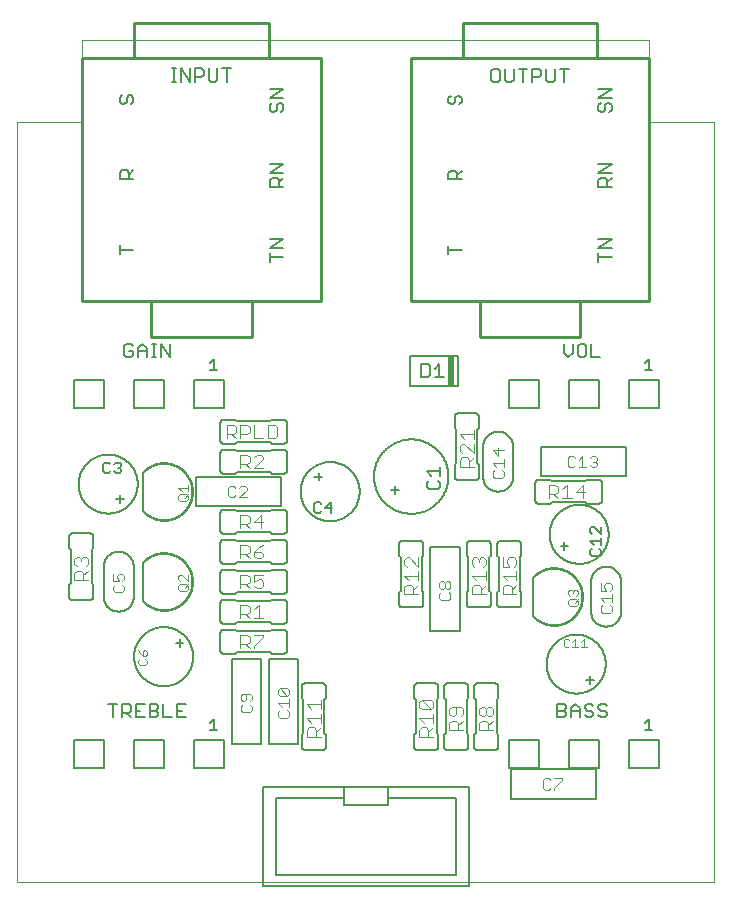
<source format=gto>
G75*
%MOIN*%
%OFA0B0*%
%FSLAX25Y25*%
%IPPOS*%
%LPD*%
%AMOC8*
5,1,8,0,0,1.08239X$1,22.5*
%
%ADD10C,0.01000*%
%ADD11C,0.00600*%
%ADD12R,0.02000X0.10000*%
%ADD13C,0.00060*%
%ADD14C,0.00400*%
%ADD15C,0.00500*%
%ADD16C,0.00300*%
%ADD17C,0.00800*%
%ADD18C,0.00000*%
D10*
X0049642Y0188248D02*
X0049642Y0200059D01*
X0083106Y0200059D01*
X0083106Y0188248D01*
X0049642Y0188248D01*
X0049642Y0200059D02*
X0026610Y0200059D01*
X0026610Y0281161D01*
X0043933Y0281161D01*
X0043933Y0292775D01*
X0088815Y0292775D01*
X0088815Y0281161D01*
X0043933Y0281161D01*
X0088815Y0281161D02*
X0106138Y0281161D01*
X0106138Y0200059D01*
X0083106Y0200059D01*
X0136111Y0199996D02*
X0159143Y0199996D01*
X0159143Y0188185D01*
X0192607Y0188185D01*
X0192607Y0199996D01*
X0215639Y0199996D01*
X0215639Y0281098D01*
X0198316Y0281098D01*
X0198316Y0292712D01*
X0153434Y0292712D01*
X0153434Y0281098D01*
X0136111Y0281098D01*
X0136111Y0199996D01*
X0159143Y0199996D02*
X0192607Y0199996D01*
X0198316Y0281098D02*
X0153434Y0281098D01*
D11*
X0162863Y0276820D02*
X0162863Y0273884D01*
X0163597Y0273150D01*
X0165065Y0273150D01*
X0165799Y0273884D01*
X0165799Y0276820D01*
X0165065Y0277554D01*
X0163597Y0277554D01*
X0162863Y0276820D01*
X0167467Y0277554D02*
X0167467Y0273884D01*
X0168201Y0273150D01*
X0169669Y0273150D01*
X0170403Y0273884D01*
X0170403Y0277554D01*
X0172071Y0277554D02*
X0175007Y0277554D01*
X0173539Y0277554D02*
X0173539Y0273150D01*
X0176675Y0273150D02*
X0176675Y0277554D01*
X0178877Y0277554D01*
X0179611Y0276820D01*
X0179611Y0275352D01*
X0178877Y0274618D01*
X0176675Y0274618D01*
X0181279Y0273884D02*
X0182013Y0273150D01*
X0183481Y0273150D01*
X0184215Y0273884D01*
X0184215Y0277554D01*
X0185883Y0277554D02*
X0188819Y0277554D01*
X0187351Y0277554D02*
X0187351Y0273150D01*
X0181279Y0273884D02*
X0181279Y0277554D01*
X0198671Y0270690D02*
X0203075Y0270690D01*
X0198671Y0267754D01*
X0203075Y0267754D01*
X0202341Y0266086D02*
X0203075Y0265352D01*
X0203075Y0263884D01*
X0202341Y0263150D01*
X0200873Y0263884D02*
X0200873Y0265352D01*
X0201607Y0266086D01*
X0202341Y0266086D01*
X0200873Y0263884D02*
X0200139Y0263150D01*
X0199405Y0263150D01*
X0198671Y0263884D01*
X0198671Y0265352D01*
X0199405Y0266086D01*
X0198671Y0245690D02*
X0203075Y0245690D01*
X0198671Y0242754D01*
X0203075Y0242754D01*
X0203075Y0241086D02*
X0201607Y0239618D01*
X0201607Y0240352D02*
X0201607Y0238150D01*
X0203075Y0238150D02*
X0198671Y0238150D01*
X0198671Y0240352D01*
X0199405Y0241086D01*
X0200873Y0241086D01*
X0201607Y0240352D01*
X0203075Y0220690D02*
X0198671Y0220690D01*
X0198671Y0217754D02*
X0203075Y0220690D01*
X0203075Y0217754D02*
X0198671Y0217754D01*
X0198671Y0216086D02*
X0198671Y0213150D01*
X0198671Y0214618D02*
X0203075Y0214618D01*
X0196352Y0185804D02*
X0196352Y0181400D01*
X0199288Y0181400D01*
X0194684Y0182134D02*
X0194684Y0185070D01*
X0193950Y0185804D01*
X0192482Y0185804D01*
X0191748Y0185070D01*
X0191748Y0182134D01*
X0192482Y0181400D01*
X0193950Y0181400D01*
X0194684Y0182134D01*
X0190080Y0182868D02*
X0190080Y0185804D01*
X0190080Y0182868D02*
X0188612Y0181400D01*
X0187144Y0182868D01*
X0187144Y0185804D01*
X0158750Y0161663D02*
X0158750Y0157663D01*
X0158250Y0157163D01*
X0158250Y0146037D01*
X0158750Y0145537D01*
X0158750Y0141537D01*
X0158748Y0141477D01*
X0158743Y0141416D01*
X0158734Y0141357D01*
X0158721Y0141298D01*
X0158705Y0141239D01*
X0158685Y0141182D01*
X0158662Y0141127D01*
X0158635Y0141072D01*
X0158606Y0141020D01*
X0158573Y0140969D01*
X0158537Y0140920D01*
X0158499Y0140874D01*
X0158457Y0140830D01*
X0158413Y0140788D01*
X0158367Y0140750D01*
X0158318Y0140714D01*
X0158267Y0140681D01*
X0158215Y0140652D01*
X0158160Y0140625D01*
X0158105Y0140602D01*
X0158048Y0140582D01*
X0157989Y0140566D01*
X0157930Y0140553D01*
X0157871Y0140544D01*
X0157810Y0140539D01*
X0157750Y0140537D01*
X0151750Y0140537D01*
X0151690Y0140539D01*
X0151629Y0140544D01*
X0151570Y0140553D01*
X0151511Y0140566D01*
X0151452Y0140582D01*
X0151395Y0140602D01*
X0151340Y0140625D01*
X0151285Y0140652D01*
X0151233Y0140681D01*
X0151182Y0140714D01*
X0151133Y0140750D01*
X0151087Y0140788D01*
X0151043Y0140830D01*
X0151001Y0140874D01*
X0150963Y0140920D01*
X0150927Y0140969D01*
X0150894Y0141020D01*
X0150865Y0141072D01*
X0150838Y0141127D01*
X0150815Y0141182D01*
X0150795Y0141239D01*
X0150779Y0141298D01*
X0150766Y0141357D01*
X0150757Y0141416D01*
X0150752Y0141477D01*
X0150750Y0141537D01*
X0150750Y0145537D01*
X0151250Y0146037D01*
X0151250Y0157163D01*
X0150750Y0157663D01*
X0150750Y0161663D01*
X0150752Y0161723D01*
X0150757Y0161784D01*
X0150766Y0161843D01*
X0150779Y0161902D01*
X0150795Y0161961D01*
X0150815Y0162018D01*
X0150838Y0162073D01*
X0150865Y0162128D01*
X0150894Y0162180D01*
X0150927Y0162231D01*
X0150963Y0162280D01*
X0151001Y0162326D01*
X0151043Y0162370D01*
X0151087Y0162412D01*
X0151133Y0162450D01*
X0151182Y0162486D01*
X0151233Y0162519D01*
X0151285Y0162548D01*
X0151340Y0162575D01*
X0151395Y0162598D01*
X0151452Y0162618D01*
X0151511Y0162634D01*
X0151570Y0162647D01*
X0151629Y0162656D01*
X0151690Y0162661D01*
X0151750Y0162663D01*
X0157750Y0162663D01*
X0157810Y0162661D01*
X0157871Y0162656D01*
X0157930Y0162647D01*
X0157989Y0162634D01*
X0158048Y0162618D01*
X0158105Y0162598D01*
X0158160Y0162575D01*
X0158215Y0162548D01*
X0158267Y0162519D01*
X0158318Y0162486D01*
X0158367Y0162450D01*
X0158413Y0162412D01*
X0158457Y0162370D01*
X0158499Y0162326D01*
X0158537Y0162280D01*
X0158573Y0162231D01*
X0158606Y0162180D01*
X0158635Y0162128D01*
X0158662Y0162073D01*
X0158685Y0162018D01*
X0158705Y0161961D01*
X0158721Y0161902D01*
X0158734Y0161843D01*
X0158743Y0161784D01*
X0158748Y0161723D01*
X0158750Y0161663D01*
X0160250Y0151600D02*
X0160250Y0144100D01*
X0160250Y0141600D01*
X0165250Y0136600D02*
X0165390Y0136602D01*
X0165530Y0136608D01*
X0165670Y0136618D01*
X0165810Y0136631D01*
X0165949Y0136649D01*
X0166088Y0136671D01*
X0166225Y0136696D01*
X0166363Y0136725D01*
X0166499Y0136758D01*
X0166634Y0136795D01*
X0166768Y0136836D01*
X0166901Y0136881D01*
X0167033Y0136929D01*
X0167163Y0136981D01*
X0167292Y0137036D01*
X0167419Y0137095D01*
X0167545Y0137158D01*
X0167669Y0137224D01*
X0167790Y0137293D01*
X0167910Y0137366D01*
X0168028Y0137443D01*
X0168143Y0137522D01*
X0168257Y0137605D01*
X0168367Y0137691D01*
X0168476Y0137780D01*
X0168582Y0137872D01*
X0168685Y0137967D01*
X0168786Y0138064D01*
X0168883Y0138165D01*
X0168978Y0138268D01*
X0169070Y0138374D01*
X0169159Y0138483D01*
X0169245Y0138593D01*
X0169328Y0138707D01*
X0169407Y0138822D01*
X0169484Y0138940D01*
X0169557Y0139060D01*
X0169626Y0139181D01*
X0169692Y0139305D01*
X0169755Y0139431D01*
X0169814Y0139558D01*
X0169869Y0139687D01*
X0169921Y0139817D01*
X0169969Y0139949D01*
X0170014Y0140082D01*
X0170055Y0140216D01*
X0170092Y0140351D01*
X0170125Y0140487D01*
X0170154Y0140625D01*
X0170179Y0140762D01*
X0170201Y0140901D01*
X0170219Y0141040D01*
X0170232Y0141180D01*
X0170242Y0141320D01*
X0170248Y0141460D01*
X0170250Y0141600D01*
X0170250Y0151600D01*
X0165250Y0156600D02*
X0165110Y0156598D01*
X0164970Y0156592D01*
X0164830Y0156582D01*
X0164690Y0156569D01*
X0164551Y0156551D01*
X0164412Y0156529D01*
X0164275Y0156504D01*
X0164137Y0156475D01*
X0164001Y0156442D01*
X0163866Y0156405D01*
X0163732Y0156364D01*
X0163599Y0156319D01*
X0163467Y0156271D01*
X0163337Y0156219D01*
X0163208Y0156164D01*
X0163081Y0156105D01*
X0162955Y0156042D01*
X0162831Y0155976D01*
X0162710Y0155907D01*
X0162590Y0155834D01*
X0162472Y0155757D01*
X0162357Y0155678D01*
X0162243Y0155595D01*
X0162133Y0155509D01*
X0162024Y0155420D01*
X0161918Y0155328D01*
X0161815Y0155233D01*
X0161714Y0155136D01*
X0161617Y0155035D01*
X0161522Y0154932D01*
X0161430Y0154826D01*
X0161341Y0154717D01*
X0161255Y0154607D01*
X0161172Y0154493D01*
X0161093Y0154378D01*
X0161016Y0154260D01*
X0160943Y0154140D01*
X0160874Y0154019D01*
X0160808Y0153895D01*
X0160745Y0153769D01*
X0160686Y0153642D01*
X0160631Y0153513D01*
X0160579Y0153383D01*
X0160531Y0153251D01*
X0160486Y0153118D01*
X0160445Y0152984D01*
X0160408Y0152849D01*
X0160375Y0152713D01*
X0160346Y0152575D01*
X0160321Y0152438D01*
X0160299Y0152299D01*
X0160281Y0152160D01*
X0160268Y0152020D01*
X0160258Y0151880D01*
X0160252Y0151740D01*
X0160250Y0151600D01*
X0165250Y0156600D02*
X0165390Y0156598D01*
X0165530Y0156592D01*
X0165670Y0156582D01*
X0165810Y0156569D01*
X0165949Y0156551D01*
X0166088Y0156529D01*
X0166225Y0156504D01*
X0166363Y0156475D01*
X0166499Y0156442D01*
X0166634Y0156405D01*
X0166768Y0156364D01*
X0166901Y0156319D01*
X0167033Y0156271D01*
X0167163Y0156219D01*
X0167292Y0156164D01*
X0167419Y0156105D01*
X0167545Y0156042D01*
X0167669Y0155976D01*
X0167790Y0155907D01*
X0167910Y0155834D01*
X0168028Y0155757D01*
X0168143Y0155678D01*
X0168257Y0155595D01*
X0168367Y0155509D01*
X0168476Y0155420D01*
X0168582Y0155328D01*
X0168685Y0155233D01*
X0168786Y0155136D01*
X0168883Y0155035D01*
X0168978Y0154932D01*
X0169070Y0154826D01*
X0169159Y0154717D01*
X0169245Y0154607D01*
X0169328Y0154493D01*
X0169407Y0154378D01*
X0169484Y0154260D01*
X0169557Y0154140D01*
X0169626Y0154019D01*
X0169692Y0153895D01*
X0169755Y0153769D01*
X0169814Y0153642D01*
X0169869Y0153513D01*
X0169921Y0153383D01*
X0169969Y0153251D01*
X0170014Y0153118D01*
X0170055Y0152984D01*
X0170092Y0152849D01*
X0170125Y0152713D01*
X0170154Y0152575D01*
X0170179Y0152438D01*
X0170201Y0152299D01*
X0170219Y0152160D01*
X0170232Y0152020D01*
X0170242Y0151880D01*
X0170248Y0151740D01*
X0170250Y0151600D01*
X0160250Y0141600D02*
X0160252Y0141460D01*
X0160258Y0141320D01*
X0160268Y0141180D01*
X0160281Y0141040D01*
X0160299Y0140901D01*
X0160321Y0140762D01*
X0160346Y0140625D01*
X0160375Y0140487D01*
X0160408Y0140351D01*
X0160445Y0140216D01*
X0160486Y0140082D01*
X0160531Y0139949D01*
X0160579Y0139817D01*
X0160631Y0139687D01*
X0160686Y0139558D01*
X0160745Y0139431D01*
X0160808Y0139305D01*
X0160874Y0139181D01*
X0160943Y0139060D01*
X0161016Y0138940D01*
X0161093Y0138822D01*
X0161172Y0138707D01*
X0161255Y0138593D01*
X0161341Y0138483D01*
X0161430Y0138374D01*
X0161522Y0138268D01*
X0161617Y0138165D01*
X0161714Y0138064D01*
X0161815Y0137967D01*
X0161918Y0137872D01*
X0162024Y0137780D01*
X0162133Y0137691D01*
X0162243Y0137605D01*
X0162357Y0137522D01*
X0162472Y0137443D01*
X0162590Y0137366D01*
X0162710Y0137293D01*
X0162831Y0137224D01*
X0162955Y0137158D01*
X0163081Y0137095D01*
X0163208Y0137036D01*
X0163337Y0136981D01*
X0163467Y0136929D01*
X0163599Y0136881D01*
X0163732Y0136836D01*
X0163866Y0136795D01*
X0164001Y0136758D01*
X0164137Y0136725D01*
X0164275Y0136696D01*
X0164412Y0136671D01*
X0164551Y0136649D01*
X0164690Y0136631D01*
X0164830Y0136618D01*
X0164970Y0136608D01*
X0165110Y0136602D01*
X0165250Y0136600D01*
X0177687Y0139600D02*
X0177687Y0133600D01*
X0177689Y0133540D01*
X0177694Y0133479D01*
X0177703Y0133420D01*
X0177716Y0133361D01*
X0177732Y0133302D01*
X0177752Y0133245D01*
X0177775Y0133190D01*
X0177802Y0133135D01*
X0177831Y0133083D01*
X0177864Y0133032D01*
X0177900Y0132983D01*
X0177938Y0132937D01*
X0177980Y0132893D01*
X0178024Y0132851D01*
X0178070Y0132813D01*
X0178119Y0132777D01*
X0178170Y0132744D01*
X0178222Y0132715D01*
X0178277Y0132688D01*
X0178332Y0132665D01*
X0178389Y0132645D01*
X0178448Y0132629D01*
X0178507Y0132616D01*
X0178566Y0132607D01*
X0178627Y0132602D01*
X0178687Y0132600D01*
X0182687Y0132600D01*
X0183187Y0133100D01*
X0194313Y0133100D01*
X0194813Y0132600D01*
X0198813Y0132600D01*
X0198873Y0132602D01*
X0198934Y0132607D01*
X0198993Y0132616D01*
X0199052Y0132629D01*
X0199111Y0132645D01*
X0199168Y0132665D01*
X0199223Y0132688D01*
X0199278Y0132715D01*
X0199330Y0132744D01*
X0199381Y0132777D01*
X0199430Y0132813D01*
X0199476Y0132851D01*
X0199520Y0132893D01*
X0199562Y0132937D01*
X0199600Y0132983D01*
X0199636Y0133032D01*
X0199669Y0133083D01*
X0199698Y0133135D01*
X0199725Y0133190D01*
X0199748Y0133245D01*
X0199768Y0133302D01*
X0199784Y0133361D01*
X0199797Y0133420D01*
X0199806Y0133479D01*
X0199811Y0133540D01*
X0199813Y0133600D01*
X0199813Y0139600D01*
X0199811Y0139660D01*
X0199806Y0139721D01*
X0199797Y0139780D01*
X0199784Y0139839D01*
X0199768Y0139898D01*
X0199748Y0139955D01*
X0199725Y0140010D01*
X0199698Y0140065D01*
X0199669Y0140117D01*
X0199636Y0140168D01*
X0199600Y0140217D01*
X0199562Y0140263D01*
X0199520Y0140307D01*
X0199476Y0140349D01*
X0199430Y0140387D01*
X0199381Y0140423D01*
X0199330Y0140456D01*
X0199278Y0140485D01*
X0199223Y0140512D01*
X0199168Y0140535D01*
X0199111Y0140555D01*
X0199052Y0140571D01*
X0198993Y0140584D01*
X0198934Y0140593D01*
X0198873Y0140598D01*
X0198813Y0140600D01*
X0194813Y0140600D01*
X0194313Y0140100D01*
X0183187Y0140100D01*
X0182687Y0140600D01*
X0178687Y0140600D01*
X0178627Y0140598D01*
X0178566Y0140593D01*
X0178507Y0140584D01*
X0178448Y0140571D01*
X0178389Y0140555D01*
X0178332Y0140535D01*
X0178277Y0140512D01*
X0178222Y0140485D01*
X0178170Y0140456D01*
X0178119Y0140423D01*
X0178070Y0140387D01*
X0178024Y0140349D01*
X0177980Y0140307D01*
X0177938Y0140263D01*
X0177900Y0140217D01*
X0177864Y0140168D01*
X0177831Y0140117D01*
X0177802Y0140065D01*
X0177775Y0140010D01*
X0177752Y0139955D01*
X0177732Y0139898D01*
X0177716Y0139839D01*
X0177703Y0139780D01*
X0177694Y0139721D01*
X0177689Y0139660D01*
X0177687Y0139600D01*
X0179644Y0141718D02*
X0179644Y0151482D01*
X0207856Y0151482D01*
X0207856Y0141718D01*
X0179644Y0141718D01*
X0182407Y0122350D02*
X0182410Y0122592D01*
X0182419Y0122833D01*
X0182434Y0123074D01*
X0182454Y0123315D01*
X0182481Y0123555D01*
X0182514Y0123794D01*
X0182552Y0124033D01*
X0182596Y0124270D01*
X0182646Y0124507D01*
X0182702Y0124742D01*
X0182764Y0124975D01*
X0182831Y0125207D01*
X0182904Y0125438D01*
X0182982Y0125666D01*
X0183067Y0125892D01*
X0183156Y0126117D01*
X0183251Y0126339D01*
X0183352Y0126558D01*
X0183458Y0126776D01*
X0183569Y0126990D01*
X0183686Y0127202D01*
X0183807Y0127410D01*
X0183934Y0127616D01*
X0184066Y0127818D01*
X0184203Y0128018D01*
X0184344Y0128213D01*
X0184490Y0128406D01*
X0184641Y0128594D01*
X0184797Y0128779D01*
X0184957Y0128960D01*
X0185121Y0129137D01*
X0185290Y0129310D01*
X0185463Y0129479D01*
X0185640Y0129643D01*
X0185821Y0129803D01*
X0186006Y0129959D01*
X0186194Y0130110D01*
X0186387Y0130256D01*
X0186582Y0130397D01*
X0186782Y0130534D01*
X0186984Y0130666D01*
X0187190Y0130793D01*
X0187398Y0130914D01*
X0187610Y0131031D01*
X0187824Y0131142D01*
X0188042Y0131248D01*
X0188261Y0131349D01*
X0188483Y0131444D01*
X0188708Y0131533D01*
X0188934Y0131618D01*
X0189162Y0131696D01*
X0189393Y0131769D01*
X0189625Y0131836D01*
X0189858Y0131898D01*
X0190093Y0131954D01*
X0190330Y0132004D01*
X0190567Y0132048D01*
X0190806Y0132086D01*
X0191045Y0132119D01*
X0191285Y0132146D01*
X0191526Y0132166D01*
X0191767Y0132181D01*
X0192008Y0132190D01*
X0192250Y0132193D01*
X0192492Y0132190D01*
X0192733Y0132181D01*
X0192974Y0132166D01*
X0193215Y0132146D01*
X0193455Y0132119D01*
X0193694Y0132086D01*
X0193933Y0132048D01*
X0194170Y0132004D01*
X0194407Y0131954D01*
X0194642Y0131898D01*
X0194875Y0131836D01*
X0195107Y0131769D01*
X0195338Y0131696D01*
X0195566Y0131618D01*
X0195792Y0131533D01*
X0196017Y0131444D01*
X0196239Y0131349D01*
X0196458Y0131248D01*
X0196676Y0131142D01*
X0196890Y0131031D01*
X0197102Y0130914D01*
X0197310Y0130793D01*
X0197516Y0130666D01*
X0197718Y0130534D01*
X0197918Y0130397D01*
X0198113Y0130256D01*
X0198306Y0130110D01*
X0198494Y0129959D01*
X0198679Y0129803D01*
X0198860Y0129643D01*
X0199037Y0129479D01*
X0199210Y0129310D01*
X0199379Y0129137D01*
X0199543Y0128960D01*
X0199703Y0128779D01*
X0199859Y0128594D01*
X0200010Y0128406D01*
X0200156Y0128213D01*
X0200297Y0128018D01*
X0200434Y0127818D01*
X0200566Y0127616D01*
X0200693Y0127410D01*
X0200814Y0127202D01*
X0200931Y0126990D01*
X0201042Y0126776D01*
X0201148Y0126558D01*
X0201249Y0126339D01*
X0201344Y0126117D01*
X0201433Y0125892D01*
X0201518Y0125666D01*
X0201596Y0125438D01*
X0201669Y0125207D01*
X0201736Y0124975D01*
X0201798Y0124742D01*
X0201854Y0124507D01*
X0201904Y0124270D01*
X0201948Y0124033D01*
X0201986Y0123794D01*
X0202019Y0123555D01*
X0202046Y0123315D01*
X0202066Y0123074D01*
X0202081Y0122833D01*
X0202090Y0122592D01*
X0202093Y0122350D01*
X0202090Y0122108D01*
X0202081Y0121867D01*
X0202066Y0121626D01*
X0202046Y0121385D01*
X0202019Y0121145D01*
X0201986Y0120906D01*
X0201948Y0120667D01*
X0201904Y0120430D01*
X0201854Y0120193D01*
X0201798Y0119958D01*
X0201736Y0119725D01*
X0201669Y0119493D01*
X0201596Y0119262D01*
X0201518Y0119034D01*
X0201433Y0118808D01*
X0201344Y0118583D01*
X0201249Y0118361D01*
X0201148Y0118142D01*
X0201042Y0117924D01*
X0200931Y0117710D01*
X0200814Y0117498D01*
X0200693Y0117290D01*
X0200566Y0117084D01*
X0200434Y0116882D01*
X0200297Y0116682D01*
X0200156Y0116487D01*
X0200010Y0116294D01*
X0199859Y0116106D01*
X0199703Y0115921D01*
X0199543Y0115740D01*
X0199379Y0115563D01*
X0199210Y0115390D01*
X0199037Y0115221D01*
X0198860Y0115057D01*
X0198679Y0114897D01*
X0198494Y0114741D01*
X0198306Y0114590D01*
X0198113Y0114444D01*
X0197918Y0114303D01*
X0197718Y0114166D01*
X0197516Y0114034D01*
X0197310Y0113907D01*
X0197102Y0113786D01*
X0196890Y0113669D01*
X0196676Y0113558D01*
X0196458Y0113452D01*
X0196239Y0113351D01*
X0196017Y0113256D01*
X0195792Y0113167D01*
X0195566Y0113082D01*
X0195338Y0113004D01*
X0195107Y0112931D01*
X0194875Y0112864D01*
X0194642Y0112802D01*
X0194407Y0112746D01*
X0194170Y0112696D01*
X0193933Y0112652D01*
X0193694Y0112614D01*
X0193455Y0112581D01*
X0193215Y0112554D01*
X0192974Y0112534D01*
X0192733Y0112519D01*
X0192492Y0112510D01*
X0192250Y0112507D01*
X0192008Y0112510D01*
X0191767Y0112519D01*
X0191526Y0112534D01*
X0191285Y0112554D01*
X0191045Y0112581D01*
X0190806Y0112614D01*
X0190567Y0112652D01*
X0190330Y0112696D01*
X0190093Y0112746D01*
X0189858Y0112802D01*
X0189625Y0112864D01*
X0189393Y0112931D01*
X0189162Y0113004D01*
X0188934Y0113082D01*
X0188708Y0113167D01*
X0188483Y0113256D01*
X0188261Y0113351D01*
X0188042Y0113452D01*
X0187824Y0113558D01*
X0187610Y0113669D01*
X0187398Y0113786D01*
X0187190Y0113907D01*
X0186984Y0114034D01*
X0186782Y0114166D01*
X0186582Y0114303D01*
X0186387Y0114444D01*
X0186194Y0114590D01*
X0186006Y0114741D01*
X0185821Y0114897D01*
X0185640Y0115057D01*
X0185463Y0115221D01*
X0185290Y0115390D01*
X0185121Y0115563D01*
X0184957Y0115740D01*
X0184797Y0115921D01*
X0184641Y0116106D01*
X0184490Y0116294D01*
X0184344Y0116487D01*
X0184203Y0116682D01*
X0184066Y0116882D01*
X0183934Y0117084D01*
X0183807Y0117290D01*
X0183686Y0117498D01*
X0183569Y0117710D01*
X0183458Y0117924D01*
X0183352Y0118142D01*
X0183251Y0118361D01*
X0183156Y0118583D01*
X0183067Y0118808D01*
X0182982Y0119034D01*
X0182904Y0119262D01*
X0182831Y0119493D01*
X0182764Y0119725D01*
X0182702Y0119958D01*
X0182646Y0120193D01*
X0182596Y0120430D01*
X0182552Y0120667D01*
X0182514Y0120906D01*
X0182481Y0121145D01*
X0182454Y0121385D01*
X0182434Y0121626D01*
X0182419Y0121867D01*
X0182410Y0122108D01*
X0182407Y0122350D01*
X0186030Y0118477D02*
X0188530Y0118477D01*
X0187310Y0119693D02*
X0187310Y0117093D01*
X0196250Y0106600D02*
X0196250Y0099100D01*
X0196250Y0096600D01*
X0201250Y0091600D02*
X0201390Y0091602D01*
X0201530Y0091608D01*
X0201670Y0091618D01*
X0201810Y0091631D01*
X0201949Y0091649D01*
X0202088Y0091671D01*
X0202225Y0091696D01*
X0202363Y0091725D01*
X0202499Y0091758D01*
X0202634Y0091795D01*
X0202768Y0091836D01*
X0202901Y0091881D01*
X0203033Y0091929D01*
X0203163Y0091981D01*
X0203292Y0092036D01*
X0203419Y0092095D01*
X0203545Y0092158D01*
X0203669Y0092224D01*
X0203790Y0092293D01*
X0203910Y0092366D01*
X0204028Y0092443D01*
X0204143Y0092522D01*
X0204257Y0092605D01*
X0204367Y0092691D01*
X0204476Y0092780D01*
X0204582Y0092872D01*
X0204685Y0092967D01*
X0204786Y0093064D01*
X0204883Y0093165D01*
X0204978Y0093268D01*
X0205070Y0093374D01*
X0205159Y0093483D01*
X0205245Y0093593D01*
X0205328Y0093707D01*
X0205407Y0093822D01*
X0205484Y0093940D01*
X0205557Y0094060D01*
X0205626Y0094181D01*
X0205692Y0094305D01*
X0205755Y0094431D01*
X0205814Y0094558D01*
X0205869Y0094687D01*
X0205921Y0094817D01*
X0205969Y0094949D01*
X0206014Y0095082D01*
X0206055Y0095216D01*
X0206092Y0095351D01*
X0206125Y0095487D01*
X0206154Y0095625D01*
X0206179Y0095762D01*
X0206201Y0095901D01*
X0206219Y0096040D01*
X0206232Y0096180D01*
X0206242Y0096320D01*
X0206248Y0096460D01*
X0206250Y0096600D01*
X0206250Y0106600D01*
X0201250Y0111600D02*
X0201110Y0111598D01*
X0200970Y0111592D01*
X0200830Y0111582D01*
X0200690Y0111569D01*
X0200551Y0111551D01*
X0200412Y0111529D01*
X0200275Y0111504D01*
X0200137Y0111475D01*
X0200001Y0111442D01*
X0199866Y0111405D01*
X0199732Y0111364D01*
X0199599Y0111319D01*
X0199467Y0111271D01*
X0199337Y0111219D01*
X0199208Y0111164D01*
X0199081Y0111105D01*
X0198955Y0111042D01*
X0198831Y0110976D01*
X0198710Y0110907D01*
X0198590Y0110834D01*
X0198472Y0110757D01*
X0198357Y0110678D01*
X0198243Y0110595D01*
X0198133Y0110509D01*
X0198024Y0110420D01*
X0197918Y0110328D01*
X0197815Y0110233D01*
X0197714Y0110136D01*
X0197617Y0110035D01*
X0197522Y0109932D01*
X0197430Y0109826D01*
X0197341Y0109717D01*
X0197255Y0109607D01*
X0197172Y0109493D01*
X0197093Y0109378D01*
X0197016Y0109260D01*
X0196943Y0109140D01*
X0196874Y0109019D01*
X0196808Y0108895D01*
X0196745Y0108769D01*
X0196686Y0108642D01*
X0196631Y0108513D01*
X0196579Y0108383D01*
X0196531Y0108251D01*
X0196486Y0108118D01*
X0196445Y0107984D01*
X0196408Y0107849D01*
X0196375Y0107713D01*
X0196346Y0107575D01*
X0196321Y0107438D01*
X0196299Y0107299D01*
X0196281Y0107160D01*
X0196268Y0107020D01*
X0196258Y0106880D01*
X0196252Y0106740D01*
X0196250Y0106600D01*
X0201250Y0111600D02*
X0201390Y0111598D01*
X0201530Y0111592D01*
X0201670Y0111582D01*
X0201810Y0111569D01*
X0201949Y0111551D01*
X0202088Y0111529D01*
X0202225Y0111504D01*
X0202363Y0111475D01*
X0202499Y0111442D01*
X0202634Y0111405D01*
X0202768Y0111364D01*
X0202901Y0111319D01*
X0203033Y0111271D01*
X0203163Y0111219D01*
X0203292Y0111164D01*
X0203419Y0111105D01*
X0203545Y0111042D01*
X0203669Y0110976D01*
X0203790Y0110907D01*
X0203910Y0110834D01*
X0204028Y0110757D01*
X0204143Y0110678D01*
X0204257Y0110595D01*
X0204367Y0110509D01*
X0204476Y0110420D01*
X0204582Y0110328D01*
X0204685Y0110233D01*
X0204786Y0110136D01*
X0204883Y0110035D01*
X0204978Y0109932D01*
X0205070Y0109826D01*
X0205159Y0109717D01*
X0205245Y0109607D01*
X0205328Y0109493D01*
X0205407Y0109378D01*
X0205484Y0109260D01*
X0205557Y0109140D01*
X0205626Y0109019D01*
X0205692Y0108895D01*
X0205755Y0108769D01*
X0205814Y0108642D01*
X0205869Y0108513D01*
X0205921Y0108383D01*
X0205969Y0108251D01*
X0206014Y0108118D01*
X0206055Y0107984D01*
X0206092Y0107849D01*
X0206125Y0107713D01*
X0206154Y0107575D01*
X0206179Y0107438D01*
X0206201Y0107299D01*
X0206219Y0107160D01*
X0206232Y0107020D01*
X0206242Y0106880D01*
X0206248Y0106740D01*
X0206250Y0106600D01*
X0196250Y0096600D02*
X0196252Y0096460D01*
X0196258Y0096320D01*
X0196268Y0096180D01*
X0196281Y0096040D01*
X0196299Y0095901D01*
X0196321Y0095762D01*
X0196346Y0095625D01*
X0196375Y0095487D01*
X0196408Y0095351D01*
X0196445Y0095216D01*
X0196486Y0095082D01*
X0196531Y0094949D01*
X0196579Y0094817D01*
X0196631Y0094687D01*
X0196686Y0094558D01*
X0196745Y0094431D01*
X0196808Y0094305D01*
X0196874Y0094181D01*
X0196943Y0094060D01*
X0197016Y0093940D01*
X0197093Y0093822D01*
X0197172Y0093707D01*
X0197255Y0093593D01*
X0197341Y0093483D01*
X0197430Y0093374D01*
X0197522Y0093268D01*
X0197617Y0093165D01*
X0197714Y0093064D01*
X0197815Y0092967D01*
X0197918Y0092872D01*
X0198024Y0092780D01*
X0198133Y0092691D01*
X0198243Y0092605D01*
X0198357Y0092522D01*
X0198472Y0092443D01*
X0198590Y0092366D01*
X0198710Y0092293D01*
X0198831Y0092224D01*
X0198955Y0092158D01*
X0199081Y0092095D01*
X0199208Y0092036D01*
X0199337Y0091981D01*
X0199467Y0091929D01*
X0199599Y0091881D01*
X0199732Y0091836D01*
X0199866Y0091795D01*
X0200001Y0091758D01*
X0200137Y0091725D01*
X0200275Y0091696D01*
X0200412Y0091671D01*
X0200551Y0091649D01*
X0200690Y0091631D01*
X0200830Y0091618D01*
X0200970Y0091608D01*
X0201110Y0091602D01*
X0201250Y0091600D01*
X0181407Y0079100D02*
X0181410Y0079342D01*
X0181419Y0079583D01*
X0181434Y0079824D01*
X0181454Y0080065D01*
X0181481Y0080305D01*
X0181514Y0080544D01*
X0181552Y0080783D01*
X0181596Y0081020D01*
X0181646Y0081257D01*
X0181702Y0081492D01*
X0181764Y0081725D01*
X0181831Y0081957D01*
X0181904Y0082188D01*
X0181982Y0082416D01*
X0182067Y0082642D01*
X0182156Y0082867D01*
X0182251Y0083089D01*
X0182352Y0083308D01*
X0182458Y0083526D01*
X0182569Y0083740D01*
X0182686Y0083952D01*
X0182807Y0084160D01*
X0182934Y0084366D01*
X0183066Y0084568D01*
X0183203Y0084768D01*
X0183344Y0084963D01*
X0183490Y0085156D01*
X0183641Y0085344D01*
X0183797Y0085529D01*
X0183957Y0085710D01*
X0184121Y0085887D01*
X0184290Y0086060D01*
X0184463Y0086229D01*
X0184640Y0086393D01*
X0184821Y0086553D01*
X0185006Y0086709D01*
X0185194Y0086860D01*
X0185387Y0087006D01*
X0185582Y0087147D01*
X0185782Y0087284D01*
X0185984Y0087416D01*
X0186190Y0087543D01*
X0186398Y0087664D01*
X0186610Y0087781D01*
X0186824Y0087892D01*
X0187042Y0087998D01*
X0187261Y0088099D01*
X0187483Y0088194D01*
X0187708Y0088283D01*
X0187934Y0088368D01*
X0188162Y0088446D01*
X0188393Y0088519D01*
X0188625Y0088586D01*
X0188858Y0088648D01*
X0189093Y0088704D01*
X0189330Y0088754D01*
X0189567Y0088798D01*
X0189806Y0088836D01*
X0190045Y0088869D01*
X0190285Y0088896D01*
X0190526Y0088916D01*
X0190767Y0088931D01*
X0191008Y0088940D01*
X0191250Y0088943D01*
X0191492Y0088940D01*
X0191733Y0088931D01*
X0191974Y0088916D01*
X0192215Y0088896D01*
X0192455Y0088869D01*
X0192694Y0088836D01*
X0192933Y0088798D01*
X0193170Y0088754D01*
X0193407Y0088704D01*
X0193642Y0088648D01*
X0193875Y0088586D01*
X0194107Y0088519D01*
X0194338Y0088446D01*
X0194566Y0088368D01*
X0194792Y0088283D01*
X0195017Y0088194D01*
X0195239Y0088099D01*
X0195458Y0087998D01*
X0195676Y0087892D01*
X0195890Y0087781D01*
X0196102Y0087664D01*
X0196310Y0087543D01*
X0196516Y0087416D01*
X0196718Y0087284D01*
X0196918Y0087147D01*
X0197113Y0087006D01*
X0197306Y0086860D01*
X0197494Y0086709D01*
X0197679Y0086553D01*
X0197860Y0086393D01*
X0198037Y0086229D01*
X0198210Y0086060D01*
X0198379Y0085887D01*
X0198543Y0085710D01*
X0198703Y0085529D01*
X0198859Y0085344D01*
X0199010Y0085156D01*
X0199156Y0084963D01*
X0199297Y0084768D01*
X0199434Y0084568D01*
X0199566Y0084366D01*
X0199693Y0084160D01*
X0199814Y0083952D01*
X0199931Y0083740D01*
X0200042Y0083526D01*
X0200148Y0083308D01*
X0200249Y0083089D01*
X0200344Y0082867D01*
X0200433Y0082642D01*
X0200518Y0082416D01*
X0200596Y0082188D01*
X0200669Y0081957D01*
X0200736Y0081725D01*
X0200798Y0081492D01*
X0200854Y0081257D01*
X0200904Y0081020D01*
X0200948Y0080783D01*
X0200986Y0080544D01*
X0201019Y0080305D01*
X0201046Y0080065D01*
X0201066Y0079824D01*
X0201081Y0079583D01*
X0201090Y0079342D01*
X0201093Y0079100D01*
X0201090Y0078858D01*
X0201081Y0078617D01*
X0201066Y0078376D01*
X0201046Y0078135D01*
X0201019Y0077895D01*
X0200986Y0077656D01*
X0200948Y0077417D01*
X0200904Y0077180D01*
X0200854Y0076943D01*
X0200798Y0076708D01*
X0200736Y0076475D01*
X0200669Y0076243D01*
X0200596Y0076012D01*
X0200518Y0075784D01*
X0200433Y0075558D01*
X0200344Y0075333D01*
X0200249Y0075111D01*
X0200148Y0074892D01*
X0200042Y0074674D01*
X0199931Y0074460D01*
X0199814Y0074248D01*
X0199693Y0074040D01*
X0199566Y0073834D01*
X0199434Y0073632D01*
X0199297Y0073432D01*
X0199156Y0073237D01*
X0199010Y0073044D01*
X0198859Y0072856D01*
X0198703Y0072671D01*
X0198543Y0072490D01*
X0198379Y0072313D01*
X0198210Y0072140D01*
X0198037Y0071971D01*
X0197860Y0071807D01*
X0197679Y0071647D01*
X0197494Y0071491D01*
X0197306Y0071340D01*
X0197113Y0071194D01*
X0196918Y0071053D01*
X0196718Y0070916D01*
X0196516Y0070784D01*
X0196310Y0070657D01*
X0196102Y0070536D01*
X0195890Y0070419D01*
X0195676Y0070308D01*
X0195458Y0070202D01*
X0195239Y0070101D01*
X0195017Y0070006D01*
X0194792Y0069917D01*
X0194566Y0069832D01*
X0194338Y0069754D01*
X0194107Y0069681D01*
X0193875Y0069614D01*
X0193642Y0069552D01*
X0193407Y0069496D01*
X0193170Y0069446D01*
X0192933Y0069402D01*
X0192694Y0069364D01*
X0192455Y0069331D01*
X0192215Y0069304D01*
X0191974Y0069284D01*
X0191733Y0069269D01*
X0191492Y0069260D01*
X0191250Y0069257D01*
X0191008Y0069260D01*
X0190767Y0069269D01*
X0190526Y0069284D01*
X0190285Y0069304D01*
X0190045Y0069331D01*
X0189806Y0069364D01*
X0189567Y0069402D01*
X0189330Y0069446D01*
X0189093Y0069496D01*
X0188858Y0069552D01*
X0188625Y0069614D01*
X0188393Y0069681D01*
X0188162Y0069754D01*
X0187934Y0069832D01*
X0187708Y0069917D01*
X0187483Y0070006D01*
X0187261Y0070101D01*
X0187042Y0070202D01*
X0186824Y0070308D01*
X0186610Y0070419D01*
X0186398Y0070536D01*
X0186190Y0070657D01*
X0185984Y0070784D01*
X0185782Y0070916D01*
X0185582Y0071053D01*
X0185387Y0071194D01*
X0185194Y0071340D01*
X0185006Y0071491D01*
X0184821Y0071647D01*
X0184640Y0071807D01*
X0184463Y0071971D01*
X0184290Y0072140D01*
X0184121Y0072313D01*
X0183957Y0072490D01*
X0183797Y0072671D01*
X0183641Y0072856D01*
X0183490Y0073044D01*
X0183344Y0073237D01*
X0183203Y0073432D01*
X0183066Y0073632D01*
X0182934Y0073834D01*
X0182807Y0074040D01*
X0182686Y0074248D01*
X0182569Y0074460D01*
X0182458Y0074674D01*
X0182352Y0074892D01*
X0182251Y0075111D01*
X0182156Y0075333D01*
X0182067Y0075558D01*
X0181982Y0075784D01*
X0181904Y0076012D01*
X0181831Y0076243D01*
X0181764Y0076475D01*
X0181702Y0076708D01*
X0181646Y0076943D01*
X0181596Y0077180D01*
X0181552Y0077417D01*
X0181514Y0077656D01*
X0181481Y0077895D01*
X0181454Y0078135D01*
X0181434Y0078376D01*
X0181419Y0078617D01*
X0181410Y0078858D01*
X0181407Y0079100D01*
X0184842Y0065804D02*
X0187044Y0065804D01*
X0187778Y0065070D01*
X0187778Y0064336D01*
X0187044Y0063602D01*
X0184842Y0063602D01*
X0184842Y0061400D02*
X0184842Y0065804D01*
X0187044Y0063602D02*
X0187778Y0062868D01*
X0187778Y0062134D01*
X0187044Y0061400D01*
X0184842Y0061400D01*
X0189446Y0061400D02*
X0189446Y0064336D01*
X0190914Y0065804D01*
X0192382Y0064336D01*
X0192382Y0061400D01*
X0194050Y0062134D02*
X0194784Y0061400D01*
X0196252Y0061400D01*
X0196986Y0062134D01*
X0196986Y0062868D01*
X0196252Y0063602D01*
X0194784Y0063602D01*
X0194050Y0064336D01*
X0194050Y0065070D01*
X0194784Y0065804D01*
X0196252Y0065804D01*
X0196986Y0065070D01*
X0198654Y0065070D02*
X0198654Y0064336D01*
X0199388Y0063602D01*
X0200856Y0063602D01*
X0201590Y0062868D01*
X0201590Y0062134D01*
X0200856Y0061400D01*
X0199388Y0061400D01*
X0198654Y0062134D01*
X0198654Y0065070D02*
X0199388Y0065804D01*
X0200856Y0065804D01*
X0201590Y0065070D01*
X0195750Y0072500D02*
X0195750Y0075000D01*
X0194450Y0073700D02*
X0197050Y0073700D01*
X0192382Y0063602D02*
X0189446Y0063602D01*
X0197856Y0043982D02*
X0197856Y0034218D01*
X0169644Y0034218D01*
X0169644Y0043982D01*
X0197856Y0043982D01*
X0165250Y0051537D02*
X0165250Y0055537D01*
X0164750Y0056037D01*
X0164750Y0067163D01*
X0165250Y0067663D01*
X0165250Y0071663D01*
X0165248Y0071723D01*
X0165243Y0071784D01*
X0165234Y0071843D01*
X0165221Y0071902D01*
X0165205Y0071961D01*
X0165185Y0072018D01*
X0165162Y0072073D01*
X0165135Y0072128D01*
X0165106Y0072180D01*
X0165073Y0072231D01*
X0165037Y0072280D01*
X0164999Y0072326D01*
X0164957Y0072370D01*
X0164913Y0072412D01*
X0164867Y0072450D01*
X0164818Y0072486D01*
X0164767Y0072519D01*
X0164715Y0072548D01*
X0164660Y0072575D01*
X0164605Y0072598D01*
X0164548Y0072618D01*
X0164489Y0072634D01*
X0164430Y0072647D01*
X0164371Y0072656D01*
X0164310Y0072661D01*
X0164250Y0072663D01*
X0158250Y0072663D01*
X0158190Y0072661D01*
X0158129Y0072656D01*
X0158070Y0072647D01*
X0158011Y0072634D01*
X0157952Y0072618D01*
X0157895Y0072598D01*
X0157840Y0072575D01*
X0157785Y0072548D01*
X0157733Y0072519D01*
X0157682Y0072486D01*
X0157633Y0072450D01*
X0157587Y0072412D01*
X0157543Y0072370D01*
X0157501Y0072326D01*
X0157463Y0072280D01*
X0157427Y0072231D01*
X0157394Y0072180D01*
X0157365Y0072128D01*
X0157338Y0072073D01*
X0157315Y0072018D01*
X0157295Y0071961D01*
X0157279Y0071902D01*
X0157266Y0071843D01*
X0157257Y0071784D01*
X0157252Y0071723D01*
X0157250Y0071663D01*
X0157250Y0067663D01*
X0157750Y0067163D01*
X0157750Y0056037D01*
X0157250Y0055537D01*
X0157250Y0051537D01*
X0157252Y0051477D01*
X0157257Y0051416D01*
X0157266Y0051357D01*
X0157279Y0051298D01*
X0157295Y0051239D01*
X0157315Y0051182D01*
X0157338Y0051127D01*
X0157365Y0051072D01*
X0157394Y0051020D01*
X0157427Y0050969D01*
X0157463Y0050920D01*
X0157501Y0050874D01*
X0157543Y0050830D01*
X0157587Y0050788D01*
X0157633Y0050750D01*
X0157682Y0050714D01*
X0157733Y0050681D01*
X0157785Y0050652D01*
X0157840Y0050625D01*
X0157895Y0050602D01*
X0157952Y0050582D01*
X0158011Y0050566D01*
X0158070Y0050553D01*
X0158129Y0050544D01*
X0158190Y0050539D01*
X0158250Y0050537D01*
X0164250Y0050537D01*
X0164310Y0050539D01*
X0164371Y0050544D01*
X0164430Y0050553D01*
X0164489Y0050566D01*
X0164548Y0050582D01*
X0164605Y0050602D01*
X0164660Y0050625D01*
X0164715Y0050652D01*
X0164767Y0050681D01*
X0164818Y0050714D01*
X0164867Y0050750D01*
X0164913Y0050788D01*
X0164957Y0050830D01*
X0164999Y0050874D01*
X0165037Y0050920D01*
X0165073Y0050969D01*
X0165106Y0051020D01*
X0165135Y0051072D01*
X0165162Y0051127D01*
X0165185Y0051182D01*
X0165205Y0051239D01*
X0165221Y0051298D01*
X0165234Y0051357D01*
X0165243Y0051416D01*
X0165248Y0051477D01*
X0165250Y0051537D01*
X0155250Y0051537D02*
X0155250Y0055537D01*
X0154750Y0056037D01*
X0154750Y0067163D01*
X0155250Y0067663D01*
X0155250Y0071663D01*
X0155248Y0071723D01*
X0155243Y0071784D01*
X0155234Y0071843D01*
X0155221Y0071902D01*
X0155205Y0071961D01*
X0155185Y0072018D01*
X0155162Y0072073D01*
X0155135Y0072128D01*
X0155106Y0072180D01*
X0155073Y0072231D01*
X0155037Y0072280D01*
X0154999Y0072326D01*
X0154957Y0072370D01*
X0154913Y0072412D01*
X0154867Y0072450D01*
X0154818Y0072486D01*
X0154767Y0072519D01*
X0154715Y0072548D01*
X0154660Y0072575D01*
X0154605Y0072598D01*
X0154548Y0072618D01*
X0154489Y0072634D01*
X0154430Y0072647D01*
X0154371Y0072656D01*
X0154310Y0072661D01*
X0154250Y0072663D01*
X0148250Y0072663D01*
X0148190Y0072661D01*
X0148129Y0072656D01*
X0148070Y0072647D01*
X0148011Y0072634D01*
X0147952Y0072618D01*
X0147895Y0072598D01*
X0147840Y0072575D01*
X0147785Y0072548D01*
X0147733Y0072519D01*
X0147682Y0072486D01*
X0147633Y0072450D01*
X0147587Y0072412D01*
X0147543Y0072370D01*
X0147501Y0072326D01*
X0147463Y0072280D01*
X0147427Y0072231D01*
X0147394Y0072180D01*
X0147365Y0072128D01*
X0147338Y0072073D01*
X0147315Y0072018D01*
X0147295Y0071961D01*
X0147279Y0071902D01*
X0147266Y0071843D01*
X0147257Y0071784D01*
X0147252Y0071723D01*
X0147250Y0071663D01*
X0147250Y0067663D01*
X0147750Y0067163D01*
X0147750Y0056037D01*
X0147250Y0055537D01*
X0147250Y0051537D01*
X0147252Y0051477D01*
X0147257Y0051416D01*
X0147266Y0051357D01*
X0147279Y0051298D01*
X0147295Y0051239D01*
X0147315Y0051182D01*
X0147338Y0051127D01*
X0147365Y0051072D01*
X0147394Y0051020D01*
X0147427Y0050969D01*
X0147463Y0050920D01*
X0147501Y0050874D01*
X0147543Y0050830D01*
X0147587Y0050788D01*
X0147633Y0050750D01*
X0147682Y0050714D01*
X0147733Y0050681D01*
X0147785Y0050652D01*
X0147840Y0050625D01*
X0147895Y0050602D01*
X0147952Y0050582D01*
X0148011Y0050566D01*
X0148070Y0050553D01*
X0148129Y0050544D01*
X0148190Y0050539D01*
X0148250Y0050537D01*
X0154250Y0050537D01*
X0154310Y0050539D01*
X0154371Y0050544D01*
X0154430Y0050553D01*
X0154489Y0050566D01*
X0154548Y0050582D01*
X0154605Y0050602D01*
X0154660Y0050625D01*
X0154715Y0050652D01*
X0154767Y0050681D01*
X0154818Y0050714D01*
X0154867Y0050750D01*
X0154913Y0050788D01*
X0154957Y0050830D01*
X0154999Y0050874D01*
X0155037Y0050920D01*
X0155073Y0050969D01*
X0155106Y0051020D01*
X0155135Y0051072D01*
X0155162Y0051127D01*
X0155185Y0051182D01*
X0155205Y0051239D01*
X0155221Y0051298D01*
X0155234Y0051357D01*
X0155243Y0051416D01*
X0155248Y0051477D01*
X0155250Y0051537D01*
X0145250Y0051537D02*
X0145250Y0055537D01*
X0144750Y0056037D01*
X0144750Y0067163D01*
X0145250Y0067663D01*
X0145250Y0071663D01*
X0145248Y0071723D01*
X0145243Y0071784D01*
X0145234Y0071843D01*
X0145221Y0071902D01*
X0145205Y0071961D01*
X0145185Y0072018D01*
X0145162Y0072073D01*
X0145135Y0072128D01*
X0145106Y0072180D01*
X0145073Y0072231D01*
X0145037Y0072280D01*
X0144999Y0072326D01*
X0144957Y0072370D01*
X0144913Y0072412D01*
X0144867Y0072450D01*
X0144818Y0072486D01*
X0144767Y0072519D01*
X0144715Y0072548D01*
X0144660Y0072575D01*
X0144605Y0072598D01*
X0144548Y0072618D01*
X0144489Y0072634D01*
X0144430Y0072647D01*
X0144371Y0072656D01*
X0144310Y0072661D01*
X0144250Y0072663D01*
X0138250Y0072663D01*
X0138190Y0072661D01*
X0138129Y0072656D01*
X0138070Y0072647D01*
X0138011Y0072634D01*
X0137952Y0072618D01*
X0137895Y0072598D01*
X0137840Y0072575D01*
X0137785Y0072548D01*
X0137733Y0072519D01*
X0137682Y0072486D01*
X0137633Y0072450D01*
X0137587Y0072412D01*
X0137543Y0072370D01*
X0137501Y0072326D01*
X0137463Y0072280D01*
X0137427Y0072231D01*
X0137394Y0072180D01*
X0137365Y0072128D01*
X0137338Y0072073D01*
X0137315Y0072018D01*
X0137295Y0071961D01*
X0137279Y0071902D01*
X0137266Y0071843D01*
X0137257Y0071784D01*
X0137252Y0071723D01*
X0137250Y0071663D01*
X0137250Y0067663D01*
X0137750Y0067163D01*
X0137750Y0056037D01*
X0137250Y0055537D01*
X0137250Y0051537D01*
X0137252Y0051477D01*
X0137257Y0051416D01*
X0137266Y0051357D01*
X0137279Y0051298D01*
X0137295Y0051239D01*
X0137315Y0051182D01*
X0137338Y0051127D01*
X0137365Y0051072D01*
X0137394Y0051020D01*
X0137427Y0050969D01*
X0137463Y0050920D01*
X0137501Y0050874D01*
X0137543Y0050830D01*
X0137587Y0050788D01*
X0137633Y0050750D01*
X0137682Y0050714D01*
X0137733Y0050681D01*
X0137785Y0050652D01*
X0137840Y0050625D01*
X0137895Y0050602D01*
X0137952Y0050582D01*
X0138011Y0050566D01*
X0138070Y0050553D01*
X0138129Y0050544D01*
X0138190Y0050539D01*
X0138250Y0050537D01*
X0144250Y0050537D01*
X0144310Y0050539D01*
X0144371Y0050544D01*
X0144430Y0050553D01*
X0144489Y0050566D01*
X0144548Y0050582D01*
X0144605Y0050602D01*
X0144660Y0050625D01*
X0144715Y0050652D01*
X0144767Y0050681D01*
X0144818Y0050714D01*
X0144867Y0050750D01*
X0144913Y0050788D01*
X0144957Y0050830D01*
X0144999Y0050874D01*
X0145037Y0050920D01*
X0145073Y0050969D01*
X0145106Y0051020D01*
X0145135Y0051072D01*
X0145162Y0051127D01*
X0145185Y0051182D01*
X0145205Y0051239D01*
X0145221Y0051298D01*
X0145234Y0051357D01*
X0145243Y0051416D01*
X0145248Y0051477D01*
X0145250Y0051537D01*
X0142618Y0089994D02*
X0152382Y0089994D01*
X0152382Y0118206D01*
X0142618Y0118206D01*
X0142618Y0089994D01*
X0139250Y0098037D02*
X0133250Y0098037D01*
X0133190Y0098039D01*
X0133129Y0098044D01*
X0133070Y0098053D01*
X0133011Y0098066D01*
X0132952Y0098082D01*
X0132895Y0098102D01*
X0132840Y0098125D01*
X0132785Y0098152D01*
X0132733Y0098181D01*
X0132682Y0098214D01*
X0132633Y0098250D01*
X0132587Y0098288D01*
X0132543Y0098330D01*
X0132501Y0098374D01*
X0132463Y0098420D01*
X0132427Y0098469D01*
X0132394Y0098520D01*
X0132365Y0098572D01*
X0132338Y0098627D01*
X0132315Y0098682D01*
X0132295Y0098739D01*
X0132279Y0098798D01*
X0132266Y0098857D01*
X0132257Y0098916D01*
X0132252Y0098977D01*
X0132250Y0099037D01*
X0132250Y0103037D01*
X0132750Y0103537D01*
X0132750Y0114663D01*
X0132250Y0115163D01*
X0132250Y0119163D01*
X0132252Y0119223D01*
X0132257Y0119284D01*
X0132266Y0119343D01*
X0132279Y0119402D01*
X0132295Y0119461D01*
X0132315Y0119518D01*
X0132338Y0119573D01*
X0132365Y0119628D01*
X0132394Y0119680D01*
X0132427Y0119731D01*
X0132463Y0119780D01*
X0132501Y0119826D01*
X0132543Y0119870D01*
X0132587Y0119912D01*
X0132633Y0119950D01*
X0132682Y0119986D01*
X0132733Y0120019D01*
X0132785Y0120048D01*
X0132840Y0120075D01*
X0132895Y0120098D01*
X0132952Y0120118D01*
X0133011Y0120134D01*
X0133070Y0120147D01*
X0133129Y0120156D01*
X0133190Y0120161D01*
X0133250Y0120163D01*
X0139250Y0120163D01*
X0139310Y0120161D01*
X0139371Y0120156D01*
X0139430Y0120147D01*
X0139489Y0120134D01*
X0139548Y0120118D01*
X0139605Y0120098D01*
X0139660Y0120075D01*
X0139715Y0120048D01*
X0139767Y0120019D01*
X0139818Y0119986D01*
X0139867Y0119950D01*
X0139913Y0119912D01*
X0139957Y0119870D01*
X0139999Y0119826D01*
X0140037Y0119780D01*
X0140073Y0119731D01*
X0140106Y0119680D01*
X0140135Y0119628D01*
X0140162Y0119573D01*
X0140185Y0119518D01*
X0140205Y0119461D01*
X0140221Y0119402D01*
X0140234Y0119343D01*
X0140243Y0119284D01*
X0140248Y0119223D01*
X0140250Y0119163D01*
X0140250Y0115163D01*
X0139750Y0114663D01*
X0139750Y0103537D01*
X0140250Y0103037D01*
X0140250Y0099037D01*
X0140248Y0098977D01*
X0140243Y0098916D01*
X0140234Y0098857D01*
X0140221Y0098798D01*
X0140205Y0098739D01*
X0140185Y0098682D01*
X0140162Y0098627D01*
X0140135Y0098572D01*
X0140106Y0098520D01*
X0140073Y0098469D01*
X0140037Y0098420D01*
X0139999Y0098374D01*
X0139957Y0098330D01*
X0139913Y0098288D01*
X0139867Y0098250D01*
X0139818Y0098214D01*
X0139767Y0098181D01*
X0139715Y0098152D01*
X0139660Y0098125D01*
X0139605Y0098102D01*
X0139548Y0098082D01*
X0139489Y0098066D01*
X0139430Y0098053D01*
X0139371Y0098044D01*
X0139310Y0098039D01*
X0139250Y0098037D01*
X0154750Y0099037D02*
X0154750Y0103037D01*
X0155250Y0103537D01*
X0155250Y0114663D01*
X0154750Y0115163D01*
X0154750Y0119163D01*
X0154752Y0119223D01*
X0154757Y0119284D01*
X0154766Y0119343D01*
X0154779Y0119402D01*
X0154795Y0119461D01*
X0154815Y0119518D01*
X0154838Y0119573D01*
X0154865Y0119628D01*
X0154894Y0119680D01*
X0154927Y0119731D01*
X0154963Y0119780D01*
X0155001Y0119826D01*
X0155043Y0119870D01*
X0155087Y0119912D01*
X0155133Y0119950D01*
X0155182Y0119986D01*
X0155233Y0120019D01*
X0155285Y0120048D01*
X0155340Y0120075D01*
X0155395Y0120098D01*
X0155452Y0120118D01*
X0155511Y0120134D01*
X0155570Y0120147D01*
X0155629Y0120156D01*
X0155690Y0120161D01*
X0155750Y0120163D01*
X0161750Y0120163D01*
X0161810Y0120161D01*
X0161871Y0120156D01*
X0161930Y0120147D01*
X0161989Y0120134D01*
X0162048Y0120118D01*
X0162105Y0120098D01*
X0162160Y0120075D01*
X0162215Y0120048D01*
X0162267Y0120019D01*
X0162318Y0119986D01*
X0162367Y0119950D01*
X0162413Y0119912D01*
X0162457Y0119870D01*
X0162499Y0119826D01*
X0162537Y0119780D01*
X0162573Y0119731D01*
X0162606Y0119680D01*
X0162635Y0119628D01*
X0162662Y0119573D01*
X0162685Y0119518D01*
X0162705Y0119461D01*
X0162721Y0119402D01*
X0162734Y0119343D01*
X0162743Y0119284D01*
X0162748Y0119223D01*
X0162750Y0119163D01*
X0162750Y0115163D01*
X0162250Y0114663D01*
X0162250Y0103537D01*
X0162750Y0103037D01*
X0162750Y0099037D01*
X0162748Y0098977D01*
X0162743Y0098916D01*
X0162734Y0098857D01*
X0162721Y0098798D01*
X0162705Y0098739D01*
X0162685Y0098682D01*
X0162662Y0098627D01*
X0162635Y0098572D01*
X0162606Y0098520D01*
X0162573Y0098469D01*
X0162537Y0098420D01*
X0162499Y0098374D01*
X0162457Y0098330D01*
X0162413Y0098288D01*
X0162367Y0098250D01*
X0162318Y0098214D01*
X0162267Y0098181D01*
X0162215Y0098152D01*
X0162160Y0098125D01*
X0162105Y0098102D01*
X0162048Y0098082D01*
X0161989Y0098066D01*
X0161930Y0098053D01*
X0161871Y0098044D01*
X0161810Y0098039D01*
X0161750Y0098037D01*
X0155750Y0098037D01*
X0155690Y0098039D01*
X0155629Y0098044D01*
X0155570Y0098053D01*
X0155511Y0098066D01*
X0155452Y0098082D01*
X0155395Y0098102D01*
X0155340Y0098125D01*
X0155285Y0098152D01*
X0155233Y0098181D01*
X0155182Y0098214D01*
X0155133Y0098250D01*
X0155087Y0098288D01*
X0155043Y0098330D01*
X0155001Y0098374D01*
X0154963Y0098420D01*
X0154927Y0098469D01*
X0154894Y0098520D01*
X0154865Y0098572D01*
X0154838Y0098627D01*
X0154815Y0098682D01*
X0154795Y0098739D01*
X0154779Y0098798D01*
X0154766Y0098857D01*
X0154757Y0098916D01*
X0154752Y0098977D01*
X0154750Y0099037D01*
X0165000Y0099037D02*
X0165000Y0103037D01*
X0165500Y0103537D01*
X0165500Y0114663D01*
X0165000Y0115163D01*
X0165000Y0119163D01*
X0165002Y0119223D01*
X0165007Y0119284D01*
X0165016Y0119343D01*
X0165029Y0119402D01*
X0165045Y0119461D01*
X0165065Y0119518D01*
X0165088Y0119573D01*
X0165115Y0119628D01*
X0165144Y0119680D01*
X0165177Y0119731D01*
X0165213Y0119780D01*
X0165251Y0119826D01*
X0165293Y0119870D01*
X0165337Y0119912D01*
X0165383Y0119950D01*
X0165432Y0119986D01*
X0165483Y0120019D01*
X0165535Y0120048D01*
X0165590Y0120075D01*
X0165645Y0120098D01*
X0165702Y0120118D01*
X0165761Y0120134D01*
X0165820Y0120147D01*
X0165879Y0120156D01*
X0165940Y0120161D01*
X0166000Y0120163D01*
X0172000Y0120163D01*
X0172060Y0120161D01*
X0172121Y0120156D01*
X0172180Y0120147D01*
X0172239Y0120134D01*
X0172298Y0120118D01*
X0172355Y0120098D01*
X0172410Y0120075D01*
X0172465Y0120048D01*
X0172517Y0120019D01*
X0172568Y0119986D01*
X0172617Y0119950D01*
X0172663Y0119912D01*
X0172707Y0119870D01*
X0172749Y0119826D01*
X0172787Y0119780D01*
X0172823Y0119731D01*
X0172856Y0119680D01*
X0172885Y0119628D01*
X0172912Y0119573D01*
X0172935Y0119518D01*
X0172955Y0119461D01*
X0172971Y0119402D01*
X0172984Y0119343D01*
X0172993Y0119284D01*
X0172998Y0119223D01*
X0173000Y0119163D01*
X0173000Y0115163D01*
X0172500Y0114663D01*
X0172500Y0103537D01*
X0173000Y0103037D01*
X0173000Y0099037D01*
X0172998Y0098977D01*
X0172993Y0098916D01*
X0172984Y0098857D01*
X0172971Y0098798D01*
X0172955Y0098739D01*
X0172935Y0098682D01*
X0172912Y0098627D01*
X0172885Y0098572D01*
X0172856Y0098520D01*
X0172823Y0098469D01*
X0172787Y0098420D01*
X0172749Y0098374D01*
X0172707Y0098330D01*
X0172663Y0098288D01*
X0172617Y0098250D01*
X0172568Y0098214D01*
X0172517Y0098181D01*
X0172465Y0098152D01*
X0172410Y0098125D01*
X0172355Y0098102D01*
X0172298Y0098082D01*
X0172239Y0098066D01*
X0172180Y0098053D01*
X0172121Y0098044D01*
X0172060Y0098039D01*
X0172000Y0098037D01*
X0166000Y0098037D01*
X0165940Y0098039D01*
X0165879Y0098044D01*
X0165820Y0098053D01*
X0165761Y0098066D01*
X0165702Y0098082D01*
X0165645Y0098102D01*
X0165590Y0098125D01*
X0165535Y0098152D01*
X0165483Y0098181D01*
X0165432Y0098214D01*
X0165383Y0098250D01*
X0165337Y0098288D01*
X0165293Y0098330D01*
X0165251Y0098374D01*
X0165213Y0098420D01*
X0165177Y0098469D01*
X0165144Y0098520D01*
X0165115Y0098572D01*
X0165088Y0098627D01*
X0165065Y0098682D01*
X0165045Y0098739D01*
X0165029Y0098798D01*
X0165016Y0098857D01*
X0165007Y0098916D01*
X0165002Y0098977D01*
X0165000Y0099037D01*
X0176750Y0095179D02*
X0176750Y0108021D01*
X0145950Y0138030D02*
X0145950Y0139498D01*
X0145216Y0140232D01*
X0145950Y0141900D02*
X0145950Y0144836D01*
X0145950Y0143368D02*
X0141546Y0143368D01*
X0143014Y0141900D01*
X0142280Y0140232D02*
X0141546Y0139498D01*
X0141546Y0138030D01*
X0142280Y0137296D01*
X0145216Y0137296D01*
X0145950Y0138030D01*
X0123848Y0141600D02*
X0123852Y0141904D01*
X0123863Y0142209D01*
X0123882Y0142512D01*
X0123908Y0142816D01*
X0123941Y0143118D01*
X0123982Y0143420D01*
X0124031Y0143720D01*
X0124086Y0144020D01*
X0124149Y0144317D01*
X0124220Y0144613D01*
X0124297Y0144908D01*
X0124382Y0145200D01*
X0124474Y0145490D01*
X0124573Y0145778D01*
X0124679Y0146063D01*
X0124792Y0146346D01*
X0124912Y0146626D01*
X0125039Y0146903D01*
X0125172Y0147176D01*
X0125312Y0147446D01*
X0125459Y0147713D01*
X0125612Y0147976D01*
X0125772Y0148235D01*
X0125938Y0148490D01*
X0126110Y0148741D01*
X0126289Y0148988D01*
X0126473Y0149230D01*
X0126663Y0149468D01*
X0126859Y0149701D01*
X0127061Y0149929D01*
X0127268Y0150152D01*
X0127480Y0150370D01*
X0127698Y0150582D01*
X0127921Y0150789D01*
X0128149Y0150991D01*
X0128382Y0151187D01*
X0128620Y0151377D01*
X0128862Y0151561D01*
X0129109Y0151740D01*
X0129360Y0151912D01*
X0129615Y0152078D01*
X0129874Y0152238D01*
X0130137Y0152391D01*
X0130404Y0152538D01*
X0130674Y0152678D01*
X0130947Y0152811D01*
X0131224Y0152938D01*
X0131504Y0153058D01*
X0131787Y0153171D01*
X0132072Y0153277D01*
X0132360Y0153376D01*
X0132650Y0153468D01*
X0132942Y0153553D01*
X0133237Y0153630D01*
X0133533Y0153701D01*
X0133830Y0153764D01*
X0134130Y0153819D01*
X0134430Y0153868D01*
X0134732Y0153909D01*
X0135034Y0153942D01*
X0135338Y0153968D01*
X0135641Y0153987D01*
X0135946Y0153998D01*
X0136250Y0154002D01*
X0136554Y0153998D01*
X0136859Y0153987D01*
X0137162Y0153968D01*
X0137466Y0153942D01*
X0137768Y0153909D01*
X0138070Y0153868D01*
X0138370Y0153819D01*
X0138670Y0153764D01*
X0138967Y0153701D01*
X0139263Y0153630D01*
X0139558Y0153553D01*
X0139850Y0153468D01*
X0140140Y0153376D01*
X0140428Y0153277D01*
X0140713Y0153171D01*
X0140996Y0153058D01*
X0141276Y0152938D01*
X0141553Y0152811D01*
X0141826Y0152678D01*
X0142096Y0152538D01*
X0142363Y0152391D01*
X0142626Y0152238D01*
X0142885Y0152078D01*
X0143140Y0151912D01*
X0143391Y0151740D01*
X0143638Y0151561D01*
X0143880Y0151377D01*
X0144118Y0151187D01*
X0144351Y0150991D01*
X0144579Y0150789D01*
X0144802Y0150582D01*
X0145020Y0150370D01*
X0145232Y0150152D01*
X0145439Y0149929D01*
X0145641Y0149701D01*
X0145837Y0149468D01*
X0146027Y0149230D01*
X0146211Y0148988D01*
X0146390Y0148741D01*
X0146562Y0148490D01*
X0146728Y0148235D01*
X0146888Y0147976D01*
X0147041Y0147713D01*
X0147188Y0147446D01*
X0147328Y0147176D01*
X0147461Y0146903D01*
X0147588Y0146626D01*
X0147708Y0146346D01*
X0147821Y0146063D01*
X0147927Y0145778D01*
X0148026Y0145490D01*
X0148118Y0145200D01*
X0148203Y0144908D01*
X0148280Y0144613D01*
X0148351Y0144317D01*
X0148414Y0144020D01*
X0148469Y0143720D01*
X0148518Y0143420D01*
X0148559Y0143118D01*
X0148592Y0142816D01*
X0148618Y0142512D01*
X0148637Y0142209D01*
X0148648Y0141904D01*
X0148652Y0141600D01*
X0148648Y0141296D01*
X0148637Y0140991D01*
X0148618Y0140688D01*
X0148592Y0140384D01*
X0148559Y0140082D01*
X0148518Y0139780D01*
X0148469Y0139480D01*
X0148414Y0139180D01*
X0148351Y0138883D01*
X0148280Y0138587D01*
X0148203Y0138292D01*
X0148118Y0138000D01*
X0148026Y0137710D01*
X0147927Y0137422D01*
X0147821Y0137137D01*
X0147708Y0136854D01*
X0147588Y0136574D01*
X0147461Y0136297D01*
X0147328Y0136024D01*
X0147188Y0135754D01*
X0147041Y0135487D01*
X0146888Y0135224D01*
X0146728Y0134965D01*
X0146562Y0134710D01*
X0146390Y0134459D01*
X0146211Y0134212D01*
X0146027Y0133970D01*
X0145837Y0133732D01*
X0145641Y0133499D01*
X0145439Y0133271D01*
X0145232Y0133048D01*
X0145020Y0132830D01*
X0144802Y0132618D01*
X0144579Y0132411D01*
X0144351Y0132209D01*
X0144118Y0132013D01*
X0143880Y0131823D01*
X0143638Y0131639D01*
X0143391Y0131460D01*
X0143140Y0131288D01*
X0142885Y0131122D01*
X0142626Y0130962D01*
X0142363Y0130809D01*
X0142096Y0130662D01*
X0141826Y0130522D01*
X0141553Y0130389D01*
X0141276Y0130262D01*
X0140996Y0130142D01*
X0140713Y0130029D01*
X0140428Y0129923D01*
X0140140Y0129824D01*
X0139850Y0129732D01*
X0139558Y0129647D01*
X0139263Y0129570D01*
X0138967Y0129499D01*
X0138670Y0129436D01*
X0138370Y0129381D01*
X0138070Y0129332D01*
X0137768Y0129291D01*
X0137466Y0129258D01*
X0137162Y0129232D01*
X0136859Y0129213D01*
X0136554Y0129202D01*
X0136250Y0129198D01*
X0135946Y0129202D01*
X0135641Y0129213D01*
X0135338Y0129232D01*
X0135034Y0129258D01*
X0134732Y0129291D01*
X0134430Y0129332D01*
X0134130Y0129381D01*
X0133830Y0129436D01*
X0133533Y0129499D01*
X0133237Y0129570D01*
X0132942Y0129647D01*
X0132650Y0129732D01*
X0132360Y0129824D01*
X0132072Y0129923D01*
X0131787Y0130029D01*
X0131504Y0130142D01*
X0131224Y0130262D01*
X0130947Y0130389D01*
X0130674Y0130522D01*
X0130404Y0130662D01*
X0130137Y0130809D01*
X0129874Y0130962D01*
X0129615Y0131122D01*
X0129360Y0131288D01*
X0129109Y0131460D01*
X0128862Y0131639D01*
X0128620Y0131823D01*
X0128382Y0132013D01*
X0128149Y0132209D01*
X0127921Y0132411D01*
X0127698Y0132618D01*
X0127480Y0132830D01*
X0127268Y0133048D01*
X0127061Y0133271D01*
X0126859Y0133499D01*
X0126663Y0133732D01*
X0126473Y0133970D01*
X0126289Y0134212D01*
X0126110Y0134459D01*
X0125938Y0134710D01*
X0125772Y0134965D01*
X0125612Y0135224D01*
X0125459Y0135487D01*
X0125312Y0135754D01*
X0125172Y0136024D01*
X0125039Y0136297D01*
X0124912Y0136574D01*
X0124792Y0136854D01*
X0124679Y0137137D01*
X0124573Y0137422D01*
X0124474Y0137710D01*
X0124382Y0138000D01*
X0124297Y0138292D01*
X0124220Y0138587D01*
X0124149Y0138883D01*
X0124086Y0139180D01*
X0124031Y0139480D01*
X0123982Y0139780D01*
X0123941Y0140082D01*
X0123908Y0140384D01*
X0123882Y0140688D01*
X0123863Y0140991D01*
X0123852Y0141296D01*
X0123848Y0141600D01*
X0129650Y0137100D02*
X0132150Y0137100D01*
X0130850Y0138400D02*
X0130850Y0135800D01*
X0099407Y0136600D02*
X0099410Y0136842D01*
X0099419Y0137083D01*
X0099434Y0137324D01*
X0099454Y0137565D01*
X0099481Y0137805D01*
X0099514Y0138044D01*
X0099552Y0138283D01*
X0099596Y0138520D01*
X0099646Y0138757D01*
X0099702Y0138992D01*
X0099764Y0139225D01*
X0099831Y0139457D01*
X0099904Y0139688D01*
X0099982Y0139916D01*
X0100067Y0140142D01*
X0100156Y0140367D01*
X0100251Y0140589D01*
X0100352Y0140808D01*
X0100458Y0141026D01*
X0100569Y0141240D01*
X0100686Y0141452D01*
X0100807Y0141660D01*
X0100934Y0141866D01*
X0101066Y0142068D01*
X0101203Y0142268D01*
X0101344Y0142463D01*
X0101490Y0142656D01*
X0101641Y0142844D01*
X0101797Y0143029D01*
X0101957Y0143210D01*
X0102121Y0143387D01*
X0102290Y0143560D01*
X0102463Y0143729D01*
X0102640Y0143893D01*
X0102821Y0144053D01*
X0103006Y0144209D01*
X0103194Y0144360D01*
X0103387Y0144506D01*
X0103582Y0144647D01*
X0103782Y0144784D01*
X0103984Y0144916D01*
X0104190Y0145043D01*
X0104398Y0145164D01*
X0104610Y0145281D01*
X0104824Y0145392D01*
X0105042Y0145498D01*
X0105261Y0145599D01*
X0105483Y0145694D01*
X0105708Y0145783D01*
X0105934Y0145868D01*
X0106162Y0145946D01*
X0106393Y0146019D01*
X0106625Y0146086D01*
X0106858Y0146148D01*
X0107093Y0146204D01*
X0107330Y0146254D01*
X0107567Y0146298D01*
X0107806Y0146336D01*
X0108045Y0146369D01*
X0108285Y0146396D01*
X0108526Y0146416D01*
X0108767Y0146431D01*
X0109008Y0146440D01*
X0109250Y0146443D01*
X0109492Y0146440D01*
X0109733Y0146431D01*
X0109974Y0146416D01*
X0110215Y0146396D01*
X0110455Y0146369D01*
X0110694Y0146336D01*
X0110933Y0146298D01*
X0111170Y0146254D01*
X0111407Y0146204D01*
X0111642Y0146148D01*
X0111875Y0146086D01*
X0112107Y0146019D01*
X0112338Y0145946D01*
X0112566Y0145868D01*
X0112792Y0145783D01*
X0113017Y0145694D01*
X0113239Y0145599D01*
X0113458Y0145498D01*
X0113676Y0145392D01*
X0113890Y0145281D01*
X0114102Y0145164D01*
X0114310Y0145043D01*
X0114516Y0144916D01*
X0114718Y0144784D01*
X0114918Y0144647D01*
X0115113Y0144506D01*
X0115306Y0144360D01*
X0115494Y0144209D01*
X0115679Y0144053D01*
X0115860Y0143893D01*
X0116037Y0143729D01*
X0116210Y0143560D01*
X0116379Y0143387D01*
X0116543Y0143210D01*
X0116703Y0143029D01*
X0116859Y0142844D01*
X0117010Y0142656D01*
X0117156Y0142463D01*
X0117297Y0142268D01*
X0117434Y0142068D01*
X0117566Y0141866D01*
X0117693Y0141660D01*
X0117814Y0141452D01*
X0117931Y0141240D01*
X0118042Y0141026D01*
X0118148Y0140808D01*
X0118249Y0140589D01*
X0118344Y0140367D01*
X0118433Y0140142D01*
X0118518Y0139916D01*
X0118596Y0139688D01*
X0118669Y0139457D01*
X0118736Y0139225D01*
X0118798Y0138992D01*
X0118854Y0138757D01*
X0118904Y0138520D01*
X0118948Y0138283D01*
X0118986Y0138044D01*
X0119019Y0137805D01*
X0119046Y0137565D01*
X0119066Y0137324D01*
X0119081Y0137083D01*
X0119090Y0136842D01*
X0119093Y0136600D01*
X0119090Y0136358D01*
X0119081Y0136117D01*
X0119066Y0135876D01*
X0119046Y0135635D01*
X0119019Y0135395D01*
X0118986Y0135156D01*
X0118948Y0134917D01*
X0118904Y0134680D01*
X0118854Y0134443D01*
X0118798Y0134208D01*
X0118736Y0133975D01*
X0118669Y0133743D01*
X0118596Y0133512D01*
X0118518Y0133284D01*
X0118433Y0133058D01*
X0118344Y0132833D01*
X0118249Y0132611D01*
X0118148Y0132392D01*
X0118042Y0132174D01*
X0117931Y0131960D01*
X0117814Y0131748D01*
X0117693Y0131540D01*
X0117566Y0131334D01*
X0117434Y0131132D01*
X0117297Y0130932D01*
X0117156Y0130737D01*
X0117010Y0130544D01*
X0116859Y0130356D01*
X0116703Y0130171D01*
X0116543Y0129990D01*
X0116379Y0129813D01*
X0116210Y0129640D01*
X0116037Y0129471D01*
X0115860Y0129307D01*
X0115679Y0129147D01*
X0115494Y0128991D01*
X0115306Y0128840D01*
X0115113Y0128694D01*
X0114918Y0128553D01*
X0114718Y0128416D01*
X0114516Y0128284D01*
X0114310Y0128157D01*
X0114102Y0128036D01*
X0113890Y0127919D01*
X0113676Y0127808D01*
X0113458Y0127702D01*
X0113239Y0127601D01*
X0113017Y0127506D01*
X0112792Y0127417D01*
X0112566Y0127332D01*
X0112338Y0127254D01*
X0112107Y0127181D01*
X0111875Y0127114D01*
X0111642Y0127052D01*
X0111407Y0126996D01*
X0111170Y0126946D01*
X0110933Y0126902D01*
X0110694Y0126864D01*
X0110455Y0126831D01*
X0110215Y0126804D01*
X0109974Y0126784D01*
X0109733Y0126769D01*
X0109492Y0126760D01*
X0109250Y0126757D01*
X0109008Y0126760D01*
X0108767Y0126769D01*
X0108526Y0126784D01*
X0108285Y0126804D01*
X0108045Y0126831D01*
X0107806Y0126864D01*
X0107567Y0126902D01*
X0107330Y0126946D01*
X0107093Y0126996D01*
X0106858Y0127052D01*
X0106625Y0127114D01*
X0106393Y0127181D01*
X0106162Y0127254D01*
X0105934Y0127332D01*
X0105708Y0127417D01*
X0105483Y0127506D01*
X0105261Y0127601D01*
X0105042Y0127702D01*
X0104824Y0127808D01*
X0104610Y0127919D01*
X0104398Y0128036D01*
X0104190Y0128157D01*
X0103984Y0128284D01*
X0103782Y0128416D01*
X0103582Y0128553D01*
X0103387Y0128694D01*
X0103194Y0128840D01*
X0103006Y0128991D01*
X0102821Y0129147D01*
X0102640Y0129307D01*
X0102463Y0129471D01*
X0102290Y0129640D01*
X0102121Y0129813D01*
X0101957Y0129990D01*
X0101797Y0130171D01*
X0101641Y0130356D01*
X0101490Y0130544D01*
X0101344Y0130737D01*
X0101203Y0130932D01*
X0101066Y0131132D01*
X0100934Y0131334D01*
X0100807Y0131540D01*
X0100686Y0131748D01*
X0100569Y0131960D01*
X0100458Y0132174D01*
X0100352Y0132392D01*
X0100251Y0132611D01*
X0100156Y0132833D01*
X0100067Y0133058D01*
X0099982Y0133284D01*
X0099904Y0133512D01*
X0099831Y0133743D01*
X0099764Y0133975D01*
X0099702Y0134208D01*
X0099646Y0134443D01*
X0099596Y0134680D01*
X0099552Y0134917D01*
X0099514Y0135156D01*
X0099481Y0135395D01*
X0099454Y0135635D01*
X0099434Y0135876D01*
X0099419Y0136117D01*
X0099410Y0136358D01*
X0099407Y0136600D01*
X0103993Y0141540D02*
X0106593Y0141540D01*
X0105377Y0140320D02*
X0105377Y0142820D01*
X0094813Y0143600D02*
X0094813Y0149600D01*
X0094811Y0149660D01*
X0094806Y0149721D01*
X0094797Y0149780D01*
X0094784Y0149839D01*
X0094768Y0149898D01*
X0094748Y0149955D01*
X0094725Y0150010D01*
X0094698Y0150065D01*
X0094669Y0150117D01*
X0094636Y0150168D01*
X0094600Y0150217D01*
X0094562Y0150263D01*
X0094520Y0150307D01*
X0094476Y0150349D01*
X0094430Y0150387D01*
X0094381Y0150423D01*
X0094330Y0150456D01*
X0094278Y0150485D01*
X0094223Y0150512D01*
X0094168Y0150535D01*
X0094111Y0150555D01*
X0094052Y0150571D01*
X0093993Y0150584D01*
X0093934Y0150593D01*
X0093873Y0150598D01*
X0093813Y0150600D01*
X0089813Y0150600D01*
X0089313Y0150100D01*
X0078187Y0150100D01*
X0077687Y0150600D01*
X0073687Y0150600D01*
X0073627Y0150598D01*
X0073566Y0150593D01*
X0073507Y0150584D01*
X0073448Y0150571D01*
X0073389Y0150555D01*
X0073332Y0150535D01*
X0073277Y0150512D01*
X0073222Y0150485D01*
X0073170Y0150456D01*
X0073119Y0150423D01*
X0073070Y0150387D01*
X0073024Y0150349D01*
X0072980Y0150307D01*
X0072938Y0150263D01*
X0072900Y0150217D01*
X0072864Y0150168D01*
X0072831Y0150117D01*
X0072802Y0150065D01*
X0072775Y0150010D01*
X0072752Y0149955D01*
X0072732Y0149898D01*
X0072716Y0149839D01*
X0072703Y0149780D01*
X0072694Y0149721D01*
X0072689Y0149660D01*
X0072687Y0149600D01*
X0072687Y0143600D01*
X0072689Y0143540D01*
X0072694Y0143479D01*
X0072703Y0143420D01*
X0072716Y0143361D01*
X0072732Y0143302D01*
X0072752Y0143245D01*
X0072775Y0143190D01*
X0072802Y0143135D01*
X0072831Y0143083D01*
X0072864Y0143032D01*
X0072900Y0142983D01*
X0072938Y0142937D01*
X0072980Y0142893D01*
X0073024Y0142851D01*
X0073070Y0142813D01*
X0073119Y0142777D01*
X0073170Y0142744D01*
X0073222Y0142715D01*
X0073277Y0142688D01*
X0073332Y0142665D01*
X0073389Y0142645D01*
X0073448Y0142629D01*
X0073507Y0142616D01*
X0073566Y0142607D01*
X0073627Y0142602D01*
X0073687Y0142600D01*
X0077687Y0142600D01*
X0078187Y0143100D01*
X0089313Y0143100D01*
X0089813Y0142600D01*
X0093813Y0142600D01*
X0093873Y0142602D01*
X0093934Y0142607D01*
X0093993Y0142616D01*
X0094052Y0142629D01*
X0094111Y0142645D01*
X0094168Y0142665D01*
X0094223Y0142688D01*
X0094278Y0142715D01*
X0094330Y0142744D01*
X0094381Y0142777D01*
X0094430Y0142813D01*
X0094476Y0142851D01*
X0094520Y0142893D01*
X0094562Y0142937D01*
X0094600Y0142983D01*
X0094636Y0143032D01*
X0094669Y0143083D01*
X0094698Y0143135D01*
X0094725Y0143190D01*
X0094748Y0143245D01*
X0094768Y0143302D01*
X0094784Y0143361D01*
X0094797Y0143420D01*
X0094806Y0143479D01*
X0094811Y0143540D01*
X0094813Y0143600D01*
X0092856Y0141482D02*
X0092856Y0131718D01*
X0064644Y0131718D01*
X0064644Y0141482D01*
X0092856Y0141482D01*
X0093813Y0152600D02*
X0089813Y0152600D01*
X0089313Y0153100D01*
X0078187Y0153100D01*
X0077687Y0152600D01*
X0073687Y0152600D01*
X0073627Y0152602D01*
X0073566Y0152607D01*
X0073507Y0152616D01*
X0073448Y0152629D01*
X0073389Y0152645D01*
X0073332Y0152665D01*
X0073277Y0152688D01*
X0073222Y0152715D01*
X0073170Y0152744D01*
X0073119Y0152777D01*
X0073070Y0152813D01*
X0073024Y0152851D01*
X0072980Y0152893D01*
X0072938Y0152937D01*
X0072900Y0152983D01*
X0072864Y0153032D01*
X0072831Y0153083D01*
X0072802Y0153135D01*
X0072775Y0153190D01*
X0072752Y0153245D01*
X0072732Y0153302D01*
X0072716Y0153361D01*
X0072703Y0153420D01*
X0072694Y0153479D01*
X0072689Y0153540D01*
X0072687Y0153600D01*
X0072687Y0159600D01*
X0072689Y0159660D01*
X0072694Y0159721D01*
X0072703Y0159780D01*
X0072716Y0159839D01*
X0072732Y0159898D01*
X0072752Y0159955D01*
X0072775Y0160010D01*
X0072802Y0160065D01*
X0072831Y0160117D01*
X0072864Y0160168D01*
X0072900Y0160217D01*
X0072938Y0160263D01*
X0072980Y0160307D01*
X0073024Y0160349D01*
X0073070Y0160387D01*
X0073119Y0160423D01*
X0073170Y0160456D01*
X0073222Y0160485D01*
X0073277Y0160512D01*
X0073332Y0160535D01*
X0073389Y0160555D01*
X0073448Y0160571D01*
X0073507Y0160584D01*
X0073566Y0160593D01*
X0073627Y0160598D01*
X0073687Y0160600D01*
X0077687Y0160600D01*
X0078187Y0160100D01*
X0089313Y0160100D01*
X0089813Y0160600D01*
X0093813Y0160600D01*
X0093873Y0160598D01*
X0093934Y0160593D01*
X0093993Y0160584D01*
X0094052Y0160571D01*
X0094111Y0160555D01*
X0094168Y0160535D01*
X0094223Y0160512D01*
X0094278Y0160485D01*
X0094330Y0160456D01*
X0094381Y0160423D01*
X0094430Y0160387D01*
X0094476Y0160349D01*
X0094520Y0160307D01*
X0094562Y0160263D01*
X0094600Y0160217D01*
X0094636Y0160168D01*
X0094669Y0160117D01*
X0094698Y0160065D01*
X0094725Y0160010D01*
X0094748Y0159955D01*
X0094768Y0159898D01*
X0094784Y0159839D01*
X0094797Y0159780D01*
X0094806Y0159721D01*
X0094811Y0159660D01*
X0094813Y0159600D01*
X0094813Y0153600D01*
X0094811Y0153540D01*
X0094806Y0153479D01*
X0094797Y0153420D01*
X0094784Y0153361D01*
X0094768Y0153302D01*
X0094748Y0153245D01*
X0094725Y0153190D01*
X0094698Y0153135D01*
X0094669Y0153083D01*
X0094636Y0153032D01*
X0094600Y0152983D01*
X0094562Y0152937D01*
X0094520Y0152893D01*
X0094476Y0152851D01*
X0094430Y0152813D01*
X0094381Y0152777D01*
X0094330Y0152744D01*
X0094278Y0152715D01*
X0094223Y0152688D01*
X0094168Y0152665D01*
X0094111Y0152645D01*
X0094052Y0152629D01*
X0093993Y0152616D01*
X0093934Y0152607D01*
X0093873Y0152602D01*
X0093813Y0152600D01*
X0093813Y0130600D02*
X0089813Y0130600D01*
X0089313Y0130100D01*
X0078187Y0130100D01*
X0077687Y0130600D01*
X0073687Y0130600D01*
X0073627Y0130598D01*
X0073566Y0130593D01*
X0073507Y0130584D01*
X0073448Y0130571D01*
X0073389Y0130555D01*
X0073332Y0130535D01*
X0073277Y0130512D01*
X0073222Y0130485D01*
X0073170Y0130456D01*
X0073119Y0130423D01*
X0073070Y0130387D01*
X0073024Y0130349D01*
X0072980Y0130307D01*
X0072938Y0130263D01*
X0072900Y0130217D01*
X0072864Y0130168D01*
X0072831Y0130117D01*
X0072802Y0130065D01*
X0072775Y0130010D01*
X0072752Y0129955D01*
X0072732Y0129898D01*
X0072716Y0129839D01*
X0072703Y0129780D01*
X0072694Y0129721D01*
X0072689Y0129660D01*
X0072687Y0129600D01*
X0072687Y0123600D01*
X0072689Y0123540D01*
X0072694Y0123479D01*
X0072703Y0123420D01*
X0072716Y0123361D01*
X0072732Y0123302D01*
X0072752Y0123245D01*
X0072775Y0123190D01*
X0072802Y0123135D01*
X0072831Y0123083D01*
X0072864Y0123032D01*
X0072900Y0122983D01*
X0072938Y0122937D01*
X0072980Y0122893D01*
X0073024Y0122851D01*
X0073070Y0122813D01*
X0073119Y0122777D01*
X0073170Y0122744D01*
X0073222Y0122715D01*
X0073277Y0122688D01*
X0073332Y0122665D01*
X0073389Y0122645D01*
X0073448Y0122629D01*
X0073507Y0122616D01*
X0073566Y0122607D01*
X0073627Y0122602D01*
X0073687Y0122600D01*
X0077687Y0122600D01*
X0078187Y0123100D01*
X0089313Y0123100D01*
X0089813Y0122600D01*
X0093813Y0122600D01*
X0093873Y0122602D01*
X0093934Y0122607D01*
X0093993Y0122616D01*
X0094052Y0122629D01*
X0094111Y0122645D01*
X0094168Y0122665D01*
X0094223Y0122688D01*
X0094278Y0122715D01*
X0094330Y0122744D01*
X0094381Y0122777D01*
X0094430Y0122813D01*
X0094476Y0122851D01*
X0094520Y0122893D01*
X0094562Y0122937D01*
X0094600Y0122983D01*
X0094636Y0123032D01*
X0094669Y0123083D01*
X0094698Y0123135D01*
X0094725Y0123190D01*
X0094748Y0123245D01*
X0094768Y0123302D01*
X0094784Y0123361D01*
X0094797Y0123420D01*
X0094806Y0123479D01*
X0094811Y0123540D01*
X0094813Y0123600D01*
X0094813Y0129600D01*
X0094811Y0129660D01*
X0094806Y0129721D01*
X0094797Y0129780D01*
X0094784Y0129839D01*
X0094768Y0129898D01*
X0094748Y0129955D01*
X0094725Y0130010D01*
X0094698Y0130065D01*
X0094669Y0130117D01*
X0094636Y0130168D01*
X0094600Y0130217D01*
X0094562Y0130263D01*
X0094520Y0130307D01*
X0094476Y0130349D01*
X0094430Y0130387D01*
X0094381Y0130423D01*
X0094330Y0130456D01*
X0094278Y0130485D01*
X0094223Y0130512D01*
X0094168Y0130535D01*
X0094111Y0130555D01*
X0094052Y0130571D01*
X0093993Y0130584D01*
X0093934Y0130593D01*
X0093873Y0130598D01*
X0093813Y0130600D01*
X0093813Y0120600D02*
X0089813Y0120600D01*
X0089313Y0120100D01*
X0078187Y0120100D01*
X0077687Y0120600D01*
X0073687Y0120600D01*
X0073627Y0120598D01*
X0073566Y0120593D01*
X0073507Y0120584D01*
X0073448Y0120571D01*
X0073389Y0120555D01*
X0073332Y0120535D01*
X0073277Y0120512D01*
X0073222Y0120485D01*
X0073170Y0120456D01*
X0073119Y0120423D01*
X0073070Y0120387D01*
X0073024Y0120349D01*
X0072980Y0120307D01*
X0072938Y0120263D01*
X0072900Y0120217D01*
X0072864Y0120168D01*
X0072831Y0120117D01*
X0072802Y0120065D01*
X0072775Y0120010D01*
X0072752Y0119955D01*
X0072732Y0119898D01*
X0072716Y0119839D01*
X0072703Y0119780D01*
X0072694Y0119721D01*
X0072689Y0119660D01*
X0072687Y0119600D01*
X0072687Y0113600D01*
X0072689Y0113540D01*
X0072694Y0113479D01*
X0072703Y0113420D01*
X0072716Y0113361D01*
X0072732Y0113302D01*
X0072752Y0113245D01*
X0072775Y0113190D01*
X0072802Y0113135D01*
X0072831Y0113083D01*
X0072864Y0113032D01*
X0072900Y0112983D01*
X0072938Y0112937D01*
X0072980Y0112893D01*
X0073024Y0112851D01*
X0073070Y0112813D01*
X0073119Y0112777D01*
X0073170Y0112744D01*
X0073222Y0112715D01*
X0073277Y0112688D01*
X0073332Y0112665D01*
X0073389Y0112645D01*
X0073448Y0112629D01*
X0073507Y0112616D01*
X0073566Y0112607D01*
X0073627Y0112602D01*
X0073687Y0112600D01*
X0077687Y0112600D01*
X0078187Y0113100D01*
X0089313Y0113100D01*
X0089813Y0112600D01*
X0093813Y0112600D01*
X0093873Y0112602D01*
X0093934Y0112607D01*
X0093993Y0112616D01*
X0094052Y0112629D01*
X0094111Y0112645D01*
X0094168Y0112665D01*
X0094223Y0112688D01*
X0094278Y0112715D01*
X0094330Y0112744D01*
X0094381Y0112777D01*
X0094430Y0112813D01*
X0094476Y0112851D01*
X0094520Y0112893D01*
X0094562Y0112937D01*
X0094600Y0112983D01*
X0094636Y0113032D01*
X0094669Y0113083D01*
X0094698Y0113135D01*
X0094725Y0113190D01*
X0094748Y0113245D01*
X0094768Y0113302D01*
X0094784Y0113361D01*
X0094797Y0113420D01*
X0094806Y0113479D01*
X0094811Y0113540D01*
X0094813Y0113600D01*
X0094813Y0119600D01*
X0094811Y0119660D01*
X0094806Y0119721D01*
X0094797Y0119780D01*
X0094784Y0119839D01*
X0094768Y0119898D01*
X0094748Y0119955D01*
X0094725Y0120010D01*
X0094698Y0120065D01*
X0094669Y0120117D01*
X0094636Y0120168D01*
X0094600Y0120217D01*
X0094562Y0120263D01*
X0094520Y0120307D01*
X0094476Y0120349D01*
X0094430Y0120387D01*
X0094381Y0120423D01*
X0094330Y0120456D01*
X0094278Y0120485D01*
X0094223Y0120512D01*
X0094168Y0120535D01*
X0094111Y0120555D01*
X0094052Y0120571D01*
X0093993Y0120584D01*
X0093934Y0120593D01*
X0093873Y0120598D01*
X0093813Y0120600D01*
X0093813Y0110600D02*
X0089813Y0110600D01*
X0089313Y0110100D01*
X0078187Y0110100D01*
X0077687Y0110600D01*
X0073687Y0110600D01*
X0073627Y0110598D01*
X0073566Y0110593D01*
X0073507Y0110584D01*
X0073448Y0110571D01*
X0073389Y0110555D01*
X0073332Y0110535D01*
X0073277Y0110512D01*
X0073222Y0110485D01*
X0073170Y0110456D01*
X0073119Y0110423D01*
X0073070Y0110387D01*
X0073024Y0110349D01*
X0072980Y0110307D01*
X0072938Y0110263D01*
X0072900Y0110217D01*
X0072864Y0110168D01*
X0072831Y0110117D01*
X0072802Y0110065D01*
X0072775Y0110010D01*
X0072752Y0109955D01*
X0072732Y0109898D01*
X0072716Y0109839D01*
X0072703Y0109780D01*
X0072694Y0109721D01*
X0072689Y0109660D01*
X0072687Y0109600D01*
X0072687Y0103600D01*
X0072689Y0103540D01*
X0072694Y0103479D01*
X0072703Y0103420D01*
X0072716Y0103361D01*
X0072732Y0103302D01*
X0072752Y0103245D01*
X0072775Y0103190D01*
X0072802Y0103135D01*
X0072831Y0103083D01*
X0072864Y0103032D01*
X0072900Y0102983D01*
X0072938Y0102937D01*
X0072980Y0102893D01*
X0073024Y0102851D01*
X0073070Y0102813D01*
X0073119Y0102777D01*
X0073170Y0102744D01*
X0073222Y0102715D01*
X0073277Y0102688D01*
X0073332Y0102665D01*
X0073389Y0102645D01*
X0073448Y0102629D01*
X0073507Y0102616D01*
X0073566Y0102607D01*
X0073627Y0102602D01*
X0073687Y0102600D01*
X0077687Y0102600D01*
X0078187Y0103100D01*
X0089313Y0103100D01*
X0089813Y0102600D01*
X0093813Y0102600D01*
X0093873Y0102602D01*
X0093934Y0102607D01*
X0093993Y0102616D01*
X0094052Y0102629D01*
X0094111Y0102645D01*
X0094168Y0102665D01*
X0094223Y0102688D01*
X0094278Y0102715D01*
X0094330Y0102744D01*
X0094381Y0102777D01*
X0094430Y0102813D01*
X0094476Y0102851D01*
X0094520Y0102893D01*
X0094562Y0102937D01*
X0094600Y0102983D01*
X0094636Y0103032D01*
X0094669Y0103083D01*
X0094698Y0103135D01*
X0094725Y0103190D01*
X0094748Y0103245D01*
X0094768Y0103302D01*
X0094784Y0103361D01*
X0094797Y0103420D01*
X0094806Y0103479D01*
X0094811Y0103540D01*
X0094813Y0103600D01*
X0094813Y0109600D01*
X0094811Y0109660D01*
X0094806Y0109721D01*
X0094797Y0109780D01*
X0094784Y0109839D01*
X0094768Y0109898D01*
X0094748Y0109955D01*
X0094725Y0110010D01*
X0094698Y0110065D01*
X0094669Y0110117D01*
X0094636Y0110168D01*
X0094600Y0110217D01*
X0094562Y0110263D01*
X0094520Y0110307D01*
X0094476Y0110349D01*
X0094430Y0110387D01*
X0094381Y0110423D01*
X0094330Y0110456D01*
X0094278Y0110485D01*
X0094223Y0110512D01*
X0094168Y0110535D01*
X0094111Y0110555D01*
X0094052Y0110571D01*
X0093993Y0110584D01*
X0093934Y0110593D01*
X0093873Y0110598D01*
X0093813Y0110600D01*
X0093813Y0100600D02*
X0089813Y0100600D01*
X0089313Y0100100D01*
X0078187Y0100100D01*
X0077687Y0100600D01*
X0073687Y0100600D01*
X0073627Y0100598D01*
X0073566Y0100593D01*
X0073507Y0100584D01*
X0073448Y0100571D01*
X0073389Y0100555D01*
X0073332Y0100535D01*
X0073277Y0100512D01*
X0073222Y0100485D01*
X0073170Y0100456D01*
X0073119Y0100423D01*
X0073070Y0100387D01*
X0073024Y0100349D01*
X0072980Y0100307D01*
X0072938Y0100263D01*
X0072900Y0100217D01*
X0072864Y0100168D01*
X0072831Y0100117D01*
X0072802Y0100065D01*
X0072775Y0100010D01*
X0072752Y0099955D01*
X0072732Y0099898D01*
X0072716Y0099839D01*
X0072703Y0099780D01*
X0072694Y0099721D01*
X0072689Y0099660D01*
X0072687Y0099600D01*
X0072687Y0093600D01*
X0072689Y0093540D01*
X0072694Y0093479D01*
X0072703Y0093420D01*
X0072716Y0093361D01*
X0072732Y0093302D01*
X0072752Y0093245D01*
X0072775Y0093190D01*
X0072802Y0093135D01*
X0072831Y0093083D01*
X0072864Y0093032D01*
X0072900Y0092983D01*
X0072938Y0092937D01*
X0072980Y0092893D01*
X0073024Y0092851D01*
X0073070Y0092813D01*
X0073119Y0092777D01*
X0073170Y0092744D01*
X0073222Y0092715D01*
X0073277Y0092688D01*
X0073332Y0092665D01*
X0073389Y0092645D01*
X0073448Y0092629D01*
X0073507Y0092616D01*
X0073566Y0092607D01*
X0073627Y0092602D01*
X0073687Y0092600D01*
X0077687Y0092600D01*
X0078187Y0093100D01*
X0089313Y0093100D01*
X0089813Y0092600D01*
X0093813Y0092600D01*
X0093873Y0092602D01*
X0093934Y0092607D01*
X0093993Y0092616D01*
X0094052Y0092629D01*
X0094111Y0092645D01*
X0094168Y0092665D01*
X0094223Y0092688D01*
X0094278Y0092715D01*
X0094330Y0092744D01*
X0094381Y0092777D01*
X0094430Y0092813D01*
X0094476Y0092851D01*
X0094520Y0092893D01*
X0094562Y0092937D01*
X0094600Y0092983D01*
X0094636Y0093032D01*
X0094669Y0093083D01*
X0094698Y0093135D01*
X0094725Y0093190D01*
X0094748Y0093245D01*
X0094768Y0093302D01*
X0094784Y0093361D01*
X0094797Y0093420D01*
X0094806Y0093479D01*
X0094811Y0093540D01*
X0094813Y0093600D01*
X0094813Y0099600D01*
X0094811Y0099660D01*
X0094806Y0099721D01*
X0094797Y0099780D01*
X0094784Y0099839D01*
X0094768Y0099898D01*
X0094748Y0099955D01*
X0094725Y0100010D01*
X0094698Y0100065D01*
X0094669Y0100117D01*
X0094636Y0100168D01*
X0094600Y0100217D01*
X0094562Y0100263D01*
X0094520Y0100307D01*
X0094476Y0100349D01*
X0094430Y0100387D01*
X0094381Y0100423D01*
X0094330Y0100456D01*
X0094278Y0100485D01*
X0094223Y0100512D01*
X0094168Y0100535D01*
X0094111Y0100555D01*
X0094052Y0100571D01*
X0093993Y0100584D01*
X0093934Y0100593D01*
X0093873Y0100598D01*
X0093813Y0100600D01*
X0093813Y0090600D02*
X0089813Y0090600D01*
X0089313Y0090100D01*
X0078187Y0090100D01*
X0077687Y0090600D01*
X0073687Y0090600D01*
X0073627Y0090598D01*
X0073566Y0090593D01*
X0073507Y0090584D01*
X0073448Y0090571D01*
X0073389Y0090555D01*
X0073332Y0090535D01*
X0073277Y0090512D01*
X0073222Y0090485D01*
X0073170Y0090456D01*
X0073119Y0090423D01*
X0073070Y0090387D01*
X0073024Y0090349D01*
X0072980Y0090307D01*
X0072938Y0090263D01*
X0072900Y0090217D01*
X0072864Y0090168D01*
X0072831Y0090117D01*
X0072802Y0090065D01*
X0072775Y0090010D01*
X0072752Y0089955D01*
X0072732Y0089898D01*
X0072716Y0089839D01*
X0072703Y0089780D01*
X0072694Y0089721D01*
X0072689Y0089660D01*
X0072687Y0089600D01*
X0072687Y0083600D01*
X0072689Y0083540D01*
X0072694Y0083479D01*
X0072703Y0083420D01*
X0072716Y0083361D01*
X0072732Y0083302D01*
X0072752Y0083245D01*
X0072775Y0083190D01*
X0072802Y0083135D01*
X0072831Y0083083D01*
X0072864Y0083032D01*
X0072900Y0082983D01*
X0072938Y0082937D01*
X0072980Y0082893D01*
X0073024Y0082851D01*
X0073070Y0082813D01*
X0073119Y0082777D01*
X0073170Y0082744D01*
X0073222Y0082715D01*
X0073277Y0082688D01*
X0073332Y0082665D01*
X0073389Y0082645D01*
X0073448Y0082629D01*
X0073507Y0082616D01*
X0073566Y0082607D01*
X0073627Y0082602D01*
X0073687Y0082600D01*
X0077687Y0082600D01*
X0078187Y0083100D01*
X0089313Y0083100D01*
X0089813Y0082600D01*
X0093813Y0082600D01*
X0093873Y0082602D01*
X0093934Y0082607D01*
X0093993Y0082616D01*
X0094052Y0082629D01*
X0094111Y0082645D01*
X0094168Y0082665D01*
X0094223Y0082688D01*
X0094278Y0082715D01*
X0094330Y0082744D01*
X0094381Y0082777D01*
X0094430Y0082813D01*
X0094476Y0082851D01*
X0094520Y0082893D01*
X0094562Y0082937D01*
X0094600Y0082983D01*
X0094636Y0083032D01*
X0094669Y0083083D01*
X0094698Y0083135D01*
X0094725Y0083190D01*
X0094748Y0083245D01*
X0094768Y0083302D01*
X0094784Y0083361D01*
X0094797Y0083420D01*
X0094806Y0083479D01*
X0094811Y0083540D01*
X0094813Y0083600D01*
X0094813Y0089600D01*
X0094811Y0089660D01*
X0094806Y0089721D01*
X0094797Y0089780D01*
X0094784Y0089839D01*
X0094768Y0089898D01*
X0094748Y0089955D01*
X0094725Y0090010D01*
X0094698Y0090065D01*
X0094669Y0090117D01*
X0094636Y0090168D01*
X0094600Y0090217D01*
X0094562Y0090263D01*
X0094520Y0090307D01*
X0094476Y0090349D01*
X0094430Y0090387D01*
X0094381Y0090423D01*
X0094330Y0090456D01*
X0094278Y0090485D01*
X0094223Y0090512D01*
X0094168Y0090535D01*
X0094111Y0090555D01*
X0094052Y0090571D01*
X0093993Y0090584D01*
X0093934Y0090593D01*
X0093873Y0090598D01*
X0093813Y0090600D01*
X0098632Y0080706D02*
X0088868Y0080706D01*
X0088868Y0052494D01*
X0098632Y0052494D01*
X0098632Y0080706D01*
X0100750Y0072663D02*
X0106750Y0072663D01*
X0106810Y0072661D01*
X0106871Y0072656D01*
X0106930Y0072647D01*
X0106989Y0072634D01*
X0107048Y0072618D01*
X0107105Y0072598D01*
X0107160Y0072575D01*
X0107215Y0072548D01*
X0107267Y0072519D01*
X0107318Y0072486D01*
X0107367Y0072450D01*
X0107413Y0072412D01*
X0107457Y0072370D01*
X0107499Y0072326D01*
X0107537Y0072280D01*
X0107573Y0072231D01*
X0107606Y0072180D01*
X0107635Y0072128D01*
X0107662Y0072073D01*
X0107685Y0072018D01*
X0107705Y0071961D01*
X0107721Y0071902D01*
X0107734Y0071843D01*
X0107743Y0071784D01*
X0107748Y0071723D01*
X0107750Y0071663D01*
X0107750Y0067663D01*
X0107250Y0067163D01*
X0107250Y0056037D01*
X0107750Y0055537D01*
X0107750Y0051537D01*
X0107748Y0051477D01*
X0107743Y0051416D01*
X0107734Y0051357D01*
X0107721Y0051298D01*
X0107705Y0051239D01*
X0107685Y0051182D01*
X0107662Y0051127D01*
X0107635Y0051072D01*
X0107606Y0051020D01*
X0107573Y0050969D01*
X0107537Y0050920D01*
X0107499Y0050874D01*
X0107457Y0050830D01*
X0107413Y0050788D01*
X0107367Y0050750D01*
X0107318Y0050714D01*
X0107267Y0050681D01*
X0107215Y0050652D01*
X0107160Y0050625D01*
X0107105Y0050602D01*
X0107048Y0050582D01*
X0106989Y0050566D01*
X0106930Y0050553D01*
X0106871Y0050544D01*
X0106810Y0050539D01*
X0106750Y0050537D01*
X0100750Y0050537D01*
X0100690Y0050539D01*
X0100629Y0050544D01*
X0100570Y0050553D01*
X0100511Y0050566D01*
X0100452Y0050582D01*
X0100395Y0050602D01*
X0100340Y0050625D01*
X0100285Y0050652D01*
X0100233Y0050681D01*
X0100182Y0050714D01*
X0100133Y0050750D01*
X0100087Y0050788D01*
X0100043Y0050830D01*
X0100001Y0050874D01*
X0099963Y0050920D01*
X0099927Y0050969D01*
X0099894Y0051020D01*
X0099865Y0051072D01*
X0099838Y0051127D01*
X0099815Y0051182D01*
X0099795Y0051239D01*
X0099779Y0051298D01*
X0099766Y0051357D01*
X0099757Y0051416D01*
X0099752Y0051477D01*
X0099750Y0051537D01*
X0099750Y0055537D01*
X0100250Y0056037D01*
X0100250Y0067163D01*
X0099750Y0067663D01*
X0099750Y0071663D01*
X0099752Y0071723D01*
X0099757Y0071784D01*
X0099766Y0071843D01*
X0099779Y0071902D01*
X0099795Y0071961D01*
X0099815Y0072018D01*
X0099838Y0072073D01*
X0099865Y0072128D01*
X0099894Y0072180D01*
X0099927Y0072231D01*
X0099963Y0072280D01*
X0100001Y0072326D01*
X0100043Y0072370D01*
X0100087Y0072412D01*
X0100133Y0072450D01*
X0100182Y0072486D01*
X0100233Y0072519D01*
X0100285Y0072548D01*
X0100340Y0072575D01*
X0100395Y0072598D01*
X0100452Y0072618D01*
X0100511Y0072634D01*
X0100570Y0072647D01*
X0100629Y0072656D01*
X0100690Y0072661D01*
X0100750Y0072663D01*
X0086132Y0080706D02*
X0076368Y0080706D01*
X0076368Y0052494D01*
X0086132Y0052494D01*
X0086132Y0080706D01*
X0060350Y0086100D02*
X0057850Y0086100D01*
X0059150Y0084800D02*
X0059150Y0087400D01*
X0043907Y0081600D02*
X0043910Y0081842D01*
X0043919Y0082083D01*
X0043934Y0082324D01*
X0043954Y0082565D01*
X0043981Y0082805D01*
X0044014Y0083044D01*
X0044052Y0083283D01*
X0044096Y0083520D01*
X0044146Y0083757D01*
X0044202Y0083992D01*
X0044264Y0084225D01*
X0044331Y0084457D01*
X0044404Y0084688D01*
X0044482Y0084916D01*
X0044567Y0085142D01*
X0044656Y0085367D01*
X0044751Y0085589D01*
X0044852Y0085808D01*
X0044958Y0086026D01*
X0045069Y0086240D01*
X0045186Y0086452D01*
X0045307Y0086660D01*
X0045434Y0086866D01*
X0045566Y0087068D01*
X0045703Y0087268D01*
X0045844Y0087463D01*
X0045990Y0087656D01*
X0046141Y0087844D01*
X0046297Y0088029D01*
X0046457Y0088210D01*
X0046621Y0088387D01*
X0046790Y0088560D01*
X0046963Y0088729D01*
X0047140Y0088893D01*
X0047321Y0089053D01*
X0047506Y0089209D01*
X0047694Y0089360D01*
X0047887Y0089506D01*
X0048082Y0089647D01*
X0048282Y0089784D01*
X0048484Y0089916D01*
X0048690Y0090043D01*
X0048898Y0090164D01*
X0049110Y0090281D01*
X0049324Y0090392D01*
X0049542Y0090498D01*
X0049761Y0090599D01*
X0049983Y0090694D01*
X0050208Y0090783D01*
X0050434Y0090868D01*
X0050662Y0090946D01*
X0050893Y0091019D01*
X0051125Y0091086D01*
X0051358Y0091148D01*
X0051593Y0091204D01*
X0051830Y0091254D01*
X0052067Y0091298D01*
X0052306Y0091336D01*
X0052545Y0091369D01*
X0052785Y0091396D01*
X0053026Y0091416D01*
X0053267Y0091431D01*
X0053508Y0091440D01*
X0053750Y0091443D01*
X0053992Y0091440D01*
X0054233Y0091431D01*
X0054474Y0091416D01*
X0054715Y0091396D01*
X0054955Y0091369D01*
X0055194Y0091336D01*
X0055433Y0091298D01*
X0055670Y0091254D01*
X0055907Y0091204D01*
X0056142Y0091148D01*
X0056375Y0091086D01*
X0056607Y0091019D01*
X0056838Y0090946D01*
X0057066Y0090868D01*
X0057292Y0090783D01*
X0057517Y0090694D01*
X0057739Y0090599D01*
X0057958Y0090498D01*
X0058176Y0090392D01*
X0058390Y0090281D01*
X0058602Y0090164D01*
X0058810Y0090043D01*
X0059016Y0089916D01*
X0059218Y0089784D01*
X0059418Y0089647D01*
X0059613Y0089506D01*
X0059806Y0089360D01*
X0059994Y0089209D01*
X0060179Y0089053D01*
X0060360Y0088893D01*
X0060537Y0088729D01*
X0060710Y0088560D01*
X0060879Y0088387D01*
X0061043Y0088210D01*
X0061203Y0088029D01*
X0061359Y0087844D01*
X0061510Y0087656D01*
X0061656Y0087463D01*
X0061797Y0087268D01*
X0061934Y0087068D01*
X0062066Y0086866D01*
X0062193Y0086660D01*
X0062314Y0086452D01*
X0062431Y0086240D01*
X0062542Y0086026D01*
X0062648Y0085808D01*
X0062749Y0085589D01*
X0062844Y0085367D01*
X0062933Y0085142D01*
X0063018Y0084916D01*
X0063096Y0084688D01*
X0063169Y0084457D01*
X0063236Y0084225D01*
X0063298Y0083992D01*
X0063354Y0083757D01*
X0063404Y0083520D01*
X0063448Y0083283D01*
X0063486Y0083044D01*
X0063519Y0082805D01*
X0063546Y0082565D01*
X0063566Y0082324D01*
X0063581Y0082083D01*
X0063590Y0081842D01*
X0063593Y0081600D01*
X0063590Y0081358D01*
X0063581Y0081117D01*
X0063566Y0080876D01*
X0063546Y0080635D01*
X0063519Y0080395D01*
X0063486Y0080156D01*
X0063448Y0079917D01*
X0063404Y0079680D01*
X0063354Y0079443D01*
X0063298Y0079208D01*
X0063236Y0078975D01*
X0063169Y0078743D01*
X0063096Y0078512D01*
X0063018Y0078284D01*
X0062933Y0078058D01*
X0062844Y0077833D01*
X0062749Y0077611D01*
X0062648Y0077392D01*
X0062542Y0077174D01*
X0062431Y0076960D01*
X0062314Y0076748D01*
X0062193Y0076540D01*
X0062066Y0076334D01*
X0061934Y0076132D01*
X0061797Y0075932D01*
X0061656Y0075737D01*
X0061510Y0075544D01*
X0061359Y0075356D01*
X0061203Y0075171D01*
X0061043Y0074990D01*
X0060879Y0074813D01*
X0060710Y0074640D01*
X0060537Y0074471D01*
X0060360Y0074307D01*
X0060179Y0074147D01*
X0059994Y0073991D01*
X0059806Y0073840D01*
X0059613Y0073694D01*
X0059418Y0073553D01*
X0059218Y0073416D01*
X0059016Y0073284D01*
X0058810Y0073157D01*
X0058602Y0073036D01*
X0058390Y0072919D01*
X0058176Y0072808D01*
X0057958Y0072702D01*
X0057739Y0072601D01*
X0057517Y0072506D01*
X0057292Y0072417D01*
X0057066Y0072332D01*
X0056838Y0072254D01*
X0056607Y0072181D01*
X0056375Y0072114D01*
X0056142Y0072052D01*
X0055907Y0071996D01*
X0055670Y0071946D01*
X0055433Y0071902D01*
X0055194Y0071864D01*
X0054955Y0071831D01*
X0054715Y0071804D01*
X0054474Y0071784D01*
X0054233Y0071769D01*
X0053992Y0071760D01*
X0053750Y0071757D01*
X0053508Y0071760D01*
X0053267Y0071769D01*
X0053026Y0071784D01*
X0052785Y0071804D01*
X0052545Y0071831D01*
X0052306Y0071864D01*
X0052067Y0071902D01*
X0051830Y0071946D01*
X0051593Y0071996D01*
X0051358Y0072052D01*
X0051125Y0072114D01*
X0050893Y0072181D01*
X0050662Y0072254D01*
X0050434Y0072332D01*
X0050208Y0072417D01*
X0049983Y0072506D01*
X0049761Y0072601D01*
X0049542Y0072702D01*
X0049324Y0072808D01*
X0049110Y0072919D01*
X0048898Y0073036D01*
X0048690Y0073157D01*
X0048484Y0073284D01*
X0048282Y0073416D01*
X0048082Y0073553D01*
X0047887Y0073694D01*
X0047694Y0073840D01*
X0047506Y0073991D01*
X0047321Y0074147D01*
X0047140Y0074307D01*
X0046963Y0074471D01*
X0046790Y0074640D01*
X0046621Y0074813D01*
X0046457Y0074990D01*
X0046297Y0075171D01*
X0046141Y0075356D01*
X0045990Y0075544D01*
X0045844Y0075737D01*
X0045703Y0075932D01*
X0045566Y0076132D01*
X0045434Y0076334D01*
X0045307Y0076540D01*
X0045186Y0076748D01*
X0045069Y0076960D01*
X0044958Y0077174D01*
X0044852Y0077392D01*
X0044751Y0077611D01*
X0044656Y0077833D01*
X0044567Y0078058D01*
X0044482Y0078284D01*
X0044404Y0078512D01*
X0044331Y0078743D01*
X0044264Y0078975D01*
X0044202Y0079208D01*
X0044146Y0079443D01*
X0044096Y0079680D01*
X0044052Y0079917D01*
X0044014Y0080156D01*
X0043981Y0080395D01*
X0043954Y0080635D01*
X0043934Y0080876D01*
X0043919Y0081117D01*
X0043910Y0081358D01*
X0043907Y0081600D01*
X0044446Y0065804D02*
X0044446Y0061400D01*
X0047382Y0061400D01*
X0049050Y0061400D02*
X0051252Y0061400D01*
X0051986Y0062134D01*
X0051986Y0062868D01*
X0051252Y0063602D01*
X0049050Y0063602D01*
X0049050Y0061400D02*
X0049050Y0065804D01*
X0051252Y0065804D01*
X0051986Y0065070D01*
X0051986Y0064336D01*
X0051252Y0063602D01*
X0053654Y0065804D02*
X0053654Y0061400D01*
X0056590Y0061400D01*
X0058258Y0061400D02*
X0061194Y0061400D01*
X0059726Y0063602D02*
X0058258Y0063602D01*
X0058258Y0065804D02*
X0058258Y0061400D01*
X0058258Y0065804D02*
X0061194Y0065804D01*
X0047382Y0065804D02*
X0044446Y0065804D01*
X0042778Y0065070D02*
X0042778Y0063602D01*
X0042044Y0062868D01*
X0039842Y0062868D01*
X0039842Y0061400D02*
X0039842Y0065804D01*
X0042044Y0065804D01*
X0042778Y0065070D01*
X0044446Y0063602D02*
X0045914Y0063602D01*
X0042778Y0061400D02*
X0041310Y0062868D01*
X0038174Y0065804D02*
X0035238Y0065804D01*
X0036706Y0065804D02*
X0036706Y0061400D01*
X0029250Y0100537D02*
X0023250Y0100537D01*
X0023190Y0100539D01*
X0023129Y0100544D01*
X0023070Y0100553D01*
X0023011Y0100566D01*
X0022952Y0100582D01*
X0022895Y0100602D01*
X0022840Y0100625D01*
X0022785Y0100652D01*
X0022733Y0100681D01*
X0022682Y0100714D01*
X0022633Y0100750D01*
X0022587Y0100788D01*
X0022543Y0100830D01*
X0022501Y0100874D01*
X0022463Y0100920D01*
X0022427Y0100969D01*
X0022394Y0101020D01*
X0022365Y0101072D01*
X0022338Y0101127D01*
X0022315Y0101182D01*
X0022295Y0101239D01*
X0022279Y0101298D01*
X0022266Y0101357D01*
X0022257Y0101416D01*
X0022252Y0101477D01*
X0022250Y0101537D01*
X0022250Y0105537D01*
X0022750Y0106037D01*
X0022750Y0117163D01*
X0022250Y0117663D01*
X0022250Y0121663D01*
X0022252Y0121723D01*
X0022257Y0121784D01*
X0022266Y0121843D01*
X0022279Y0121902D01*
X0022295Y0121961D01*
X0022315Y0122018D01*
X0022338Y0122073D01*
X0022365Y0122128D01*
X0022394Y0122180D01*
X0022427Y0122231D01*
X0022463Y0122280D01*
X0022501Y0122326D01*
X0022543Y0122370D01*
X0022587Y0122412D01*
X0022633Y0122450D01*
X0022682Y0122486D01*
X0022733Y0122519D01*
X0022785Y0122548D01*
X0022840Y0122575D01*
X0022895Y0122598D01*
X0022952Y0122618D01*
X0023011Y0122634D01*
X0023070Y0122647D01*
X0023129Y0122656D01*
X0023190Y0122661D01*
X0023250Y0122663D01*
X0029250Y0122663D01*
X0029310Y0122661D01*
X0029371Y0122656D01*
X0029430Y0122647D01*
X0029489Y0122634D01*
X0029548Y0122618D01*
X0029605Y0122598D01*
X0029660Y0122575D01*
X0029715Y0122548D01*
X0029767Y0122519D01*
X0029818Y0122486D01*
X0029867Y0122450D01*
X0029913Y0122412D01*
X0029957Y0122370D01*
X0029999Y0122326D01*
X0030037Y0122280D01*
X0030073Y0122231D01*
X0030106Y0122180D01*
X0030135Y0122128D01*
X0030162Y0122073D01*
X0030185Y0122018D01*
X0030205Y0121961D01*
X0030221Y0121902D01*
X0030234Y0121843D01*
X0030243Y0121784D01*
X0030248Y0121723D01*
X0030250Y0121663D01*
X0030250Y0117663D01*
X0029750Y0117163D01*
X0029750Y0106037D01*
X0030250Y0105537D01*
X0030250Y0101537D01*
X0030248Y0101477D01*
X0030243Y0101416D01*
X0030234Y0101357D01*
X0030221Y0101298D01*
X0030205Y0101239D01*
X0030185Y0101182D01*
X0030162Y0101127D01*
X0030135Y0101072D01*
X0030106Y0101020D01*
X0030073Y0100969D01*
X0030037Y0100920D01*
X0029999Y0100874D01*
X0029957Y0100830D01*
X0029913Y0100788D01*
X0029867Y0100750D01*
X0029818Y0100714D01*
X0029767Y0100681D01*
X0029715Y0100652D01*
X0029660Y0100625D01*
X0029605Y0100602D01*
X0029548Y0100582D01*
X0029489Y0100566D01*
X0029430Y0100553D01*
X0029371Y0100544D01*
X0029310Y0100539D01*
X0029250Y0100537D01*
X0033750Y0101600D02*
X0033750Y0104100D01*
X0033750Y0111600D01*
X0033752Y0111740D01*
X0033758Y0111880D01*
X0033768Y0112020D01*
X0033781Y0112160D01*
X0033799Y0112299D01*
X0033821Y0112438D01*
X0033846Y0112575D01*
X0033875Y0112713D01*
X0033908Y0112849D01*
X0033945Y0112984D01*
X0033986Y0113118D01*
X0034031Y0113251D01*
X0034079Y0113383D01*
X0034131Y0113513D01*
X0034186Y0113642D01*
X0034245Y0113769D01*
X0034308Y0113895D01*
X0034374Y0114019D01*
X0034443Y0114140D01*
X0034516Y0114260D01*
X0034593Y0114378D01*
X0034672Y0114493D01*
X0034755Y0114607D01*
X0034841Y0114717D01*
X0034930Y0114826D01*
X0035022Y0114932D01*
X0035117Y0115035D01*
X0035214Y0115136D01*
X0035315Y0115233D01*
X0035418Y0115328D01*
X0035524Y0115420D01*
X0035633Y0115509D01*
X0035743Y0115595D01*
X0035857Y0115678D01*
X0035972Y0115757D01*
X0036090Y0115834D01*
X0036210Y0115907D01*
X0036331Y0115976D01*
X0036455Y0116042D01*
X0036581Y0116105D01*
X0036708Y0116164D01*
X0036837Y0116219D01*
X0036967Y0116271D01*
X0037099Y0116319D01*
X0037232Y0116364D01*
X0037366Y0116405D01*
X0037501Y0116442D01*
X0037637Y0116475D01*
X0037775Y0116504D01*
X0037912Y0116529D01*
X0038051Y0116551D01*
X0038190Y0116569D01*
X0038330Y0116582D01*
X0038470Y0116592D01*
X0038610Y0116598D01*
X0038750Y0116600D01*
X0038890Y0116598D01*
X0039030Y0116592D01*
X0039170Y0116582D01*
X0039310Y0116569D01*
X0039449Y0116551D01*
X0039588Y0116529D01*
X0039725Y0116504D01*
X0039863Y0116475D01*
X0039999Y0116442D01*
X0040134Y0116405D01*
X0040268Y0116364D01*
X0040401Y0116319D01*
X0040533Y0116271D01*
X0040663Y0116219D01*
X0040792Y0116164D01*
X0040919Y0116105D01*
X0041045Y0116042D01*
X0041169Y0115976D01*
X0041290Y0115907D01*
X0041410Y0115834D01*
X0041528Y0115757D01*
X0041643Y0115678D01*
X0041757Y0115595D01*
X0041867Y0115509D01*
X0041976Y0115420D01*
X0042082Y0115328D01*
X0042185Y0115233D01*
X0042286Y0115136D01*
X0042383Y0115035D01*
X0042478Y0114932D01*
X0042570Y0114826D01*
X0042659Y0114717D01*
X0042745Y0114607D01*
X0042828Y0114493D01*
X0042907Y0114378D01*
X0042984Y0114260D01*
X0043057Y0114140D01*
X0043126Y0114019D01*
X0043192Y0113895D01*
X0043255Y0113769D01*
X0043314Y0113642D01*
X0043369Y0113513D01*
X0043421Y0113383D01*
X0043469Y0113251D01*
X0043514Y0113118D01*
X0043555Y0112984D01*
X0043592Y0112849D01*
X0043625Y0112713D01*
X0043654Y0112575D01*
X0043679Y0112438D01*
X0043701Y0112299D01*
X0043719Y0112160D01*
X0043732Y0112020D01*
X0043742Y0111880D01*
X0043748Y0111740D01*
X0043750Y0111600D01*
X0043750Y0101600D01*
X0046750Y0100179D02*
X0046750Y0113021D01*
X0043750Y0101600D02*
X0043748Y0101460D01*
X0043742Y0101320D01*
X0043732Y0101180D01*
X0043719Y0101040D01*
X0043701Y0100901D01*
X0043679Y0100762D01*
X0043654Y0100625D01*
X0043625Y0100487D01*
X0043592Y0100351D01*
X0043555Y0100216D01*
X0043514Y0100082D01*
X0043469Y0099949D01*
X0043421Y0099817D01*
X0043369Y0099687D01*
X0043314Y0099558D01*
X0043255Y0099431D01*
X0043192Y0099305D01*
X0043126Y0099181D01*
X0043057Y0099060D01*
X0042984Y0098940D01*
X0042907Y0098822D01*
X0042828Y0098707D01*
X0042745Y0098593D01*
X0042659Y0098483D01*
X0042570Y0098374D01*
X0042478Y0098268D01*
X0042383Y0098165D01*
X0042286Y0098064D01*
X0042185Y0097967D01*
X0042082Y0097872D01*
X0041976Y0097780D01*
X0041867Y0097691D01*
X0041757Y0097605D01*
X0041643Y0097522D01*
X0041528Y0097443D01*
X0041410Y0097366D01*
X0041290Y0097293D01*
X0041169Y0097224D01*
X0041045Y0097158D01*
X0040919Y0097095D01*
X0040792Y0097036D01*
X0040663Y0096981D01*
X0040533Y0096929D01*
X0040401Y0096881D01*
X0040268Y0096836D01*
X0040134Y0096795D01*
X0039999Y0096758D01*
X0039863Y0096725D01*
X0039725Y0096696D01*
X0039588Y0096671D01*
X0039449Y0096649D01*
X0039310Y0096631D01*
X0039170Y0096618D01*
X0039030Y0096608D01*
X0038890Y0096602D01*
X0038750Y0096600D01*
X0038610Y0096602D01*
X0038470Y0096608D01*
X0038330Y0096618D01*
X0038190Y0096631D01*
X0038051Y0096649D01*
X0037912Y0096671D01*
X0037775Y0096696D01*
X0037637Y0096725D01*
X0037501Y0096758D01*
X0037366Y0096795D01*
X0037232Y0096836D01*
X0037099Y0096881D01*
X0036967Y0096929D01*
X0036837Y0096981D01*
X0036708Y0097036D01*
X0036581Y0097095D01*
X0036455Y0097158D01*
X0036331Y0097224D01*
X0036210Y0097293D01*
X0036090Y0097366D01*
X0035972Y0097443D01*
X0035857Y0097522D01*
X0035743Y0097605D01*
X0035633Y0097691D01*
X0035524Y0097780D01*
X0035418Y0097872D01*
X0035315Y0097967D01*
X0035214Y0098064D01*
X0035117Y0098165D01*
X0035022Y0098268D01*
X0034930Y0098374D01*
X0034841Y0098483D01*
X0034755Y0098593D01*
X0034672Y0098707D01*
X0034593Y0098822D01*
X0034516Y0098940D01*
X0034443Y0099060D01*
X0034374Y0099181D01*
X0034308Y0099305D01*
X0034245Y0099431D01*
X0034186Y0099558D01*
X0034131Y0099687D01*
X0034079Y0099817D01*
X0034031Y0099949D01*
X0033986Y0100082D01*
X0033945Y0100216D01*
X0033908Y0100351D01*
X0033875Y0100487D01*
X0033846Y0100625D01*
X0033821Y0100762D01*
X0033799Y0100901D01*
X0033781Y0101040D01*
X0033768Y0101180D01*
X0033758Y0101320D01*
X0033752Y0101460D01*
X0033750Y0101600D01*
X0046750Y0130179D02*
X0046750Y0143021D01*
X0039123Y0135380D02*
X0039123Y0132880D01*
X0037907Y0134160D02*
X0040507Y0134160D01*
X0025407Y0139100D02*
X0025410Y0139342D01*
X0025419Y0139583D01*
X0025434Y0139824D01*
X0025454Y0140065D01*
X0025481Y0140305D01*
X0025514Y0140544D01*
X0025552Y0140783D01*
X0025596Y0141020D01*
X0025646Y0141257D01*
X0025702Y0141492D01*
X0025764Y0141725D01*
X0025831Y0141957D01*
X0025904Y0142188D01*
X0025982Y0142416D01*
X0026067Y0142642D01*
X0026156Y0142867D01*
X0026251Y0143089D01*
X0026352Y0143308D01*
X0026458Y0143526D01*
X0026569Y0143740D01*
X0026686Y0143952D01*
X0026807Y0144160D01*
X0026934Y0144366D01*
X0027066Y0144568D01*
X0027203Y0144768D01*
X0027344Y0144963D01*
X0027490Y0145156D01*
X0027641Y0145344D01*
X0027797Y0145529D01*
X0027957Y0145710D01*
X0028121Y0145887D01*
X0028290Y0146060D01*
X0028463Y0146229D01*
X0028640Y0146393D01*
X0028821Y0146553D01*
X0029006Y0146709D01*
X0029194Y0146860D01*
X0029387Y0147006D01*
X0029582Y0147147D01*
X0029782Y0147284D01*
X0029984Y0147416D01*
X0030190Y0147543D01*
X0030398Y0147664D01*
X0030610Y0147781D01*
X0030824Y0147892D01*
X0031042Y0147998D01*
X0031261Y0148099D01*
X0031483Y0148194D01*
X0031708Y0148283D01*
X0031934Y0148368D01*
X0032162Y0148446D01*
X0032393Y0148519D01*
X0032625Y0148586D01*
X0032858Y0148648D01*
X0033093Y0148704D01*
X0033330Y0148754D01*
X0033567Y0148798D01*
X0033806Y0148836D01*
X0034045Y0148869D01*
X0034285Y0148896D01*
X0034526Y0148916D01*
X0034767Y0148931D01*
X0035008Y0148940D01*
X0035250Y0148943D01*
X0035492Y0148940D01*
X0035733Y0148931D01*
X0035974Y0148916D01*
X0036215Y0148896D01*
X0036455Y0148869D01*
X0036694Y0148836D01*
X0036933Y0148798D01*
X0037170Y0148754D01*
X0037407Y0148704D01*
X0037642Y0148648D01*
X0037875Y0148586D01*
X0038107Y0148519D01*
X0038338Y0148446D01*
X0038566Y0148368D01*
X0038792Y0148283D01*
X0039017Y0148194D01*
X0039239Y0148099D01*
X0039458Y0147998D01*
X0039676Y0147892D01*
X0039890Y0147781D01*
X0040102Y0147664D01*
X0040310Y0147543D01*
X0040516Y0147416D01*
X0040718Y0147284D01*
X0040918Y0147147D01*
X0041113Y0147006D01*
X0041306Y0146860D01*
X0041494Y0146709D01*
X0041679Y0146553D01*
X0041860Y0146393D01*
X0042037Y0146229D01*
X0042210Y0146060D01*
X0042379Y0145887D01*
X0042543Y0145710D01*
X0042703Y0145529D01*
X0042859Y0145344D01*
X0043010Y0145156D01*
X0043156Y0144963D01*
X0043297Y0144768D01*
X0043434Y0144568D01*
X0043566Y0144366D01*
X0043693Y0144160D01*
X0043814Y0143952D01*
X0043931Y0143740D01*
X0044042Y0143526D01*
X0044148Y0143308D01*
X0044249Y0143089D01*
X0044344Y0142867D01*
X0044433Y0142642D01*
X0044518Y0142416D01*
X0044596Y0142188D01*
X0044669Y0141957D01*
X0044736Y0141725D01*
X0044798Y0141492D01*
X0044854Y0141257D01*
X0044904Y0141020D01*
X0044948Y0140783D01*
X0044986Y0140544D01*
X0045019Y0140305D01*
X0045046Y0140065D01*
X0045066Y0139824D01*
X0045081Y0139583D01*
X0045090Y0139342D01*
X0045093Y0139100D01*
X0045090Y0138858D01*
X0045081Y0138617D01*
X0045066Y0138376D01*
X0045046Y0138135D01*
X0045019Y0137895D01*
X0044986Y0137656D01*
X0044948Y0137417D01*
X0044904Y0137180D01*
X0044854Y0136943D01*
X0044798Y0136708D01*
X0044736Y0136475D01*
X0044669Y0136243D01*
X0044596Y0136012D01*
X0044518Y0135784D01*
X0044433Y0135558D01*
X0044344Y0135333D01*
X0044249Y0135111D01*
X0044148Y0134892D01*
X0044042Y0134674D01*
X0043931Y0134460D01*
X0043814Y0134248D01*
X0043693Y0134040D01*
X0043566Y0133834D01*
X0043434Y0133632D01*
X0043297Y0133432D01*
X0043156Y0133237D01*
X0043010Y0133044D01*
X0042859Y0132856D01*
X0042703Y0132671D01*
X0042543Y0132490D01*
X0042379Y0132313D01*
X0042210Y0132140D01*
X0042037Y0131971D01*
X0041860Y0131807D01*
X0041679Y0131647D01*
X0041494Y0131491D01*
X0041306Y0131340D01*
X0041113Y0131194D01*
X0040918Y0131053D01*
X0040718Y0130916D01*
X0040516Y0130784D01*
X0040310Y0130657D01*
X0040102Y0130536D01*
X0039890Y0130419D01*
X0039676Y0130308D01*
X0039458Y0130202D01*
X0039239Y0130101D01*
X0039017Y0130006D01*
X0038792Y0129917D01*
X0038566Y0129832D01*
X0038338Y0129754D01*
X0038107Y0129681D01*
X0037875Y0129614D01*
X0037642Y0129552D01*
X0037407Y0129496D01*
X0037170Y0129446D01*
X0036933Y0129402D01*
X0036694Y0129364D01*
X0036455Y0129331D01*
X0036215Y0129304D01*
X0035974Y0129284D01*
X0035733Y0129269D01*
X0035492Y0129260D01*
X0035250Y0129257D01*
X0035008Y0129260D01*
X0034767Y0129269D01*
X0034526Y0129284D01*
X0034285Y0129304D01*
X0034045Y0129331D01*
X0033806Y0129364D01*
X0033567Y0129402D01*
X0033330Y0129446D01*
X0033093Y0129496D01*
X0032858Y0129552D01*
X0032625Y0129614D01*
X0032393Y0129681D01*
X0032162Y0129754D01*
X0031934Y0129832D01*
X0031708Y0129917D01*
X0031483Y0130006D01*
X0031261Y0130101D01*
X0031042Y0130202D01*
X0030824Y0130308D01*
X0030610Y0130419D01*
X0030398Y0130536D01*
X0030190Y0130657D01*
X0029984Y0130784D01*
X0029782Y0130916D01*
X0029582Y0131053D01*
X0029387Y0131194D01*
X0029194Y0131340D01*
X0029006Y0131491D01*
X0028821Y0131647D01*
X0028640Y0131807D01*
X0028463Y0131971D01*
X0028290Y0132140D01*
X0028121Y0132313D01*
X0027957Y0132490D01*
X0027797Y0132671D01*
X0027641Y0132856D01*
X0027490Y0133044D01*
X0027344Y0133237D01*
X0027203Y0133432D01*
X0027066Y0133632D01*
X0026934Y0133834D01*
X0026807Y0134040D01*
X0026686Y0134248D01*
X0026569Y0134460D01*
X0026458Y0134674D01*
X0026352Y0134892D01*
X0026251Y0135111D01*
X0026156Y0135333D01*
X0026067Y0135558D01*
X0025982Y0135784D01*
X0025904Y0136012D01*
X0025831Y0136243D01*
X0025764Y0136475D01*
X0025702Y0136708D01*
X0025646Y0136943D01*
X0025596Y0137180D01*
X0025552Y0137417D01*
X0025514Y0137656D01*
X0025481Y0137895D01*
X0025454Y0138135D01*
X0025434Y0138376D01*
X0025419Y0138617D01*
X0025410Y0138858D01*
X0025407Y0139100D01*
X0041343Y0181400D02*
X0040609Y0182134D01*
X0040609Y0185070D01*
X0041343Y0185804D01*
X0042811Y0185804D01*
X0043545Y0185070D01*
X0043545Y0183602D02*
X0042077Y0183602D01*
X0043545Y0183602D02*
X0043545Y0182134D01*
X0042811Y0181400D01*
X0041343Y0181400D01*
X0045213Y0181400D02*
X0045213Y0184336D01*
X0046681Y0185804D01*
X0048149Y0184336D01*
X0048149Y0181400D01*
X0049817Y0181400D02*
X0051285Y0181400D01*
X0050551Y0181400D02*
X0050551Y0185804D01*
X0049817Y0185804D02*
X0051285Y0185804D01*
X0052887Y0185804D02*
X0055822Y0181400D01*
X0055822Y0185804D01*
X0052887Y0185804D02*
X0052887Y0181400D01*
X0048149Y0183602D02*
X0045213Y0183602D01*
X0039170Y0215713D02*
X0039170Y0218649D01*
X0039170Y0217181D02*
X0043574Y0217181D01*
X0043574Y0240713D02*
X0039170Y0240713D01*
X0039170Y0242915D01*
X0039904Y0243649D01*
X0041372Y0243649D01*
X0042106Y0242915D01*
X0042106Y0240713D01*
X0042106Y0242181D02*
X0043574Y0243649D01*
X0042840Y0265713D02*
X0043574Y0266447D01*
X0043574Y0267915D01*
X0042840Y0268649D01*
X0042106Y0268649D01*
X0041372Y0267915D01*
X0041372Y0266447D01*
X0040638Y0265713D01*
X0039904Y0265713D01*
X0039170Y0266447D01*
X0039170Y0267915D01*
X0039904Y0268649D01*
X0056431Y0273213D02*
X0057899Y0273213D01*
X0057165Y0273213D02*
X0057165Y0277617D01*
X0056431Y0277617D02*
X0057899Y0277617D01*
X0059501Y0277617D02*
X0062437Y0273213D01*
X0062437Y0277617D01*
X0064105Y0277617D02*
X0066307Y0277617D01*
X0067041Y0276883D01*
X0067041Y0275415D01*
X0066307Y0274681D01*
X0064105Y0274681D01*
X0064105Y0273213D02*
X0064105Y0277617D01*
X0068709Y0277617D02*
X0068709Y0273947D01*
X0069443Y0273213D01*
X0070910Y0273213D01*
X0071644Y0273947D01*
X0071644Y0277617D01*
X0073313Y0277617D02*
X0076248Y0277617D01*
X0074780Y0277617D02*
X0074780Y0273213D01*
X0089170Y0270753D02*
X0093574Y0270753D01*
X0089170Y0267817D01*
X0093574Y0267817D01*
X0092840Y0266149D02*
X0093574Y0265415D01*
X0093574Y0263947D01*
X0092840Y0263213D01*
X0091372Y0263947D02*
X0091372Y0265415D01*
X0092106Y0266149D01*
X0092840Y0266149D01*
X0091372Y0263947D02*
X0090638Y0263213D01*
X0089904Y0263213D01*
X0089170Y0263947D01*
X0089170Y0265415D01*
X0089904Y0266149D01*
X0089170Y0245753D02*
X0093574Y0245753D01*
X0089170Y0242817D01*
X0093574Y0242817D01*
X0093574Y0241149D02*
X0092106Y0239681D01*
X0092106Y0240415D02*
X0092106Y0238213D01*
X0093574Y0238213D02*
X0089170Y0238213D01*
X0089170Y0240415D01*
X0089904Y0241149D01*
X0091372Y0241149D01*
X0092106Y0240415D01*
X0093574Y0220753D02*
X0089170Y0220753D01*
X0089170Y0217817D02*
X0093574Y0220753D01*
X0093574Y0217817D02*
X0089170Y0217817D01*
X0089170Y0216149D02*
X0089170Y0213213D01*
X0089170Y0214681D02*
X0093574Y0214681D01*
X0136000Y0181850D02*
X0136000Y0171850D01*
X0152000Y0171850D01*
X0152000Y0181850D01*
X0136000Y0181850D01*
X0139496Y0179054D02*
X0139496Y0174650D01*
X0141698Y0174650D01*
X0142432Y0175384D01*
X0142432Y0178320D01*
X0141698Y0179054D01*
X0139496Y0179054D01*
X0144100Y0177586D02*
X0145568Y0179054D01*
X0145568Y0174650D01*
X0144100Y0174650D02*
X0147036Y0174650D01*
X0148671Y0215650D02*
X0148671Y0218586D01*
X0148671Y0217118D02*
X0153075Y0217118D01*
X0153075Y0240650D02*
X0148671Y0240650D01*
X0148671Y0242852D01*
X0149405Y0243586D01*
X0150873Y0243586D01*
X0151607Y0242852D01*
X0151607Y0240650D01*
X0151607Y0242118D02*
X0153075Y0243586D01*
X0152341Y0265650D02*
X0153075Y0266384D01*
X0153075Y0267852D01*
X0152341Y0268586D01*
X0151607Y0268586D01*
X0150873Y0267852D01*
X0150873Y0266384D01*
X0150139Y0265650D01*
X0149405Y0265650D01*
X0148671Y0266384D01*
X0148671Y0267852D01*
X0149405Y0268586D01*
X0059501Y0273213D02*
X0059501Y0277617D01*
D12*
X0149500Y0176850D03*
D13*
X0176572Y0094974D02*
X0176970Y0095339D01*
X0176969Y0095339D02*
X0177124Y0095175D01*
X0177283Y0095015D01*
X0177446Y0094859D01*
X0177613Y0094707D01*
X0177783Y0094559D01*
X0177957Y0094416D01*
X0178134Y0094276D01*
X0178315Y0094141D01*
X0178499Y0094010D01*
X0178686Y0093884D01*
X0178876Y0093763D01*
X0179069Y0093646D01*
X0179264Y0093534D01*
X0179463Y0093427D01*
X0179664Y0093325D01*
X0179867Y0093227D01*
X0180073Y0093135D01*
X0180281Y0093048D01*
X0180491Y0092965D01*
X0180703Y0092888D01*
X0180917Y0092817D01*
X0181132Y0092750D01*
X0181349Y0092689D01*
X0181568Y0092633D01*
X0181788Y0092582D01*
X0182009Y0092537D01*
X0182231Y0092497D01*
X0182454Y0092463D01*
X0182677Y0092434D01*
X0182902Y0092410D01*
X0183126Y0092392D01*
X0183352Y0092380D01*
X0183577Y0092373D01*
X0183803Y0092371D01*
X0184028Y0092375D01*
X0184253Y0092385D01*
X0184478Y0092400D01*
X0184703Y0092420D01*
X0184927Y0092446D01*
X0185150Y0092478D01*
X0185373Y0092515D01*
X0185594Y0092557D01*
X0185815Y0092605D01*
X0186034Y0092658D01*
X0186252Y0092717D01*
X0186468Y0092780D01*
X0186683Y0092849D01*
X0186896Y0092924D01*
X0187107Y0093003D01*
X0187316Y0093088D01*
X0187523Y0093177D01*
X0187728Y0093272D01*
X0187930Y0093372D01*
X0188130Y0093476D01*
X0188327Y0093586D01*
X0188522Y0093700D01*
X0188713Y0093819D01*
X0188902Y0093943D01*
X0189087Y0094071D01*
X0189270Y0094203D01*
X0189449Y0094341D01*
X0189625Y0094482D01*
X0189797Y0094628D01*
X0189965Y0094777D01*
X0190130Y0094931D01*
X0190291Y0095089D01*
X0190449Y0095251D01*
X0190602Y0095417D01*
X0190751Y0095586D01*
X0190896Y0095759D01*
X0191036Y0095935D01*
X0191173Y0096115D01*
X0191304Y0096298D01*
X0191432Y0096484D01*
X0191554Y0096673D01*
X0191673Y0096865D01*
X0191786Y0097060D01*
X0191894Y0097258D01*
X0191998Y0097458D01*
X0192097Y0097661D01*
X0192191Y0097866D01*
X0192685Y0097650D01*
X0192685Y0097649D01*
X0192586Y0097432D01*
X0192481Y0097217D01*
X0192372Y0097005D01*
X0192257Y0096796D01*
X0192137Y0096590D01*
X0192012Y0096386D01*
X0191882Y0096186D01*
X0191747Y0095989D01*
X0191608Y0095795D01*
X0191463Y0095605D01*
X0191315Y0095418D01*
X0191161Y0095235D01*
X0191003Y0095056D01*
X0190841Y0094880D01*
X0190675Y0094709D01*
X0190504Y0094542D01*
X0190330Y0094379D01*
X0190151Y0094220D01*
X0189969Y0094066D01*
X0189783Y0093916D01*
X0189593Y0093771D01*
X0189400Y0093631D01*
X0189204Y0093495D01*
X0189004Y0093364D01*
X0188801Y0093238D01*
X0188595Y0093117D01*
X0188387Y0093001D01*
X0188175Y0092891D01*
X0187961Y0092785D01*
X0187744Y0092685D01*
X0187525Y0092590D01*
X0187304Y0092500D01*
X0187080Y0092416D01*
X0186855Y0092337D01*
X0186627Y0092264D01*
X0186398Y0092197D01*
X0186168Y0092135D01*
X0185936Y0092079D01*
X0185702Y0092028D01*
X0185468Y0091983D01*
X0185232Y0091944D01*
X0184996Y0091911D01*
X0184759Y0091883D01*
X0184521Y0091861D01*
X0184283Y0091846D01*
X0184044Y0091835D01*
X0183805Y0091831D01*
X0183567Y0091833D01*
X0183328Y0091840D01*
X0183089Y0091853D01*
X0182851Y0091872D01*
X0182614Y0091897D01*
X0182377Y0091928D01*
X0182141Y0091964D01*
X0181906Y0092007D01*
X0181672Y0092054D01*
X0181440Y0092108D01*
X0181208Y0092167D01*
X0180978Y0092232D01*
X0180750Y0092303D01*
X0180524Y0092379D01*
X0180300Y0092461D01*
X0180077Y0092548D01*
X0179857Y0092640D01*
X0179639Y0092738D01*
X0179424Y0092841D01*
X0179211Y0092949D01*
X0179001Y0093063D01*
X0178794Y0093181D01*
X0178589Y0093305D01*
X0178388Y0093434D01*
X0178190Y0093567D01*
X0177996Y0093705D01*
X0177804Y0093848D01*
X0177617Y0093996D01*
X0177433Y0094148D01*
X0177252Y0094305D01*
X0177076Y0094466D01*
X0176904Y0094631D01*
X0176735Y0094800D01*
X0176571Y0094974D01*
X0176613Y0095012D01*
X0176776Y0094839D01*
X0176943Y0094671D01*
X0177114Y0094507D01*
X0177290Y0094347D01*
X0177469Y0094191D01*
X0177652Y0094040D01*
X0177839Y0093893D01*
X0178029Y0093751D01*
X0178222Y0093613D01*
X0178419Y0093480D01*
X0178619Y0093353D01*
X0178822Y0093230D01*
X0179028Y0093112D01*
X0179237Y0092999D01*
X0179449Y0092891D01*
X0179663Y0092789D01*
X0179879Y0092691D01*
X0180098Y0092599D01*
X0180319Y0092513D01*
X0180543Y0092432D01*
X0180768Y0092356D01*
X0180994Y0092286D01*
X0181223Y0092221D01*
X0181453Y0092163D01*
X0181684Y0092109D01*
X0181917Y0092062D01*
X0182150Y0092020D01*
X0182385Y0091983D01*
X0182621Y0091953D01*
X0182857Y0091928D01*
X0183093Y0091909D01*
X0183330Y0091896D01*
X0183568Y0091889D01*
X0183805Y0091887D01*
X0184042Y0091891D01*
X0184280Y0091901D01*
X0184516Y0091917D01*
X0184753Y0091939D01*
X0184989Y0091966D01*
X0185224Y0091999D01*
X0185458Y0092038D01*
X0185691Y0092083D01*
X0185923Y0092133D01*
X0186154Y0092189D01*
X0186383Y0092251D01*
X0186611Y0092318D01*
X0186837Y0092391D01*
X0187061Y0092469D01*
X0187283Y0092552D01*
X0187503Y0092641D01*
X0187721Y0092736D01*
X0187937Y0092836D01*
X0188150Y0092940D01*
X0188360Y0093051D01*
X0188568Y0093166D01*
X0188772Y0093286D01*
X0188974Y0093411D01*
X0189173Y0093541D01*
X0189368Y0093676D01*
X0189560Y0093816D01*
X0189748Y0093960D01*
X0189933Y0094109D01*
X0190115Y0094262D01*
X0190292Y0094420D01*
X0190466Y0094582D01*
X0190635Y0094748D01*
X0190801Y0094919D01*
X0190962Y0095093D01*
X0191119Y0095271D01*
X0191271Y0095453D01*
X0191419Y0095639D01*
X0191562Y0095828D01*
X0191701Y0096021D01*
X0191835Y0096217D01*
X0191964Y0096416D01*
X0192089Y0096618D01*
X0192208Y0096823D01*
X0192322Y0097032D01*
X0192431Y0097242D01*
X0192535Y0097456D01*
X0192634Y0097672D01*
X0192583Y0097694D01*
X0192484Y0097480D01*
X0192381Y0097267D01*
X0192273Y0097058D01*
X0192159Y0096851D01*
X0192041Y0096647D01*
X0191917Y0096446D01*
X0191789Y0096248D01*
X0191655Y0096053D01*
X0191517Y0095861D01*
X0191375Y0095673D01*
X0191228Y0095489D01*
X0191076Y0095308D01*
X0190920Y0095130D01*
X0190760Y0094957D01*
X0190595Y0094788D01*
X0190427Y0094623D01*
X0190254Y0094462D01*
X0190078Y0094305D01*
X0189898Y0094152D01*
X0189714Y0094004D01*
X0189526Y0093861D01*
X0189335Y0093722D01*
X0189141Y0093588D01*
X0188944Y0093458D01*
X0188743Y0093334D01*
X0188540Y0093214D01*
X0188333Y0093100D01*
X0188124Y0092990D01*
X0187913Y0092886D01*
X0187698Y0092787D01*
X0187482Y0092693D01*
X0187263Y0092605D01*
X0187042Y0092521D01*
X0186819Y0092444D01*
X0186594Y0092371D01*
X0186368Y0092305D01*
X0186140Y0092243D01*
X0185911Y0092188D01*
X0185680Y0092138D01*
X0185448Y0092093D01*
X0185215Y0092055D01*
X0184982Y0092022D01*
X0184747Y0091995D01*
X0184512Y0091973D01*
X0184277Y0091957D01*
X0184041Y0091947D01*
X0183805Y0091943D01*
X0183569Y0091945D01*
X0183333Y0091952D01*
X0183097Y0091965D01*
X0182862Y0091984D01*
X0182627Y0092009D01*
X0182393Y0092039D01*
X0182160Y0092075D01*
X0181927Y0092117D01*
X0181696Y0092164D01*
X0181466Y0092217D01*
X0181238Y0092276D01*
X0181010Y0092340D01*
X0180785Y0092409D01*
X0180561Y0092485D01*
X0180339Y0092565D01*
X0180119Y0092651D01*
X0179902Y0092743D01*
X0179687Y0092839D01*
X0179474Y0092941D01*
X0179263Y0093048D01*
X0179056Y0093161D01*
X0178851Y0093278D01*
X0178649Y0093400D01*
X0178450Y0093527D01*
X0178254Y0093659D01*
X0178062Y0093796D01*
X0177873Y0093937D01*
X0177687Y0094083D01*
X0177505Y0094233D01*
X0177327Y0094388D01*
X0177153Y0094547D01*
X0176982Y0094711D01*
X0176816Y0094878D01*
X0176654Y0095050D01*
X0176695Y0095087D01*
X0176856Y0094917D01*
X0177022Y0094751D01*
X0177191Y0094588D01*
X0177364Y0094430D01*
X0177542Y0094276D01*
X0177722Y0094127D01*
X0177907Y0093981D01*
X0178095Y0093841D01*
X0178286Y0093705D01*
X0178481Y0093574D01*
X0178679Y0093448D01*
X0178879Y0093326D01*
X0179083Y0093210D01*
X0179289Y0093098D01*
X0179499Y0092992D01*
X0179710Y0092890D01*
X0179924Y0092794D01*
X0180141Y0092703D01*
X0180359Y0092618D01*
X0180580Y0092537D01*
X0180802Y0092463D01*
X0181026Y0092393D01*
X0181252Y0092330D01*
X0181479Y0092271D01*
X0181708Y0092219D01*
X0181938Y0092172D01*
X0182169Y0092130D01*
X0182401Y0092094D01*
X0182634Y0092064D01*
X0182867Y0092040D01*
X0183101Y0092021D01*
X0183335Y0092008D01*
X0183570Y0092001D01*
X0183804Y0091999D01*
X0184039Y0092003D01*
X0184274Y0092013D01*
X0184508Y0092029D01*
X0184741Y0092050D01*
X0184974Y0092077D01*
X0185207Y0092110D01*
X0185438Y0092149D01*
X0185669Y0092193D01*
X0185898Y0092242D01*
X0186126Y0092298D01*
X0186353Y0092359D01*
X0186578Y0092425D01*
X0186801Y0092497D01*
X0187023Y0092574D01*
X0187243Y0092657D01*
X0187460Y0092745D01*
X0187675Y0092838D01*
X0187888Y0092937D01*
X0188099Y0093040D01*
X0188307Y0093149D01*
X0188512Y0093263D01*
X0188714Y0093382D01*
X0188914Y0093506D01*
X0189110Y0093634D01*
X0189303Y0093768D01*
X0189493Y0093906D01*
X0189679Y0094048D01*
X0189862Y0094195D01*
X0190041Y0094347D01*
X0190216Y0094503D01*
X0190388Y0094663D01*
X0190556Y0094827D01*
X0190719Y0094996D01*
X0190878Y0095168D01*
X0191033Y0095344D01*
X0191184Y0095524D01*
X0191330Y0095707D01*
X0191472Y0095894D01*
X0191609Y0096085D01*
X0191742Y0096279D01*
X0191870Y0096475D01*
X0191992Y0096675D01*
X0192110Y0096878D01*
X0192223Y0097084D01*
X0192331Y0097292D01*
X0192434Y0097503D01*
X0192531Y0097717D01*
X0192480Y0097739D01*
X0192383Y0097527D01*
X0192281Y0097317D01*
X0192174Y0097110D01*
X0192061Y0096906D01*
X0191944Y0096704D01*
X0191822Y0096505D01*
X0191695Y0096309D01*
X0191563Y0096117D01*
X0191427Y0095928D01*
X0191286Y0095742D01*
X0191141Y0095559D01*
X0190991Y0095380D01*
X0190837Y0095205D01*
X0190678Y0095034D01*
X0190516Y0094867D01*
X0190349Y0094703D01*
X0190179Y0094544D01*
X0190004Y0094389D01*
X0189826Y0094239D01*
X0189644Y0094092D01*
X0189459Y0093950D01*
X0189271Y0093813D01*
X0189079Y0093681D01*
X0188883Y0093553D01*
X0188685Y0093430D01*
X0188484Y0093312D01*
X0188280Y0093198D01*
X0188073Y0093090D01*
X0187864Y0092987D01*
X0187652Y0092889D01*
X0187438Y0092796D01*
X0187222Y0092709D01*
X0187004Y0092627D01*
X0186784Y0092550D01*
X0186561Y0092478D01*
X0186338Y0092412D01*
X0186112Y0092352D01*
X0185886Y0092297D01*
X0185658Y0092248D01*
X0185428Y0092204D01*
X0185198Y0092166D01*
X0184967Y0092133D01*
X0184736Y0092106D01*
X0184503Y0092085D01*
X0184271Y0092069D01*
X0184037Y0092059D01*
X0183804Y0092055D01*
X0183571Y0092057D01*
X0183338Y0092064D01*
X0183105Y0092077D01*
X0182872Y0092095D01*
X0182640Y0092120D01*
X0182409Y0092150D01*
X0182178Y0092185D01*
X0181949Y0092226D01*
X0181720Y0092273D01*
X0181493Y0092326D01*
X0181267Y0092384D01*
X0181042Y0092447D01*
X0180819Y0092516D01*
X0180598Y0092590D01*
X0180379Y0092670D01*
X0180162Y0092755D01*
X0179947Y0092845D01*
X0179734Y0092941D01*
X0179523Y0093042D01*
X0179316Y0093148D01*
X0179110Y0093258D01*
X0178908Y0093374D01*
X0178708Y0093495D01*
X0178512Y0093621D01*
X0178318Y0093751D01*
X0178128Y0093886D01*
X0177941Y0094026D01*
X0177758Y0094170D01*
X0177578Y0094319D01*
X0177402Y0094472D01*
X0177230Y0094629D01*
X0177061Y0094790D01*
X0176897Y0094956D01*
X0176736Y0095125D01*
X0176778Y0095163D01*
X0176937Y0094995D01*
X0177100Y0094830D01*
X0177268Y0094670D01*
X0177439Y0094513D01*
X0177614Y0094361D01*
X0177793Y0094214D01*
X0177975Y0094070D01*
X0178161Y0093931D01*
X0178350Y0093797D01*
X0178542Y0093667D01*
X0178738Y0093543D01*
X0178936Y0093422D01*
X0179138Y0093307D01*
X0179342Y0093197D01*
X0179548Y0093092D01*
X0179758Y0092992D01*
X0179969Y0092897D01*
X0180183Y0092807D01*
X0180399Y0092722D01*
X0180617Y0092643D01*
X0180837Y0092569D01*
X0181058Y0092501D01*
X0181281Y0092438D01*
X0181506Y0092380D01*
X0181732Y0092328D01*
X0181959Y0092281D01*
X0182188Y0092241D01*
X0182417Y0092205D01*
X0182647Y0092175D01*
X0182877Y0092151D01*
X0183109Y0092133D01*
X0183340Y0092120D01*
X0183572Y0092113D01*
X0183804Y0092111D01*
X0184036Y0092115D01*
X0184267Y0092125D01*
X0184499Y0092141D01*
X0184730Y0092162D01*
X0184960Y0092188D01*
X0185190Y0092221D01*
X0185419Y0092259D01*
X0185646Y0092302D01*
X0185873Y0092352D01*
X0186098Y0092406D01*
X0186322Y0092466D01*
X0186545Y0092532D01*
X0186766Y0092603D01*
X0186985Y0092679D01*
X0187202Y0092761D01*
X0187417Y0092848D01*
X0187630Y0092940D01*
X0187840Y0093038D01*
X0188048Y0093140D01*
X0188254Y0093248D01*
X0188456Y0093360D01*
X0188656Y0093478D01*
X0188853Y0093600D01*
X0189047Y0093727D01*
X0189238Y0093859D01*
X0189426Y0093995D01*
X0189610Y0094136D01*
X0189790Y0094282D01*
X0189968Y0094431D01*
X0190141Y0094586D01*
X0190310Y0094744D01*
X0190476Y0094906D01*
X0190638Y0095073D01*
X0190795Y0095243D01*
X0190948Y0095417D01*
X0191097Y0095595D01*
X0191242Y0095776D01*
X0191382Y0095961D01*
X0191518Y0096149D01*
X0191648Y0096340D01*
X0191775Y0096535D01*
X0191896Y0096733D01*
X0192013Y0096933D01*
X0192124Y0097136D01*
X0192231Y0097342D01*
X0192332Y0097551D01*
X0192429Y0097762D01*
X0192377Y0097784D01*
X0192282Y0097575D01*
X0192181Y0097367D01*
X0192075Y0097163D01*
X0191964Y0096960D01*
X0191848Y0096761D01*
X0191727Y0096565D01*
X0191602Y0096371D01*
X0191472Y0096181D01*
X0191337Y0095994D01*
X0191198Y0095810D01*
X0191054Y0095630D01*
X0190906Y0095453D01*
X0190753Y0095280D01*
X0190597Y0095111D01*
X0190436Y0094946D01*
X0190272Y0094784D01*
X0190103Y0094627D01*
X0189931Y0094474D01*
X0189755Y0094325D01*
X0189575Y0094180D01*
X0189392Y0094040D01*
X0189206Y0093905D01*
X0189016Y0093773D01*
X0188823Y0093647D01*
X0188627Y0093526D01*
X0188428Y0093409D01*
X0188227Y0093297D01*
X0188023Y0093190D01*
X0187816Y0093088D01*
X0187607Y0092991D01*
X0187395Y0092900D01*
X0187181Y0092813D01*
X0186966Y0092732D01*
X0186748Y0092656D01*
X0186528Y0092585D01*
X0186307Y0092520D01*
X0186085Y0092460D01*
X0185861Y0092406D01*
X0185635Y0092357D01*
X0185409Y0092314D01*
X0185181Y0092276D01*
X0184953Y0092244D01*
X0184724Y0092217D01*
X0184494Y0092196D01*
X0184264Y0092181D01*
X0184034Y0092171D01*
X0183804Y0092167D01*
X0183573Y0092169D01*
X0183343Y0092176D01*
X0183112Y0092189D01*
X0182883Y0092207D01*
X0182653Y0092231D01*
X0182425Y0092261D01*
X0182197Y0092296D01*
X0181970Y0092336D01*
X0181744Y0092383D01*
X0181519Y0092434D01*
X0181296Y0092492D01*
X0181074Y0092554D01*
X0180854Y0092623D01*
X0180635Y0092696D01*
X0180419Y0092775D01*
X0180204Y0092859D01*
X0179991Y0092948D01*
X0179781Y0093042D01*
X0179573Y0093142D01*
X0179368Y0093247D01*
X0179165Y0093356D01*
X0178965Y0093471D01*
X0178768Y0093590D01*
X0178573Y0093714D01*
X0178382Y0093843D01*
X0178194Y0093977D01*
X0178010Y0094115D01*
X0177828Y0094257D01*
X0177651Y0094404D01*
X0177477Y0094555D01*
X0177306Y0094711D01*
X0177140Y0094870D01*
X0176977Y0095034D01*
X0176819Y0095201D01*
X0176860Y0095239D01*
X0177018Y0095072D01*
X0177179Y0094910D01*
X0177345Y0094751D01*
X0177514Y0094597D01*
X0177687Y0094447D01*
X0177864Y0094301D01*
X0178044Y0094159D01*
X0178227Y0094022D01*
X0178414Y0093889D01*
X0178604Y0093761D01*
X0178797Y0093638D01*
X0178993Y0093519D01*
X0179192Y0093405D01*
X0179394Y0093296D01*
X0179598Y0093192D01*
X0179805Y0093093D01*
X0180014Y0092999D01*
X0180225Y0092911D01*
X0180439Y0092827D01*
X0180654Y0092749D01*
X0180871Y0092676D01*
X0181090Y0092608D01*
X0181311Y0092546D01*
X0181533Y0092489D01*
X0181756Y0092437D01*
X0181981Y0092391D01*
X0182206Y0092351D01*
X0182433Y0092316D01*
X0182660Y0092287D01*
X0182888Y0092263D01*
X0183116Y0092244D01*
X0183345Y0092232D01*
X0183574Y0092225D01*
X0183803Y0092223D01*
X0184032Y0092227D01*
X0184261Y0092237D01*
X0184490Y0092252D01*
X0184718Y0092273D01*
X0184946Y0092300D01*
X0185173Y0092332D01*
X0185399Y0092369D01*
X0185624Y0092412D01*
X0185848Y0092461D01*
X0186071Y0092515D01*
X0186292Y0092574D01*
X0186512Y0092639D01*
X0186730Y0092709D01*
X0186946Y0092785D01*
X0187161Y0092865D01*
X0187373Y0092951D01*
X0187584Y0093042D01*
X0187792Y0093139D01*
X0187997Y0093240D01*
X0188200Y0093346D01*
X0188401Y0093457D01*
X0188598Y0093573D01*
X0188793Y0093694D01*
X0188985Y0093820D01*
X0189173Y0093950D01*
X0189359Y0094085D01*
X0189541Y0094224D01*
X0189719Y0094368D01*
X0189894Y0094516D01*
X0190065Y0094668D01*
X0190233Y0094825D01*
X0190396Y0094985D01*
X0190556Y0095149D01*
X0190712Y0095318D01*
X0190863Y0095490D01*
X0191010Y0095665D01*
X0191153Y0095844D01*
X0191292Y0096027D01*
X0191426Y0096213D01*
X0191555Y0096402D01*
X0191680Y0096594D01*
X0191800Y0096790D01*
X0191915Y0096988D01*
X0192025Y0097189D01*
X0192131Y0097392D01*
X0192231Y0097598D01*
X0192326Y0097807D01*
X0192275Y0097829D01*
X0192180Y0097622D01*
X0192080Y0097417D01*
X0191976Y0097215D01*
X0191866Y0097015D01*
X0191752Y0096818D01*
X0191632Y0096624D01*
X0191508Y0096433D01*
X0191380Y0096245D01*
X0191247Y0096060D01*
X0191109Y0095879D01*
X0190967Y0095701D01*
X0190821Y0095526D01*
X0190670Y0095355D01*
X0190515Y0095188D01*
X0190357Y0095024D01*
X0190194Y0094865D01*
X0190028Y0094710D01*
X0189857Y0094558D01*
X0189683Y0094411D01*
X0189506Y0094268D01*
X0189325Y0094130D01*
X0189141Y0093996D01*
X0188953Y0093866D01*
X0188763Y0093741D01*
X0188569Y0093621D01*
X0188373Y0093506D01*
X0188174Y0093395D01*
X0187972Y0093290D01*
X0187767Y0093189D01*
X0187561Y0093093D01*
X0187352Y0093003D01*
X0187141Y0092917D01*
X0186927Y0092837D01*
X0186712Y0092762D01*
X0186495Y0092692D01*
X0186277Y0092628D01*
X0186057Y0092569D01*
X0185835Y0092515D01*
X0185613Y0092467D01*
X0185389Y0092424D01*
X0185164Y0092387D01*
X0184939Y0092355D01*
X0184713Y0092329D01*
X0184486Y0092308D01*
X0184258Y0092293D01*
X0184031Y0092283D01*
X0183803Y0092279D01*
X0183575Y0092281D01*
X0183348Y0092288D01*
X0183120Y0092300D01*
X0182893Y0092318D01*
X0182666Y0092342D01*
X0182441Y0092371D01*
X0182215Y0092406D01*
X0181991Y0092446D01*
X0181768Y0092492D01*
X0181546Y0092543D01*
X0181325Y0092600D01*
X0181106Y0092662D01*
X0180888Y0092729D01*
X0180673Y0092802D01*
X0180458Y0092879D01*
X0180246Y0092962D01*
X0180036Y0093051D01*
X0179828Y0093144D01*
X0179623Y0093242D01*
X0179420Y0093346D01*
X0179220Y0093454D01*
X0179022Y0093567D01*
X0178827Y0093685D01*
X0178635Y0093808D01*
X0178446Y0093935D01*
X0178260Y0094067D01*
X0178078Y0094203D01*
X0177899Y0094344D01*
X0177723Y0094489D01*
X0177551Y0094639D01*
X0177383Y0094792D01*
X0177219Y0094950D01*
X0177058Y0095111D01*
X0176901Y0095277D01*
X0176943Y0095315D01*
X0177098Y0095150D01*
X0177258Y0094990D01*
X0177421Y0094833D01*
X0177589Y0094680D01*
X0177760Y0094532D01*
X0177934Y0094388D01*
X0178112Y0094248D01*
X0178293Y0094112D01*
X0178478Y0093981D01*
X0178666Y0093854D01*
X0178857Y0093732D01*
X0179050Y0093615D01*
X0179247Y0093503D01*
X0179446Y0093395D01*
X0179648Y0093292D01*
X0179852Y0093195D01*
X0180059Y0093102D01*
X0180267Y0093014D01*
X0180478Y0092932D01*
X0180691Y0092854D01*
X0180906Y0092782D01*
X0181122Y0092715D01*
X0181340Y0092654D01*
X0181559Y0092598D01*
X0181780Y0092547D01*
X0182002Y0092501D01*
X0182225Y0092461D01*
X0182448Y0092427D01*
X0182673Y0092398D01*
X0182898Y0092374D01*
X0183124Y0092356D01*
X0183350Y0092344D01*
X0183576Y0092337D01*
X0183803Y0092335D01*
X0184029Y0092339D01*
X0184255Y0092349D01*
X0184481Y0092364D01*
X0184707Y0092385D01*
X0184932Y0092411D01*
X0185156Y0092442D01*
X0185379Y0092479D01*
X0185602Y0092522D01*
X0185823Y0092570D01*
X0186043Y0092623D01*
X0186262Y0092682D01*
X0186479Y0092746D01*
X0186694Y0092815D01*
X0186908Y0092890D01*
X0187120Y0092970D01*
X0187330Y0093055D01*
X0187538Y0093145D01*
X0187743Y0093240D01*
X0187946Y0093340D01*
X0188147Y0093445D01*
X0188345Y0093555D01*
X0188540Y0093669D01*
X0188733Y0093789D01*
X0188922Y0093913D01*
X0189108Y0094041D01*
X0189291Y0094175D01*
X0189471Y0094312D01*
X0189648Y0094454D01*
X0189820Y0094600D01*
X0189990Y0094751D01*
X0190155Y0094905D01*
X0190317Y0095064D01*
X0190475Y0095226D01*
X0190628Y0095393D01*
X0190778Y0095562D01*
X0190924Y0095736D01*
X0191065Y0095913D01*
X0191202Y0096093D01*
X0191334Y0096277D01*
X0191462Y0096464D01*
X0191585Y0096654D01*
X0191703Y0096847D01*
X0191817Y0097043D01*
X0191926Y0097241D01*
X0192030Y0097442D01*
X0192129Y0097646D01*
X0192224Y0097852D01*
X0192685Y0105550D02*
X0192190Y0105333D01*
X0192191Y0105334D02*
X0192097Y0105539D01*
X0191998Y0105742D01*
X0191894Y0105942D01*
X0191786Y0106140D01*
X0191673Y0106335D01*
X0191554Y0106527D01*
X0191432Y0106716D01*
X0191304Y0106902D01*
X0191173Y0107085D01*
X0191036Y0107265D01*
X0190896Y0107441D01*
X0190751Y0107614D01*
X0190602Y0107783D01*
X0190449Y0107949D01*
X0190291Y0108111D01*
X0190130Y0108269D01*
X0189965Y0108423D01*
X0189797Y0108572D01*
X0189625Y0108718D01*
X0189449Y0108859D01*
X0189270Y0108997D01*
X0189087Y0109129D01*
X0188902Y0109257D01*
X0188713Y0109381D01*
X0188522Y0109500D01*
X0188327Y0109614D01*
X0188130Y0109724D01*
X0187930Y0109828D01*
X0187728Y0109928D01*
X0187523Y0110023D01*
X0187316Y0110112D01*
X0187107Y0110197D01*
X0186896Y0110276D01*
X0186683Y0110351D01*
X0186468Y0110420D01*
X0186252Y0110483D01*
X0186034Y0110542D01*
X0185815Y0110595D01*
X0185594Y0110643D01*
X0185373Y0110685D01*
X0185150Y0110722D01*
X0184927Y0110754D01*
X0184703Y0110780D01*
X0184478Y0110800D01*
X0184253Y0110815D01*
X0184028Y0110825D01*
X0183803Y0110829D01*
X0183577Y0110827D01*
X0183352Y0110820D01*
X0183126Y0110808D01*
X0182902Y0110790D01*
X0182677Y0110766D01*
X0182454Y0110737D01*
X0182231Y0110703D01*
X0182009Y0110663D01*
X0181788Y0110618D01*
X0181568Y0110567D01*
X0181349Y0110511D01*
X0181132Y0110450D01*
X0180917Y0110383D01*
X0180703Y0110312D01*
X0180491Y0110235D01*
X0180281Y0110152D01*
X0180073Y0110065D01*
X0179867Y0109973D01*
X0179664Y0109875D01*
X0179463Y0109773D01*
X0179264Y0109666D01*
X0179069Y0109554D01*
X0178876Y0109437D01*
X0178686Y0109316D01*
X0178499Y0109190D01*
X0178315Y0109059D01*
X0178134Y0108924D01*
X0177957Y0108784D01*
X0177783Y0108641D01*
X0177613Y0108493D01*
X0177446Y0108341D01*
X0177283Y0108185D01*
X0177124Y0108025D01*
X0176969Y0107861D01*
X0176572Y0108226D01*
X0176571Y0108226D01*
X0176735Y0108400D01*
X0176904Y0108569D01*
X0177076Y0108734D01*
X0177252Y0108895D01*
X0177433Y0109052D01*
X0177617Y0109204D01*
X0177804Y0109352D01*
X0177996Y0109495D01*
X0178190Y0109633D01*
X0178388Y0109766D01*
X0178589Y0109895D01*
X0178794Y0110019D01*
X0179001Y0110137D01*
X0179211Y0110251D01*
X0179424Y0110359D01*
X0179639Y0110462D01*
X0179857Y0110560D01*
X0180077Y0110652D01*
X0180300Y0110739D01*
X0180524Y0110821D01*
X0180750Y0110897D01*
X0180978Y0110968D01*
X0181208Y0111033D01*
X0181440Y0111092D01*
X0181672Y0111146D01*
X0181906Y0111193D01*
X0182141Y0111236D01*
X0182377Y0111272D01*
X0182614Y0111303D01*
X0182851Y0111328D01*
X0183089Y0111347D01*
X0183328Y0111360D01*
X0183567Y0111367D01*
X0183805Y0111369D01*
X0184044Y0111365D01*
X0184283Y0111354D01*
X0184521Y0111339D01*
X0184759Y0111317D01*
X0184996Y0111289D01*
X0185232Y0111256D01*
X0185468Y0111217D01*
X0185702Y0111172D01*
X0185936Y0111121D01*
X0186168Y0111065D01*
X0186398Y0111003D01*
X0186627Y0110936D01*
X0186855Y0110863D01*
X0187080Y0110784D01*
X0187304Y0110700D01*
X0187525Y0110610D01*
X0187744Y0110515D01*
X0187961Y0110415D01*
X0188175Y0110309D01*
X0188387Y0110199D01*
X0188595Y0110083D01*
X0188801Y0109962D01*
X0189004Y0109836D01*
X0189204Y0109705D01*
X0189400Y0109569D01*
X0189593Y0109429D01*
X0189783Y0109284D01*
X0189969Y0109134D01*
X0190151Y0108980D01*
X0190330Y0108821D01*
X0190504Y0108658D01*
X0190675Y0108491D01*
X0190841Y0108320D01*
X0191003Y0108144D01*
X0191161Y0107965D01*
X0191315Y0107782D01*
X0191463Y0107595D01*
X0191608Y0107405D01*
X0191747Y0107211D01*
X0191882Y0107014D01*
X0192012Y0106814D01*
X0192137Y0106610D01*
X0192257Y0106404D01*
X0192372Y0106195D01*
X0192481Y0105983D01*
X0192586Y0105768D01*
X0192685Y0105551D01*
X0192634Y0105528D01*
X0192535Y0105744D01*
X0192431Y0105958D01*
X0192322Y0106168D01*
X0192208Y0106377D01*
X0192089Y0106582D01*
X0191964Y0106784D01*
X0191835Y0106983D01*
X0191701Y0107179D01*
X0191562Y0107372D01*
X0191419Y0107561D01*
X0191271Y0107747D01*
X0191119Y0107929D01*
X0190962Y0108107D01*
X0190801Y0108281D01*
X0190635Y0108452D01*
X0190466Y0108618D01*
X0190292Y0108780D01*
X0190115Y0108938D01*
X0189933Y0109091D01*
X0189748Y0109240D01*
X0189560Y0109384D01*
X0189368Y0109524D01*
X0189173Y0109659D01*
X0188974Y0109789D01*
X0188772Y0109914D01*
X0188568Y0110034D01*
X0188360Y0110149D01*
X0188150Y0110260D01*
X0187937Y0110364D01*
X0187721Y0110464D01*
X0187503Y0110559D01*
X0187283Y0110648D01*
X0187061Y0110731D01*
X0186837Y0110809D01*
X0186611Y0110882D01*
X0186383Y0110949D01*
X0186154Y0111011D01*
X0185923Y0111067D01*
X0185691Y0111117D01*
X0185458Y0111162D01*
X0185224Y0111201D01*
X0184989Y0111234D01*
X0184753Y0111261D01*
X0184516Y0111283D01*
X0184280Y0111299D01*
X0184042Y0111309D01*
X0183805Y0111313D01*
X0183568Y0111311D01*
X0183330Y0111304D01*
X0183093Y0111291D01*
X0182857Y0111272D01*
X0182621Y0111247D01*
X0182385Y0111217D01*
X0182150Y0111180D01*
X0181917Y0111138D01*
X0181684Y0111091D01*
X0181453Y0111037D01*
X0181223Y0110979D01*
X0180994Y0110914D01*
X0180768Y0110844D01*
X0180543Y0110768D01*
X0180319Y0110687D01*
X0180098Y0110601D01*
X0179879Y0110509D01*
X0179663Y0110411D01*
X0179449Y0110309D01*
X0179237Y0110201D01*
X0179028Y0110088D01*
X0178822Y0109970D01*
X0178619Y0109847D01*
X0178419Y0109720D01*
X0178222Y0109587D01*
X0178029Y0109449D01*
X0177839Y0109307D01*
X0177652Y0109160D01*
X0177469Y0109009D01*
X0177290Y0108853D01*
X0177114Y0108693D01*
X0176943Y0108529D01*
X0176776Y0108361D01*
X0176613Y0108188D01*
X0176654Y0108150D01*
X0176816Y0108322D01*
X0176982Y0108489D01*
X0177153Y0108653D01*
X0177327Y0108812D01*
X0177505Y0108967D01*
X0177687Y0109117D01*
X0177873Y0109263D01*
X0178062Y0109404D01*
X0178254Y0109541D01*
X0178450Y0109673D01*
X0178649Y0109800D01*
X0178851Y0109922D01*
X0179056Y0110039D01*
X0179263Y0110152D01*
X0179474Y0110259D01*
X0179687Y0110361D01*
X0179902Y0110457D01*
X0180119Y0110549D01*
X0180339Y0110635D01*
X0180561Y0110715D01*
X0180785Y0110791D01*
X0181010Y0110860D01*
X0181238Y0110924D01*
X0181466Y0110983D01*
X0181696Y0111036D01*
X0181927Y0111083D01*
X0182160Y0111125D01*
X0182393Y0111161D01*
X0182627Y0111191D01*
X0182862Y0111216D01*
X0183097Y0111235D01*
X0183333Y0111248D01*
X0183569Y0111255D01*
X0183805Y0111257D01*
X0184041Y0111253D01*
X0184277Y0111243D01*
X0184512Y0111227D01*
X0184747Y0111205D01*
X0184982Y0111178D01*
X0185215Y0111145D01*
X0185448Y0111107D01*
X0185680Y0111062D01*
X0185911Y0111012D01*
X0186140Y0110957D01*
X0186368Y0110895D01*
X0186594Y0110829D01*
X0186819Y0110756D01*
X0187042Y0110679D01*
X0187263Y0110595D01*
X0187482Y0110507D01*
X0187698Y0110413D01*
X0187913Y0110314D01*
X0188124Y0110210D01*
X0188333Y0110100D01*
X0188540Y0109986D01*
X0188743Y0109866D01*
X0188944Y0109742D01*
X0189141Y0109612D01*
X0189335Y0109478D01*
X0189526Y0109339D01*
X0189714Y0109196D01*
X0189898Y0109048D01*
X0190078Y0108895D01*
X0190254Y0108738D01*
X0190427Y0108577D01*
X0190595Y0108412D01*
X0190760Y0108243D01*
X0190920Y0108070D01*
X0191076Y0107892D01*
X0191228Y0107711D01*
X0191375Y0107527D01*
X0191517Y0107339D01*
X0191655Y0107147D01*
X0191789Y0106952D01*
X0191917Y0106754D01*
X0192041Y0106553D01*
X0192159Y0106349D01*
X0192273Y0106142D01*
X0192381Y0105933D01*
X0192484Y0105720D01*
X0192583Y0105506D01*
X0192531Y0105483D01*
X0192434Y0105697D01*
X0192331Y0105908D01*
X0192223Y0106116D01*
X0192110Y0106322D01*
X0191992Y0106525D01*
X0191870Y0106725D01*
X0191742Y0106921D01*
X0191609Y0107115D01*
X0191472Y0107306D01*
X0191330Y0107493D01*
X0191184Y0107676D01*
X0191033Y0107856D01*
X0190878Y0108032D01*
X0190719Y0108204D01*
X0190556Y0108373D01*
X0190388Y0108537D01*
X0190216Y0108697D01*
X0190041Y0108853D01*
X0189862Y0109005D01*
X0189679Y0109152D01*
X0189493Y0109294D01*
X0189303Y0109432D01*
X0189110Y0109566D01*
X0188914Y0109694D01*
X0188714Y0109818D01*
X0188512Y0109937D01*
X0188307Y0110051D01*
X0188099Y0110160D01*
X0187888Y0110263D01*
X0187675Y0110362D01*
X0187460Y0110455D01*
X0187243Y0110543D01*
X0187023Y0110626D01*
X0186801Y0110703D01*
X0186578Y0110775D01*
X0186353Y0110841D01*
X0186126Y0110902D01*
X0185898Y0110958D01*
X0185669Y0111007D01*
X0185438Y0111051D01*
X0185207Y0111090D01*
X0184974Y0111123D01*
X0184741Y0111150D01*
X0184508Y0111171D01*
X0184274Y0111187D01*
X0184039Y0111197D01*
X0183804Y0111201D01*
X0183570Y0111199D01*
X0183335Y0111192D01*
X0183101Y0111179D01*
X0182867Y0111160D01*
X0182634Y0111136D01*
X0182401Y0111106D01*
X0182169Y0111070D01*
X0181938Y0111028D01*
X0181708Y0110981D01*
X0181479Y0110929D01*
X0181252Y0110870D01*
X0181026Y0110807D01*
X0180802Y0110737D01*
X0180580Y0110663D01*
X0180359Y0110582D01*
X0180141Y0110497D01*
X0179924Y0110406D01*
X0179710Y0110310D01*
X0179499Y0110208D01*
X0179289Y0110102D01*
X0179083Y0109990D01*
X0178879Y0109874D01*
X0178679Y0109752D01*
X0178481Y0109626D01*
X0178286Y0109495D01*
X0178095Y0109359D01*
X0177907Y0109219D01*
X0177722Y0109073D01*
X0177542Y0108924D01*
X0177364Y0108770D01*
X0177191Y0108612D01*
X0177022Y0108449D01*
X0176856Y0108283D01*
X0176695Y0108113D01*
X0176736Y0108075D01*
X0176897Y0108244D01*
X0177061Y0108410D01*
X0177230Y0108571D01*
X0177402Y0108728D01*
X0177578Y0108881D01*
X0177758Y0109030D01*
X0177941Y0109174D01*
X0178128Y0109314D01*
X0178318Y0109449D01*
X0178512Y0109579D01*
X0178708Y0109705D01*
X0178908Y0109826D01*
X0179110Y0109942D01*
X0179316Y0110052D01*
X0179523Y0110158D01*
X0179734Y0110259D01*
X0179947Y0110355D01*
X0180162Y0110445D01*
X0180379Y0110530D01*
X0180598Y0110610D01*
X0180819Y0110684D01*
X0181042Y0110753D01*
X0181267Y0110816D01*
X0181493Y0110874D01*
X0181720Y0110927D01*
X0181949Y0110974D01*
X0182178Y0111015D01*
X0182409Y0111050D01*
X0182640Y0111080D01*
X0182872Y0111105D01*
X0183105Y0111123D01*
X0183338Y0111136D01*
X0183571Y0111143D01*
X0183804Y0111145D01*
X0184037Y0111141D01*
X0184271Y0111131D01*
X0184503Y0111115D01*
X0184736Y0111094D01*
X0184967Y0111067D01*
X0185198Y0111034D01*
X0185428Y0110996D01*
X0185658Y0110952D01*
X0185886Y0110903D01*
X0186112Y0110848D01*
X0186338Y0110788D01*
X0186561Y0110722D01*
X0186784Y0110650D01*
X0187004Y0110573D01*
X0187222Y0110491D01*
X0187438Y0110404D01*
X0187652Y0110311D01*
X0187864Y0110213D01*
X0188073Y0110110D01*
X0188280Y0110002D01*
X0188484Y0109888D01*
X0188685Y0109770D01*
X0188883Y0109647D01*
X0189079Y0109519D01*
X0189271Y0109387D01*
X0189459Y0109250D01*
X0189644Y0109108D01*
X0189826Y0108961D01*
X0190004Y0108811D01*
X0190179Y0108656D01*
X0190349Y0108497D01*
X0190516Y0108333D01*
X0190678Y0108166D01*
X0190837Y0107995D01*
X0190991Y0107820D01*
X0191141Y0107641D01*
X0191286Y0107458D01*
X0191427Y0107272D01*
X0191563Y0107083D01*
X0191695Y0106891D01*
X0191822Y0106695D01*
X0191944Y0106496D01*
X0192061Y0106294D01*
X0192174Y0106090D01*
X0192281Y0105883D01*
X0192383Y0105673D01*
X0192480Y0105461D01*
X0192429Y0105438D01*
X0192332Y0105649D01*
X0192231Y0105858D01*
X0192124Y0106064D01*
X0192013Y0106267D01*
X0191896Y0106467D01*
X0191775Y0106665D01*
X0191648Y0106860D01*
X0191518Y0107051D01*
X0191382Y0107239D01*
X0191242Y0107424D01*
X0191097Y0107605D01*
X0190948Y0107783D01*
X0190795Y0107957D01*
X0190638Y0108127D01*
X0190476Y0108294D01*
X0190310Y0108456D01*
X0190141Y0108614D01*
X0189968Y0108769D01*
X0189790Y0108918D01*
X0189610Y0109064D01*
X0189426Y0109205D01*
X0189238Y0109341D01*
X0189047Y0109473D01*
X0188853Y0109600D01*
X0188656Y0109722D01*
X0188456Y0109840D01*
X0188254Y0109952D01*
X0188048Y0110060D01*
X0187840Y0110162D01*
X0187630Y0110260D01*
X0187417Y0110352D01*
X0187202Y0110439D01*
X0186985Y0110521D01*
X0186766Y0110597D01*
X0186545Y0110668D01*
X0186322Y0110734D01*
X0186098Y0110794D01*
X0185873Y0110848D01*
X0185646Y0110898D01*
X0185419Y0110941D01*
X0185190Y0110979D01*
X0184960Y0111012D01*
X0184730Y0111038D01*
X0184499Y0111059D01*
X0184267Y0111075D01*
X0184036Y0111085D01*
X0183804Y0111089D01*
X0183572Y0111087D01*
X0183340Y0111080D01*
X0183109Y0111067D01*
X0182877Y0111049D01*
X0182647Y0111025D01*
X0182417Y0110995D01*
X0182188Y0110959D01*
X0181959Y0110919D01*
X0181732Y0110872D01*
X0181506Y0110820D01*
X0181281Y0110762D01*
X0181058Y0110699D01*
X0180837Y0110631D01*
X0180617Y0110557D01*
X0180399Y0110478D01*
X0180183Y0110393D01*
X0179969Y0110303D01*
X0179758Y0110208D01*
X0179548Y0110108D01*
X0179342Y0110003D01*
X0179138Y0109893D01*
X0178936Y0109778D01*
X0178738Y0109657D01*
X0178542Y0109533D01*
X0178350Y0109403D01*
X0178161Y0109269D01*
X0177975Y0109130D01*
X0177793Y0108986D01*
X0177614Y0108839D01*
X0177439Y0108687D01*
X0177268Y0108530D01*
X0177100Y0108370D01*
X0176937Y0108205D01*
X0176778Y0108037D01*
X0176819Y0107999D01*
X0176977Y0108166D01*
X0177140Y0108330D01*
X0177306Y0108489D01*
X0177477Y0108645D01*
X0177651Y0108796D01*
X0177828Y0108943D01*
X0178010Y0109085D01*
X0178194Y0109223D01*
X0178382Y0109357D01*
X0178573Y0109486D01*
X0178768Y0109610D01*
X0178965Y0109729D01*
X0179165Y0109844D01*
X0179368Y0109953D01*
X0179573Y0110058D01*
X0179781Y0110158D01*
X0179991Y0110252D01*
X0180204Y0110341D01*
X0180419Y0110425D01*
X0180635Y0110504D01*
X0180854Y0110577D01*
X0181074Y0110646D01*
X0181296Y0110708D01*
X0181519Y0110766D01*
X0181744Y0110817D01*
X0181970Y0110864D01*
X0182197Y0110904D01*
X0182425Y0110939D01*
X0182653Y0110969D01*
X0182883Y0110993D01*
X0183112Y0111011D01*
X0183343Y0111024D01*
X0183573Y0111031D01*
X0183804Y0111033D01*
X0184034Y0111029D01*
X0184264Y0111019D01*
X0184494Y0111004D01*
X0184724Y0110983D01*
X0184953Y0110956D01*
X0185181Y0110924D01*
X0185409Y0110886D01*
X0185635Y0110843D01*
X0185861Y0110794D01*
X0186085Y0110740D01*
X0186307Y0110680D01*
X0186528Y0110615D01*
X0186748Y0110544D01*
X0186966Y0110468D01*
X0187181Y0110387D01*
X0187395Y0110300D01*
X0187607Y0110209D01*
X0187816Y0110112D01*
X0188023Y0110010D01*
X0188227Y0109903D01*
X0188428Y0109791D01*
X0188627Y0109674D01*
X0188823Y0109553D01*
X0189016Y0109427D01*
X0189206Y0109295D01*
X0189392Y0109160D01*
X0189575Y0109020D01*
X0189755Y0108875D01*
X0189931Y0108726D01*
X0190103Y0108573D01*
X0190272Y0108416D01*
X0190436Y0108254D01*
X0190597Y0108089D01*
X0190753Y0107920D01*
X0190906Y0107747D01*
X0191054Y0107570D01*
X0191198Y0107390D01*
X0191337Y0107206D01*
X0191472Y0107019D01*
X0191602Y0106829D01*
X0191727Y0106635D01*
X0191848Y0106439D01*
X0191964Y0106240D01*
X0192075Y0106037D01*
X0192181Y0105833D01*
X0192282Y0105625D01*
X0192377Y0105416D01*
X0192326Y0105393D01*
X0192231Y0105602D01*
X0192131Y0105808D01*
X0192025Y0106011D01*
X0191915Y0106212D01*
X0191800Y0106410D01*
X0191680Y0106606D01*
X0191555Y0106798D01*
X0191426Y0106987D01*
X0191292Y0107173D01*
X0191153Y0107356D01*
X0191010Y0107535D01*
X0190863Y0107710D01*
X0190712Y0107882D01*
X0190556Y0108051D01*
X0190396Y0108215D01*
X0190233Y0108375D01*
X0190065Y0108532D01*
X0189894Y0108684D01*
X0189719Y0108832D01*
X0189541Y0108976D01*
X0189359Y0109115D01*
X0189173Y0109250D01*
X0188985Y0109380D01*
X0188793Y0109506D01*
X0188598Y0109627D01*
X0188401Y0109743D01*
X0188200Y0109854D01*
X0187997Y0109960D01*
X0187792Y0110061D01*
X0187584Y0110158D01*
X0187373Y0110249D01*
X0187161Y0110335D01*
X0186946Y0110415D01*
X0186730Y0110491D01*
X0186512Y0110561D01*
X0186292Y0110626D01*
X0186071Y0110685D01*
X0185848Y0110739D01*
X0185624Y0110788D01*
X0185399Y0110831D01*
X0185173Y0110868D01*
X0184946Y0110900D01*
X0184718Y0110927D01*
X0184490Y0110948D01*
X0184261Y0110963D01*
X0184032Y0110973D01*
X0183803Y0110977D01*
X0183574Y0110975D01*
X0183345Y0110968D01*
X0183116Y0110956D01*
X0182888Y0110937D01*
X0182660Y0110913D01*
X0182433Y0110884D01*
X0182206Y0110849D01*
X0181981Y0110809D01*
X0181756Y0110763D01*
X0181533Y0110711D01*
X0181311Y0110654D01*
X0181090Y0110592D01*
X0180871Y0110524D01*
X0180654Y0110451D01*
X0180439Y0110373D01*
X0180225Y0110289D01*
X0180014Y0110201D01*
X0179805Y0110107D01*
X0179598Y0110008D01*
X0179394Y0109904D01*
X0179192Y0109795D01*
X0178993Y0109681D01*
X0178797Y0109562D01*
X0178604Y0109439D01*
X0178414Y0109311D01*
X0178227Y0109178D01*
X0178044Y0109041D01*
X0177864Y0108899D01*
X0177687Y0108753D01*
X0177514Y0108603D01*
X0177345Y0108449D01*
X0177179Y0108290D01*
X0177018Y0108128D01*
X0176860Y0107961D01*
X0176901Y0107923D01*
X0177058Y0108089D01*
X0177219Y0108250D01*
X0177383Y0108408D01*
X0177551Y0108561D01*
X0177723Y0108711D01*
X0177899Y0108856D01*
X0178078Y0108997D01*
X0178260Y0109133D01*
X0178446Y0109265D01*
X0178635Y0109392D01*
X0178827Y0109515D01*
X0179022Y0109633D01*
X0179220Y0109746D01*
X0179420Y0109854D01*
X0179623Y0109958D01*
X0179828Y0110056D01*
X0180036Y0110149D01*
X0180246Y0110238D01*
X0180458Y0110321D01*
X0180673Y0110398D01*
X0180888Y0110471D01*
X0181106Y0110538D01*
X0181325Y0110600D01*
X0181546Y0110657D01*
X0181768Y0110708D01*
X0181991Y0110754D01*
X0182215Y0110794D01*
X0182441Y0110829D01*
X0182666Y0110858D01*
X0182893Y0110882D01*
X0183120Y0110900D01*
X0183348Y0110912D01*
X0183575Y0110919D01*
X0183803Y0110921D01*
X0184031Y0110917D01*
X0184258Y0110907D01*
X0184486Y0110892D01*
X0184713Y0110871D01*
X0184939Y0110845D01*
X0185164Y0110813D01*
X0185389Y0110776D01*
X0185613Y0110733D01*
X0185835Y0110685D01*
X0186057Y0110631D01*
X0186277Y0110572D01*
X0186495Y0110508D01*
X0186712Y0110438D01*
X0186927Y0110363D01*
X0187141Y0110283D01*
X0187352Y0110197D01*
X0187561Y0110107D01*
X0187767Y0110011D01*
X0187972Y0109910D01*
X0188174Y0109805D01*
X0188373Y0109694D01*
X0188569Y0109579D01*
X0188763Y0109459D01*
X0188953Y0109334D01*
X0189141Y0109204D01*
X0189325Y0109070D01*
X0189506Y0108932D01*
X0189683Y0108789D01*
X0189857Y0108642D01*
X0190028Y0108490D01*
X0190194Y0108335D01*
X0190357Y0108176D01*
X0190515Y0108012D01*
X0190670Y0107845D01*
X0190821Y0107674D01*
X0190967Y0107499D01*
X0191109Y0107321D01*
X0191247Y0107140D01*
X0191380Y0106955D01*
X0191508Y0106767D01*
X0191632Y0106576D01*
X0191752Y0106382D01*
X0191866Y0106185D01*
X0191976Y0105985D01*
X0192080Y0105783D01*
X0192180Y0105578D01*
X0192275Y0105371D01*
X0192224Y0105348D01*
X0192129Y0105554D01*
X0192030Y0105758D01*
X0191926Y0105959D01*
X0191817Y0106157D01*
X0191703Y0106353D01*
X0191585Y0106546D01*
X0191462Y0106736D01*
X0191334Y0106923D01*
X0191202Y0107107D01*
X0191065Y0107287D01*
X0190924Y0107464D01*
X0190778Y0107638D01*
X0190628Y0107807D01*
X0190475Y0107974D01*
X0190317Y0108136D01*
X0190155Y0108295D01*
X0189990Y0108449D01*
X0189820Y0108600D01*
X0189648Y0108746D01*
X0189471Y0108888D01*
X0189291Y0109025D01*
X0189108Y0109159D01*
X0188922Y0109287D01*
X0188733Y0109411D01*
X0188540Y0109531D01*
X0188345Y0109645D01*
X0188147Y0109755D01*
X0187946Y0109860D01*
X0187743Y0109960D01*
X0187538Y0110055D01*
X0187330Y0110145D01*
X0187120Y0110230D01*
X0186908Y0110310D01*
X0186694Y0110385D01*
X0186479Y0110454D01*
X0186262Y0110518D01*
X0186043Y0110577D01*
X0185823Y0110630D01*
X0185602Y0110678D01*
X0185379Y0110721D01*
X0185156Y0110758D01*
X0184932Y0110789D01*
X0184707Y0110815D01*
X0184481Y0110836D01*
X0184255Y0110851D01*
X0184029Y0110861D01*
X0183803Y0110865D01*
X0183576Y0110863D01*
X0183350Y0110856D01*
X0183124Y0110844D01*
X0182898Y0110826D01*
X0182673Y0110802D01*
X0182448Y0110773D01*
X0182225Y0110739D01*
X0182002Y0110699D01*
X0181780Y0110653D01*
X0181559Y0110602D01*
X0181340Y0110546D01*
X0181122Y0110485D01*
X0180906Y0110418D01*
X0180691Y0110346D01*
X0180478Y0110268D01*
X0180267Y0110186D01*
X0180059Y0110098D01*
X0179852Y0110005D01*
X0179648Y0109908D01*
X0179446Y0109805D01*
X0179247Y0109697D01*
X0179050Y0109585D01*
X0178857Y0109468D01*
X0178666Y0109346D01*
X0178478Y0109219D01*
X0178293Y0109088D01*
X0178112Y0108952D01*
X0177934Y0108812D01*
X0177760Y0108668D01*
X0177589Y0108520D01*
X0177421Y0108367D01*
X0177258Y0108210D01*
X0177098Y0108050D01*
X0176943Y0107885D01*
X0192709Y0097704D02*
X0192214Y0097921D01*
X0192215Y0097920D02*
X0192301Y0098125D01*
X0192382Y0098333D01*
X0192459Y0098542D01*
X0192530Y0098753D01*
X0192596Y0098965D01*
X0192657Y0099180D01*
X0192713Y0099395D01*
X0192763Y0099612D01*
X0192809Y0099830D01*
X0192849Y0100049D01*
X0192883Y0100269D01*
X0192913Y0100489D01*
X0192937Y0100711D01*
X0192956Y0100933D01*
X0192969Y0101155D01*
X0192977Y0101377D01*
X0192980Y0101600D01*
X0192977Y0101823D01*
X0192969Y0102045D01*
X0192956Y0102267D01*
X0192937Y0102489D01*
X0192913Y0102711D01*
X0192883Y0102931D01*
X0192849Y0103151D01*
X0192809Y0103370D01*
X0192763Y0103588D01*
X0192713Y0103805D01*
X0192657Y0104020D01*
X0192596Y0104235D01*
X0192530Y0104447D01*
X0192459Y0104658D01*
X0192382Y0104867D01*
X0192301Y0105075D01*
X0192215Y0105280D01*
X0192709Y0105496D01*
X0192709Y0105497D01*
X0192801Y0105279D01*
X0192887Y0105060D01*
X0192968Y0104838D01*
X0193043Y0104615D01*
X0193113Y0104390D01*
X0193178Y0104163D01*
X0193237Y0103935D01*
X0193290Y0103705D01*
X0193338Y0103475D01*
X0193381Y0103243D01*
X0193418Y0103010D01*
X0193449Y0102776D01*
X0193475Y0102542D01*
X0193494Y0102307D01*
X0193509Y0102071D01*
X0193517Y0101836D01*
X0193520Y0101600D01*
X0193517Y0101364D01*
X0193509Y0101129D01*
X0193494Y0100893D01*
X0193475Y0100658D01*
X0193449Y0100424D01*
X0193418Y0100190D01*
X0193381Y0099957D01*
X0193338Y0099725D01*
X0193290Y0099495D01*
X0193237Y0099265D01*
X0193178Y0099037D01*
X0193113Y0098810D01*
X0193043Y0098585D01*
X0192968Y0098362D01*
X0192887Y0098140D01*
X0192801Y0097921D01*
X0192709Y0097703D01*
X0192658Y0097726D01*
X0192749Y0097942D01*
X0192835Y0098160D01*
X0192915Y0098380D01*
X0192990Y0098602D01*
X0193060Y0098826D01*
X0193124Y0099052D01*
X0193183Y0099279D01*
X0193236Y0099507D01*
X0193284Y0099736D01*
X0193326Y0099967D01*
X0193362Y0100198D01*
X0193393Y0100431D01*
X0193419Y0100664D01*
X0193439Y0100897D01*
X0193453Y0101131D01*
X0193461Y0101366D01*
X0193464Y0101600D01*
X0193461Y0101834D01*
X0193453Y0102069D01*
X0193439Y0102303D01*
X0193419Y0102536D01*
X0193393Y0102769D01*
X0193362Y0103002D01*
X0193326Y0103233D01*
X0193284Y0103464D01*
X0193236Y0103693D01*
X0193183Y0103921D01*
X0193124Y0104148D01*
X0193060Y0104374D01*
X0192990Y0104598D01*
X0192915Y0104820D01*
X0192835Y0105040D01*
X0192749Y0105258D01*
X0192658Y0105474D01*
X0192607Y0105452D01*
X0192697Y0105237D01*
X0192782Y0105020D01*
X0192862Y0104801D01*
X0192937Y0104580D01*
X0193006Y0104358D01*
X0193070Y0104134D01*
X0193128Y0103908D01*
X0193181Y0103681D01*
X0193229Y0103453D01*
X0193271Y0103224D01*
X0193307Y0102993D01*
X0193338Y0102762D01*
X0193363Y0102531D01*
X0193383Y0102299D01*
X0193397Y0102066D01*
X0193405Y0101833D01*
X0193408Y0101600D01*
X0193405Y0101367D01*
X0193397Y0101134D01*
X0193383Y0100901D01*
X0193363Y0100669D01*
X0193338Y0100438D01*
X0193307Y0100207D01*
X0193271Y0099976D01*
X0193229Y0099747D01*
X0193181Y0099519D01*
X0193128Y0099292D01*
X0193070Y0099066D01*
X0193006Y0098842D01*
X0192937Y0098620D01*
X0192862Y0098399D01*
X0192782Y0098180D01*
X0192697Y0097963D01*
X0192607Y0097748D01*
X0192555Y0097771D01*
X0192645Y0097984D01*
X0192730Y0098200D01*
X0192809Y0098418D01*
X0192883Y0098637D01*
X0192952Y0098858D01*
X0193016Y0099081D01*
X0193074Y0099306D01*
X0193126Y0099531D01*
X0193174Y0099758D01*
X0193215Y0099986D01*
X0193252Y0100215D01*
X0193282Y0100444D01*
X0193307Y0100675D01*
X0193327Y0100906D01*
X0193341Y0101137D01*
X0193349Y0101368D01*
X0193352Y0101600D01*
X0193349Y0101832D01*
X0193341Y0102063D01*
X0193327Y0102294D01*
X0193307Y0102525D01*
X0193282Y0102756D01*
X0193252Y0102985D01*
X0193215Y0103214D01*
X0193174Y0103442D01*
X0193126Y0103669D01*
X0193074Y0103894D01*
X0193016Y0104119D01*
X0192952Y0104342D01*
X0192883Y0104563D01*
X0192809Y0104782D01*
X0192730Y0105000D01*
X0192645Y0105216D01*
X0192555Y0105429D01*
X0192504Y0105407D01*
X0192593Y0105194D01*
X0192678Y0104980D01*
X0192757Y0104764D01*
X0192830Y0104545D01*
X0192899Y0104326D01*
X0192962Y0104104D01*
X0193019Y0103881D01*
X0193072Y0103657D01*
X0193119Y0103431D01*
X0193160Y0103205D01*
X0193196Y0102977D01*
X0193227Y0102749D01*
X0193252Y0102520D01*
X0193271Y0102290D01*
X0193285Y0102060D01*
X0193293Y0101830D01*
X0193296Y0101600D01*
X0193293Y0101370D01*
X0193285Y0101140D01*
X0193271Y0100910D01*
X0193252Y0100680D01*
X0193227Y0100451D01*
X0193196Y0100223D01*
X0193160Y0099995D01*
X0193119Y0099769D01*
X0193072Y0099543D01*
X0193019Y0099319D01*
X0192962Y0099096D01*
X0192899Y0098874D01*
X0192830Y0098655D01*
X0192757Y0098436D01*
X0192678Y0098220D01*
X0192593Y0098006D01*
X0192504Y0097793D01*
X0192453Y0097816D01*
X0192542Y0098027D01*
X0192625Y0098240D01*
X0192704Y0098455D01*
X0192777Y0098672D01*
X0192845Y0098891D01*
X0192908Y0099111D01*
X0192965Y0099332D01*
X0193017Y0099555D01*
X0193064Y0099780D01*
X0193105Y0100005D01*
X0193141Y0100231D01*
X0193171Y0100458D01*
X0193196Y0100686D01*
X0193215Y0100914D01*
X0193229Y0101142D01*
X0193237Y0101371D01*
X0193240Y0101600D01*
X0193237Y0101829D01*
X0193229Y0102058D01*
X0193215Y0102286D01*
X0193196Y0102514D01*
X0193171Y0102742D01*
X0193141Y0102969D01*
X0193105Y0103195D01*
X0193064Y0103420D01*
X0193017Y0103645D01*
X0192965Y0103868D01*
X0192908Y0104089D01*
X0192845Y0104309D01*
X0192777Y0104528D01*
X0192704Y0104745D01*
X0192625Y0104960D01*
X0192542Y0105173D01*
X0192453Y0105384D01*
X0192402Y0105362D01*
X0192490Y0105152D01*
X0192573Y0104940D01*
X0192651Y0104726D01*
X0192724Y0104511D01*
X0192791Y0104293D01*
X0192854Y0104074D01*
X0192911Y0103854D01*
X0192962Y0103632D01*
X0193009Y0103410D01*
X0193050Y0103186D01*
X0193085Y0102961D01*
X0193115Y0102735D01*
X0193140Y0102509D01*
X0193159Y0102282D01*
X0193173Y0102055D01*
X0193181Y0101828D01*
X0193184Y0101600D01*
X0193181Y0101372D01*
X0193173Y0101145D01*
X0193159Y0100918D01*
X0193140Y0100691D01*
X0193115Y0100465D01*
X0193085Y0100239D01*
X0193050Y0100014D01*
X0193009Y0099790D01*
X0192962Y0099568D01*
X0192911Y0099346D01*
X0192854Y0099126D01*
X0192791Y0098907D01*
X0192724Y0098689D01*
X0192651Y0098474D01*
X0192573Y0098260D01*
X0192490Y0098048D01*
X0192402Y0097838D01*
X0192350Y0097861D01*
X0192438Y0098069D01*
X0192521Y0098280D01*
X0192598Y0098492D01*
X0192671Y0098707D01*
X0192738Y0098923D01*
X0192800Y0099140D01*
X0192856Y0099359D01*
X0192908Y0099580D01*
X0192954Y0099801D01*
X0192995Y0100024D01*
X0193030Y0100247D01*
X0193060Y0100472D01*
X0193084Y0100696D01*
X0193103Y0100922D01*
X0193117Y0101148D01*
X0193125Y0101374D01*
X0193128Y0101600D01*
X0193125Y0101826D01*
X0193117Y0102052D01*
X0193103Y0102278D01*
X0193084Y0102504D01*
X0193060Y0102728D01*
X0193030Y0102953D01*
X0192995Y0103176D01*
X0192954Y0103399D01*
X0192908Y0103620D01*
X0192856Y0103841D01*
X0192800Y0104060D01*
X0192738Y0104277D01*
X0192671Y0104493D01*
X0192598Y0104708D01*
X0192521Y0104920D01*
X0192438Y0105131D01*
X0192350Y0105339D01*
X0192299Y0105317D01*
X0192386Y0105109D01*
X0192468Y0104900D01*
X0192545Y0104689D01*
X0192617Y0104476D01*
X0192684Y0104261D01*
X0192746Y0104045D01*
X0192802Y0103827D01*
X0192853Y0103608D01*
X0192899Y0103388D01*
X0192939Y0103167D01*
X0192975Y0102945D01*
X0193004Y0102722D01*
X0193029Y0102498D01*
X0193048Y0102274D01*
X0193061Y0102050D01*
X0193069Y0101825D01*
X0193072Y0101600D01*
X0193069Y0101375D01*
X0193061Y0101150D01*
X0193048Y0100926D01*
X0193029Y0100702D01*
X0193004Y0100478D01*
X0192975Y0100255D01*
X0192939Y0100033D01*
X0192899Y0099812D01*
X0192853Y0099592D01*
X0192802Y0099373D01*
X0192746Y0099155D01*
X0192684Y0098939D01*
X0192617Y0098724D01*
X0192545Y0098511D01*
X0192468Y0098300D01*
X0192386Y0098091D01*
X0192299Y0097883D01*
X0192248Y0097906D01*
X0192334Y0098112D01*
X0192416Y0098320D01*
X0192493Y0098530D01*
X0192564Y0098742D01*
X0192630Y0098955D01*
X0192692Y0099170D01*
X0192748Y0099386D01*
X0192798Y0099604D01*
X0192844Y0099823D01*
X0192884Y0100043D01*
X0192919Y0100264D01*
X0192949Y0100485D01*
X0192973Y0100707D01*
X0192992Y0100930D01*
X0193005Y0101153D01*
X0193013Y0101376D01*
X0193016Y0101600D01*
X0193013Y0101824D01*
X0193005Y0102047D01*
X0192992Y0102270D01*
X0192973Y0102493D01*
X0192949Y0102715D01*
X0192919Y0102936D01*
X0192884Y0103157D01*
X0192844Y0103377D01*
X0192798Y0103596D01*
X0192748Y0103814D01*
X0192692Y0104030D01*
X0192630Y0104245D01*
X0192564Y0104458D01*
X0192493Y0104670D01*
X0192416Y0104880D01*
X0192334Y0105088D01*
X0192248Y0105294D01*
X0062685Y0110550D02*
X0062190Y0110333D01*
X0062191Y0110334D02*
X0062097Y0110539D01*
X0061998Y0110742D01*
X0061894Y0110942D01*
X0061786Y0111140D01*
X0061673Y0111335D01*
X0061554Y0111527D01*
X0061432Y0111716D01*
X0061304Y0111902D01*
X0061173Y0112085D01*
X0061036Y0112265D01*
X0060896Y0112441D01*
X0060751Y0112614D01*
X0060602Y0112783D01*
X0060449Y0112949D01*
X0060291Y0113111D01*
X0060130Y0113269D01*
X0059965Y0113423D01*
X0059797Y0113572D01*
X0059625Y0113718D01*
X0059449Y0113859D01*
X0059270Y0113997D01*
X0059087Y0114129D01*
X0058902Y0114257D01*
X0058713Y0114381D01*
X0058522Y0114500D01*
X0058327Y0114614D01*
X0058130Y0114724D01*
X0057930Y0114828D01*
X0057728Y0114928D01*
X0057523Y0115023D01*
X0057316Y0115112D01*
X0057107Y0115197D01*
X0056896Y0115276D01*
X0056683Y0115351D01*
X0056468Y0115420D01*
X0056252Y0115483D01*
X0056034Y0115542D01*
X0055815Y0115595D01*
X0055594Y0115643D01*
X0055373Y0115685D01*
X0055150Y0115722D01*
X0054927Y0115754D01*
X0054703Y0115780D01*
X0054478Y0115800D01*
X0054253Y0115815D01*
X0054028Y0115825D01*
X0053803Y0115829D01*
X0053577Y0115827D01*
X0053352Y0115820D01*
X0053126Y0115808D01*
X0052902Y0115790D01*
X0052677Y0115766D01*
X0052454Y0115737D01*
X0052231Y0115703D01*
X0052009Y0115663D01*
X0051788Y0115618D01*
X0051568Y0115567D01*
X0051349Y0115511D01*
X0051132Y0115450D01*
X0050917Y0115383D01*
X0050703Y0115312D01*
X0050491Y0115235D01*
X0050281Y0115152D01*
X0050073Y0115065D01*
X0049867Y0114973D01*
X0049664Y0114875D01*
X0049463Y0114773D01*
X0049264Y0114666D01*
X0049069Y0114554D01*
X0048876Y0114437D01*
X0048686Y0114316D01*
X0048499Y0114190D01*
X0048315Y0114059D01*
X0048134Y0113924D01*
X0047957Y0113784D01*
X0047783Y0113641D01*
X0047613Y0113493D01*
X0047446Y0113341D01*
X0047283Y0113185D01*
X0047124Y0113025D01*
X0046969Y0112861D01*
X0046572Y0113226D01*
X0046571Y0113226D01*
X0046735Y0113400D01*
X0046904Y0113569D01*
X0047076Y0113734D01*
X0047252Y0113895D01*
X0047433Y0114052D01*
X0047617Y0114204D01*
X0047804Y0114352D01*
X0047996Y0114495D01*
X0048190Y0114633D01*
X0048388Y0114766D01*
X0048589Y0114895D01*
X0048794Y0115019D01*
X0049001Y0115137D01*
X0049211Y0115251D01*
X0049424Y0115359D01*
X0049639Y0115462D01*
X0049857Y0115560D01*
X0050077Y0115652D01*
X0050300Y0115739D01*
X0050524Y0115821D01*
X0050750Y0115897D01*
X0050978Y0115968D01*
X0051208Y0116033D01*
X0051440Y0116092D01*
X0051672Y0116146D01*
X0051906Y0116193D01*
X0052141Y0116236D01*
X0052377Y0116272D01*
X0052614Y0116303D01*
X0052851Y0116328D01*
X0053089Y0116347D01*
X0053328Y0116360D01*
X0053567Y0116367D01*
X0053805Y0116369D01*
X0054044Y0116365D01*
X0054283Y0116354D01*
X0054521Y0116339D01*
X0054759Y0116317D01*
X0054996Y0116289D01*
X0055232Y0116256D01*
X0055468Y0116217D01*
X0055702Y0116172D01*
X0055936Y0116121D01*
X0056168Y0116065D01*
X0056398Y0116003D01*
X0056627Y0115936D01*
X0056855Y0115863D01*
X0057080Y0115784D01*
X0057304Y0115700D01*
X0057525Y0115610D01*
X0057744Y0115515D01*
X0057961Y0115415D01*
X0058175Y0115309D01*
X0058387Y0115199D01*
X0058595Y0115083D01*
X0058801Y0114962D01*
X0059004Y0114836D01*
X0059204Y0114705D01*
X0059400Y0114569D01*
X0059593Y0114429D01*
X0059783Y0114284D01*
X0059969Y0114134D01*
X0060151Y0113980D01*
X0060330Y0113821D01*
X0060504Y0113658D01*
X0060675Y0113491D01*
X0060841Y0113320D01*
X0061003Y0113144D01*
X0061161Y0112965D01*
X0061315Y0112782D01*
X0061463Y0112595D01*
X0061608Y0112405D01*
X0061747Y0112211D01*
X0061882Y0112014D01*
X0062012Y0111814D01*
X0062137Y0111610D01*
X0062257Y0111404D01*
X0062372Y0111195D01*
X0062481Y0110983D01*
X0062586Y0110768D01*
X0062685Y0110551D01*
X0062634Y0110528D01*
X0062535Y0110744D01*
X0062431Y0110958D01*
X0062322Y0111168D01*
X0062208Y0111377D01*
X0062089Y0111582D01*
X0061964Y0111784D01*
X0061835Y0111983D01*
X0061701Y0112179D01*
X0061562Y0112372D01*
X0061419Y0112561D01*
X0061271Y0112747D01*
X0061119Y0112929D01*
X0060962Y0113107D01*
X0060801Y0113281D01*
X0060635Y0113452D01*
X0060466Y0113618D01*
X0060292Y0113780D01*
X0060115Y0113938D01*
X0059933Y0114091D01*
X0059748Y0114240D01*
X0059560Y0114384D01*
X0059368Y0114524D01*
X0059173Y0114659D01*
X0058974Y0114789D01*
X0058772Y0114914D01*
X0058568Y0115034D01*
X0058360Y0115149D01*
X0058150Y0115260D01*
X0057937Y0115364D01*
X0057721Y0115464D01*
X0057503Y0115559D01*
X0057283Y0115648D01*
X0057061Y0115731D01*
X0056837Y0115809D01*
X0056611Y0115882D01*
X0056383Y0115949D01*
X0056154Y0116011D01*
X0055923Y0116067D01*
X0055691Y0116117D01*
X0055458Y0116162D01*
X0055224Y0116201D01*
X0054989Y0116234D01*
X0054753Y0116261D01*
X0054516Y0116283D01*
X0054280Y0116299D01*
X0054042Y0116309D01*
X0053805Y0116313D01*
X0053568Y0116311D01*
X0053330Y0116304D01*
X0053093Y0116291D01*
X0052857Y0116272D01*
X0052621Y0116247D01*
X0052385Y0116217D01*
X0052150Y0116180D01*
X0051917Y0116138D01*
X0051684Y0116091D01*
X0051453Y0116037D01*
X0051223Y0115979D01*
X0050994Y0115914D01*
X0050768Y0115844D01*
X0050543Y0115768D01*
X0050319Y0115687D01*
X0050098Y0115601D01*
X0049879Y0115509D01*
X0049663Y0115411D01*
X0049449Y0115309D01*
X0049237Y0115201D01*
X0049028Y0115088D01*
X0048822Y0114970D01*
X0048619Y0114847D01*
X0048419Y0114720D01*
X0048222Y0114587D01*
X0048029Y0114449D01*
X0047839Y0114307D01*
X0047652Y0114160D01*
X0047469Y0114009D01*
X0047290Y0113853D01*
X0047114Y0113693D01*
X0046943Y0113529D01*
X0046776Y0113361D01*
X0046613Y0113188D01*
X0046654Y0113150D01*
X0046816Y0113322D01*
X0046982Y0113489D01*
X0047153Y0113653D01*
X0047327Y0113812D01*
X0047505Y0113967D01*
X0047687Y0114117D01*
X0047873Y0114263D01*
X0048062Y0114404D01*
X0048254Y0114541D01*
X0048450Y0114673D01*
X0048649Y0114800D01*
X0048851Y0114922D01*
X0049056Y0115039D01*
X0049263Y0115152D01*
X0049474Y0115259D01*
X0049687Y0115361D01*
X0049902Y0115457D01*
X0050119Y0115549D01*
X0050339Y0115635D01*
X0050561Y0115715D01*
X0050785Y0115791D01*
X0051010Y0115860D01*
X0051238Y0115924D01*
X0051466Y0115983D01*
X0051696Y0116036D01*
X0051927Y0116083D01*
X0052160Y0116125D01*
X0052393Y0116161D01*
X0052627Y0116191D01*
X0052862Y0116216D01*
X0053097Y0116235D01*
X0053333Y0116248D01*
X0053569Y0116255D01*
X0053805Y0116257D01*
X0054041Y0116253D01*
X0054277Y0116243D01*
X0054512Y0116227D01*
X0054747Y0116205D01*
X0054982Y0116178D01*
X0055215Y0116145D01*
X0055448Y0116107D01*
X0055680Y0116062D01*
X0055911Y0116012D01*
X0056140Y0115957D01*
X0056368Y0115895D01*
X0056594Y0115829D01*
X0056819Y0115756D01*
X0057042Y0115679D01*
X0057263Y0115595D01*
X0057482Y0115507D01*
X0057698Y0115413D01*
X0057913Y0115314D01*
X0058124Y0115210D01*
X0058333Y0115100D01*
X0058540Y0114986D01*
X0058743Y0114866D01*
X0058944Y0114742D01*
X0059141Y0114612D01*
X0059335Y0114478D01*
X0059526Y0114339D01*
X0059714Y0114196D01*
X0059898Y0114048D01*
X0060078Y0113895D01*
X0060254Y0113738D01*
X0060427Y0113577D01*
X0060595Y0113412D01*
X0060760Y0113243D01*
X0060920Y0113070D01*
X0061076Y0112892D01*
X0061228Y0112711D01*
X0061375Y0112527D01*
X0061517Y0112339D01*
X0061655Y0112147D01*
X0061789Y0111952D01*
X0061917Y0111754D01*
X0062041Y0111553D01*
X0062159Y0111349D01*
X0062273Y0111142D01*
X0062381Y0110933D01*
X0062484Y0110720D01*
X0062583Y0110506D01*
X0062531Y0110483D01*
X0062434Y0110697D01*
X0062331Y0110908D01*
X0062223Y0111116D01*
X0062110Y0111322D01*
X0061992Y0111525D01*
X0061870Y0111725D01*
X0061742Y0111921D01*
X0061609Y0112115D01*
X0061472Y0112306D01*
X0061330Y0112493D01*
X0061184Y0112676D01*
X0061033Y0112856D01*
X0060878Y0113032D01*
X0060719Y0113204D01*
X0060556Y0113373D01*
X0060388Y0113537D01*
X0060216Y0113697D01*
X0060041Y0113853D01*
X0059862Y0114005D01*
X0059679Y0114152D01*
X0059493Y0114294D01*
X0059303Y0114432D01*
X0059110Y0114566D01*
X0058914Y0114694D01*
X0058714Y0114818D01*
X0058512Y0114937D01*
X0058307Y0115051D01*
X0058099Y0115160D01*
X0057888Y0115263D01*
X0057675Y0115362D01*
X0057460Y0115455D01*
X0057243Y0115543D01*
X0057023Y0115626D01*
X0056801Y0115703D01*
X0056578Y0115775D01*
X0056353Y0115841D01*
X0056126Y0115902D01*
X0055898Y0115958D01*
X0055669Y0116007D01*
X0055438Y0116051D01*
X0055207Y0116090D01*
X0054974Y0116123D01*
X0054741Y0116150D01*
X0054508Y0116171D01*
X0054274Y0116187D01*
X0054039Y0116197D01*
X0053804Y0116201D01*
X0053570Y0116199D01*
X0053335Y0116192D01*
X0053101Y0116179D01*
X0052867Y0116160D01*
X0052634Y0116136D01*
X0052401Y0116106D01*
X0052169Y0116070D01*
X0051938Y0116028D01*
X0051708Y0115981D01*
X0051479Y0115929D01*
X0051252Y0115870D01*
X0051026Y0115807D01*
X0050802Y0115737D01*
X0050580Y0115663D01*
X0050359Y0115582D01*
X0050141Y0115497D01*
X0049924Y0115406D01*
X0049710Y0115310D01*
X0049499Y0115208D01*
X0049289Y0115102D01*
X0049083Y0114990D01*
X0048879Y0114874D01*
X0048679Y0114752D01*
X0048481Y0114626D01*
X0048286Y0114495D01*
X0048095Y0114359D01*
X0047907Y0114219D01*
X0047722Y0114073D01*
X0047542Y0113924D01*
X0047364Y0113770D01*
X0047191Y0113612D01*
X0047022Y0113449D01*
X0046856Y0113283D01*
X0046695Y0113113D01*
X0046736Y0113075D01*
X0046897Y0113244D01*
X0047061Y0113410D01*
X0047230Y0113571D01*
X0047402Y0113728D01*
X0047578Y0113881D01*
X0047758Y0114030D01*
X0047941Y0114174D01*
X0048128Y0114314D01*
X0048318Y0114449D01*
X0048512Y0114579D01*
X0048708Y0114705D01*
X0048908Y0114826D01*
X0049110Y0114942D01*
X0049316Y0115052D01*
X0049523Y0115158D01*
X0049734Y0115259D01*
X0049947Y0115355D01*
X0050162Y0115445D01*
X0050379Y0115530D01*
X0050598Y0115610D01*
X0050819Y0115684D01*
X0051042Y0115753D01*
X0051267Y0115816D01*
X0051493Y0115874D01*
X0051720Y0115927D01*
X0051949Y0115974D01*
X0052178Y0116015D01*
X0052409Y0116050D01*
X0052640Y0116080D01*
X0052872Y0116105D01*
X0053105Y0116123D01*
X0053338Y0116136D01*
X0053571Y0116143D01*
X0053804Y0116145D01*
X0054037Y0116141D01*
X0054271Y0116131D01*
X0054503Y0116115D01*
X0054736Y0116094D01*
X0054967Y0116067D01*
X0055198Y0116034D01*
X0055428Y0115996D01*
X0055658Y0115952D01*
X0055886Y0115903D01*
X0056112Y0115848D01*
X0056338Y0115788D01*
X0056561Y0115722D01*
X0056784Y0115650D01*
X0057004Y0115573D01*
X0057222Y0115491D01*
X0057438Y0115404D01*
X0057652Y0115311D01*
X0057864Y0115213D01*
X0058073Y0115110D01*
X0058280Y0115002D01*
X0058484Y0114888D01*
X0058685Y0114770D01*
X0058883Y0114647D01*
X0059079Y0114519D01*
X0059271Y0114387D01*
X0059459Y0114250D01*
X0059644Y0114108D01*
X0059826Y0113961D01*
X0060004Y0113811D01*
X0060179Y0113656D01*
X0060349Y0113497D01*
X0060516Y0113333D01*
X0060678Y0113166D01*
X0060837Y0112995D01*
X0060991Y0112820D01*
X0061141Y0112641D01*
X0061286Y0112458D01*
X0061427Y0112272D01*
X0061563Y0112083D01*
X0061695Y0111891D01*
X0061822Y0111695D01*
X0061944Y0111496D01*
X0062061Y0111294D01*
X0062174Y0111090D01*
X0062281Y0110883D01*
X0062383Y0110673D01*
X0062480Y0110461D01*
X0062429Y0110438D01*
X0062332Y0110649D01*
X0062231Y0110858D01*
X0062124Y0111064D01*
X0062013Y0111267D01*
X0061896Y0111467D01*
X0061775Y0111665D01*
X0061648Y0111860D01*
X0061518Y0112051D01*
X0061382Y0112239D01*
X0061242Y0112424D01*
X0061097Y0112605D01*
X0060948Y0112783D01*
X0060795Y0112957D01*
X0060638Y0113127D01*
X0060476Y0113294D01*
X0060310Y0113456D01*
X0060141Y0113614D01*
X0059968Y0113769D01*
X0059790Y0113918D01*
X0059610Y0114064D01*
X0059426Y0114205D01*
X0059238Y0114341D01*
X0059047Y0114473D01*
X0058853Y0114600D01*
X0058656Y0114722D01*
X0058456Y0114840D01*
X0058254Y0114952D01*
X0058048Y0115060D01*
X0057840Y0115162D01*
X0057630Y0115260D01*
X0057417Y0115352D01*
X0057202Y0115439D01*
X0056985Y0115521D01*
X0056766Y0115597D01*
X0056545Y0115668D01*
X0056322Y0115734D01*
X0056098Y0115794D01*
X0055873Y0115848D01*
X0055646Y0115898D01*
X0055419Y0115941D01*
X0055190Y0115979D01*
X0054960Y0116012D01*
X0054730Y0116038D01*
X0054499Y0116059D01*
X0054267Y0116075D01*
X0054036Y0116085D01*
X0053804Y0116089D01*
X0053572Y0116087D01*
X0053340Y0116080D01*
X0053109Y0116067D01*
X0052877Y0116049D01*
X0052647Y0116025D01*
X0052417Y0115995D01*
X0052188Y0115959D01*
X0051959Y0115919D01*
X0051732Y0115872D01*
X0051506Y0115820D01*
X0051281Y0115762D01*
X0051058Y0115699D01*
X0050837Y0115631D01*
X0050617Y0115557D01*
X0050399Y0115478D01*
X0050183Y0115393D01*
X0049969Y0115303D01*
X0049758Y0115208D01*
X0049548Y0115108D01*
X0049342Y0115003D01*
X0049138Y0114893D01*
X0048936Y0114778D01*
X0048738Y0114657D01*
X0048542Y0114533D01*
X0048350Y0114403D01*
X0048161Y0114269D01*
X0047975Y0114130D01*
X0047793Y0113986D01*
X0047614Y0113839D01*
X0047439Y0113687D01*
X0047268Y0113530D01*
X0047100Y0113370D01*
X0046937Y0113205D01*
X0046778Y0113037D01*
X0046819Y0112999D01*
X0046977Y0113166D01*
X0047140Y0113330D01*
X0047306Y0113489D01*
X0047477Y0113645D01*
X0047651Y0113796D01*
X0047828Y0113943D01*
X0048010Y0114085D01*
X0048194Y0114223D01*
X0048382Y0114357D01*
X0048573Y0114486D01*
X0048768Y0114610D01*
X0048965Y0114729D01*
X0049165Y0114844D01*
X0049368Y0114953D01*
X0049573Y0115058D01*
X0049781Y0115158D01*
X0049991Y0115252D01*
X0050204Y0115341D01*
X0050419Y0115425D01*
X0050635Y0115504D01*
X0050854Y0115577D01*
X0051074Y0115646D01*
X0051296Y0115708D01*
X0051519Y0115766D01*
X0051744Y0115817D01*
X0051970Y0115864D01*
X0052197Y0115904D01*
X0052425Y0115939D01*
X0052653Y0115969D01*
X0052883Y0115993D01*
X0053112Y0116011D01*
X0053343Y0116024D01*
X0053573Y0116031D01*
X0053804Y0116033D01*
X0054034Y0116029D01*
X0054264Y0116019D01*
X0054494Y0116004D01*
X0054724Y0115983D01*
X0054953Y0115956D01*
X0055181Y0115924D01*
X0055409Y0115886D01*
X0055635Y0115843D01*
X0055861Y0115794D01*
X0056085Y0115740D01*
X0056307Y0115680D01*
X0056528Y0115615D01*
X0056748Y0115544D01*
X0056966Y0115468D01*
X0057181Y0115387D01*
X0057395Y0115300D01*
X0057607Y0115209D01*
X0057816Y0115112D01*
X0058023Y0115010D01*
X0058227Y0114903D01*
X0058428Y0114791D01*
X0058627Y0114674D01*
X0058823Y0114553D01*
X0059016Y0114427D01*
X0059206Y0114295D01*
X0059392Y0114160D01*
X0059575Y0114020D01*
X0059755Y0113875D01*
X0059931Y0113726D01*
X0060103Y0113573D01*
X0060272Y0113416D01*
X0060436Y0113254D01*
X0060597Y0113089D01*
X0060753Y0112920D01*
X0060906Y0112747D01*
X0061054Y0112570D01*
X0061198Y0112390D01*
X0061337Y0112206D01*
X0061472Y0112019D01*
X0061602Y0111829D01*
X0061727Y0111635D01*
X0061848Y0111439D01*
X0061964Y0111240D01*
X0062075Y0111037D01*
X0062181Y0110833D01*
X0062282Y0110625D01*
X0062377Y0110416D01*
X0062326Y0110393D01*
X0062231Y0110602D01*
X0062131Y0110808D01*
X0062025Y0111011D01*
X0061915Y0111212D01*
X0061800Y0111410D01*
X0061680Y0111606D01*
X0061555Y0111798D01*
X0061426Y0111987D01*
X0061292Y0112173D01*
X0061153Y0112356D01*
X0061010Y0112535D01*
X0060863Y0112710D01*
X0060712Y0112882D01*
X0060556Y0113051D01*
X0060396Y0113215D01*
X0060233Y0113375D01*
X0060065Y0113532D01*
X0059894Y0113684D01*
X0059719Y0113832D01*
X0059541Y0113976D01*
X0059359Y0114115D01*
X0059173Y0114250D01*
X0058985Y0114380D01*
X0058793Y0114506D01*
X0058598Y0114627D01*
X0058401Y0114743D01*
X0058200Y0114854D01*
X0057997Y0114960D01*
X0057792Y0115061D01*
X0057584Y0115158D01*
X0057373Y0115249D01*
X0057161Y0115335D01*
X0056946Y0115415D01*
X0056730Y0115491D01*
X0056512Y0115561D01*
X0056292Y0115626D01*
X0056071Y0115685D01*
X0055848Y0115739D01*
X0055624Y0115788D01*
X0055399Y0115831D01*
X0055173Y0115868D01*
X0054946Y0115900D01*
X0054718Y0115927D01*
X0054490Y0115948D01*
X0054261Y0115963D01*
X0054032Y0115973D01*
X0053803Y0115977D01*
X0053574Y0115975D01*
X0053345Y0115968D01*
X0053116Y0115956D01*
X0052888Y0115937D01*
X0052660Y0115913D01*
X0052433Y0115884D01*
X0052206Y0115849D01*
X0051981Y0115809D01*
X0051756Y0115763D01*
X0051533Y0115711D01*
X0051311Y0115654D01*
X0051090Y0115592D01*
X0050871Y0115524D01*
X0050654Y0115451D01*
X0050439Y0115373D01*
X0050225Y0115289D01*
X0050014Y0115201D01*
X0049805Y0115107D01*
X0049598Y0115008D01*
X0049394Y0114904D01*
X0049192Y0114795D01*
X0048993Y0114681D01*
X0048797Y0114562D01*
X0048604Y0114439D01*
X0048414Y0114311D01*
X0048227Y0114178D01*
X0048044Y0114041D01*
X0047864Y0113899D01*
X0047687Y0113753D01*
X0047514Y0113603D01*
X0047345Y0113449D01*
X0047179Y0113290D01*
X0047018Y0113128D01*
X0046860Y0112961D01*
X0046901Y0112923D01*
X0047058Y0113089D01*
X0047219Y0113250D01*
X0047383Y0113408D01*
X0047551Y0113561D01*
X0047723Y0113711D01*
X0047899Y0113856D01*
X0048078Y0113997D01*
X0048260Y0114133D01*
X0048446Y0114265D01*
X0048635Y0114392D01*
X0048827Y0114515D01*
X0049022Y0114633D01*
X0049220Y0114746D01*
X0049420Y0114854D01*
X0049623Y0114958D01*
X0049828Y0115056D01*
X0050036Y0115149D01*
X0050246Y0115238D01*
X0050458Y0115321D01*
X0050673Y0115398D01*
X0050888Y0115471D01*
X0051106Y0115538D01*
X0051325Y0115600D01*
X0051546Y0115657D01*
X0051768Y0115708D01*
X0051991Y0115754D01*
X0052215Y0115794D01*
X0052441Y0115829D01*
X0052666Y0115858D01*
X0052893Y0115882D01*
X0053120Y0115900D01*
X0053348Y0115912D01*
X0053575Y0115919D01*
X0053803Y0115921D01*
X0054031Y0115917D01*
X0054258Y0115907D01*
X0054486Y0115892D01*
X0054713Y0115871D01*
X0054939Y0115845D01*
X0055164Y0115813D01*
X0055389Y0115776D01*
X0055613Y0115733D01*
X0055835Y0115685D01*
X0056057Y0115631D01*
X0056277Y0115572D01*
X0056495Y0115508D01*
X0056712Y0115438D01*
X0056927Y0115363D01*
X0057141Y0115283D01*
X0057352Y0115197D01*
X0057561Y0115107D01*
X0057767Y0115011D01*
X0057972Y0114910D01*
X0058174Y0114805D01*
X0058373Y0114694D01*
X0058569Y0114579D01*
X0058763Y0114459D01*
X0058953Y0114334D01*
X0059141Y0114204D01*
X0059325Y0114070D01*
X0059506Y0113932D01*
X0059683Y0113789D01*
X0059857Y0113642D01*
X0060028Y0113490D01*
X0060194Y0113335D01*
X0060357Y0113176D01*
X0060515Y0113012D01*
X0060670Y0112845D01*
X0060821Y0112674D01*
X0060967Y0112499D01*
X0061109Y0112321D01*
X0061247Y0112140D01*
X0061380Y0111955D01*
X0061508Y0111767D01*
X0061632Y0111576D01*
X0061752Y0111382D01*
X0061866Y0111185D01*
X0061976Y0110985D01*
X0062080Y0110783D01*
X0062180Y0110578D01*
X0062275Y0110371D01*
X0062224Y0110348D01*
X0062129Y0110554D01*
X0062030Y0110758D01*
X0061926Y0110959D01*
X0061817Y0111157D01*
X0061703Y0111353D01*
X0061585Y0111546D01*
X0061462Y0111736D01*
X0061334Y0111923D01*
X0061202Y0112107D01*
X0061065Y0112287D01*
X0060924Y0112464D01*
X0060778Y0112638D01*
X0060628Y0112807D01*
X0060475Y0112974D01*
X0060317Y0113136D01*
X0060155Y0113295D01*
X0059990Y0113449D01*
X0059820Y0113600D01*
X0059648Y0113746D01*
X0059471Y0113888D01*
X0059291Y0114025D01*
X0059108Y0114159D01*
X0058922Y0114287D01*
X0058733Y0114411D01*
X0058540Y0114531D01*
X0058345Y0114645D01*
X0058147Y0114755D01*
X0057946Y0114860D01*
X0057743Y0114960D01*
X0057538Y0115055D01*
X0057330Y0115145D01*
X0057120Y0115230D01*
X0056908Y0115310D01*
X0056694Y0115385D01*
X0056479Y0115454D01*
X0056262Y0115518D01*
X0056043Y0115577D01*
X0055823Y0115630D01*
X0055602Y0115678D01*
X0055379Y0115721D01*
X0055156Y0115758D01*
X0054932Y0115789D01*
X0054707Y0115815D01*
X0054481Y0115836D01*
X0054255Y0115851D01*
X0054029Y0115861D01*
X0053803Y0115865D01*
X0053576Y0115863D01*
X0053350Y0115856D01*
X0053124Y0115844D01*
X0052898Y0115826D01*
X0052673Y0115802D01*
X0052448Y0115773D01*
X0052225Y0115739D01*
X0052002Y0115699D01*
X0051780Y0115653D01*
X0051559Y0115602D01*
X0051340Y0115546D01*
X0051122Y0115485D01*
X0050906Y0115418D01*
X0050691Y0115346D01*
X0050478Y0115268D01*
X0050267Y0115186D01*
X0050059Y0115098D01*
X0049852Y0115005D01*
X0049648Y0114908D01*
X0049446Y0114805D01*
X0049247Y0114697D01*
X0049050Y0114585D01*
X0048857Y0114468D01*
X0048666Y0114346D01*
X0048478Y0114219D01*
X0048293Y0114088D01*
X0048112Y0113952D01*
X0047934Y0113812D01*
X0047760Y0113668D01*
X0047589Y0113520D01*
X0047421Y0113367D01*
X0047258Y0113210D01*
X0047098Y0113050D01*
X0046943Y0112885D01*
X0046572Y0099974D02*
X0046970Y0100339D01*
X0046969Y0100339D02*
X0047124Y0100175D01*
X0047283Y0100015D01*
X0047446Y0099859D01*
X0047613Y0099707D01*
X0047783Y0099559D01*
X0047957Y0099416D01*
X0048134Y0099276D01*
X0048315Y0099141D01*
X0048499Y0099010D01*
X0048686Y0098884D01*
X0048876Y0098763D01*
X0049069Y0098646D01*
X0049264Y0098534D01*
X0049463Y0098427D01*
X0049664Y0098325D01*
X0049867Y0098227D01*
X0050073Y0098135D01*
X0050281Y0098048D01*
X0050491Y0097965D01*
X0050703Y0097888D01*
X0050917Y0097817D01*
X0051132Y0097750D01*
X0051349Y0097689D01*
X0051568Y0097633D01*
X0051788Y0097582D01*
X0052009Y0097537D01*
X0052231Y0097497D01*
X0052454Y0097463D01*
X0052677Y0097434D01*
X0052902Y0097410D01*
X0053126Y0097392D01*
X0053352Y0097380D01*
X0053577Y0097373D01*
X0053803Y0097371D01*
X0054028Y0097375D01*
X0054253Y0097385D01*
X0054478Y0097400D01*
X0054703Y0097420D01*
X0054927Y0097446D01*
X0055150Y0097478D01*
X0055373Y0097515D01*
X0055594Y0097557D01*
X0055815Y0097605D01*
X0056034Y0097658D01*
X0056252Y0097717D01*
X0056468Y0097780D01*
X0056683Y0097849D01*
X0056896Y0097924D01*
X0057107Y0098003D01*
X0057316Y0098088D01*
X0057523Y0098177D01*
X0057728Y0098272D01*
X0057930Y0098372D01*
X0058130Y0098476D01*
X0058327Y0098586D01*
X0058522Y0098700D01*
X0058713Y0098819D01*
X0058902Y0098943D01*
X0059087Y0099071D01*
X0059270Y0099203D01*
X0059449Y0099341D01*
X0059625Y0099482D01*
X0059797Y0099628D01*
X0059965Y0099777D01*
X0060130Y0099931D01*
X0060291Y0100089D01*
X0060449Y0100251D01*
X0060602Y0100417D01*
X0060751Y0100586D01*
X0060896Y0100759D01*
X0061036Y0100935D01*
X0061173Y0101115D01*
X0061304Y0101298D01*
X0061432Y0101484D01*
X0061554Y0101673D01*
X0061673Y0101865D01*
X0061786Y0102060D01*
X0061894Y0102258D01*
X0061998Y0102458D01*
X0062097Y0102661D01*
X0062191Y0102866D01*
X0062685Y0102650D01*
X0062685Y0102649D01*
X0062586Y0102432D01*
X0062481Y0102217D01*
X0062372Y0102005D01*
X0062257Y0101796D01*
X0062137Y0101590D01*
X0062012Y0101386D01*
X0061882Y0101186D01*
X0061747Y0100989D01*
X0061608Y0100795D01*
X0061463Y0100605D01*
X0061315Y0100418D01*
X0061161Y0100235D01*
X0061003Y0100056D01*
X0060841Y0099880D01*
X0060675Y0099709D01*
X0060504Y0099542D01*
X0060330Y0099379D01*
X0060151Y0099220D01*
X0059969Y0099066D01*
X0059783Y0098916D01*
X0059593Y0098771D01*
X0059400Y0098631D01*
X0059204Y0098495D01*
X0059004Y0098364D01*
X0058801Y0098238D01*
X0058595Y0098117D01*
X0058387Y0098001D01*
X0058175Y0097891D01*
X0057961Y0097785D01*
X0057744Y0097685D01*
X0057525Y0097590D01*
X0057304Y0097500D01*
X0057080Y0097416D01*
X0056855Y0097337D01*
X0056627Y0097264D01*
X0056398Y0097197D01*
X0056168Y0097135D01*
X0055936Y0097079D01*
X0055702Y0097028D01*
X0055468Y0096983D01*
X0055232Y0096944D01*
X0054996Y0096911D01*
X0054759Y0096883D01*
X0054521Y0096861D01*
X0054283Y0096846D01*
X0054044Y0096835D01*
X0053805Y0096831D01*
X0053567Y0096833D01*
X0053328Y0096840D01*
X0053089Y0096853D01*
X0052851Y0096872D01*
X0052614Y0096897D01*
X0052377Y0096928D01*
X0052141Y0096964D01*
X0051906Y0097007D01*
X0051672Y0097054D01*
X0051440Y0097108D01*
X0051208Y0097167D01*
X0050978Y0097232D01*
X0050750Y0097303D01*
X0050524Y0097379D01*
X0050300Y0097461D01*
X0050077Y0097548D01*
X0049857Y0097640D01*
X0049639Y0097738D01*
X0049424Y0097841D01*
X0049211Y0097949D01*
X0049001Y0098063D01*
X0048794Y0098181D01*
X0048589Y0098305D01*
X0048388Y0098434D01*
X0048190Y0098567D01*
X0047996Y0098705D01*
X0047804Y0098848D01*
X0047617Y0098996D01*
X0047433Y0099148D01*
X0047252Y0099305D01*
X0047076Y0099466D01*
X0046904Y0099631D01*
X0046735Y0099800D01*
X0046571Y0099974D01*
X0046613Y0100012D01*
X0046776Y0099839D01*
X0046943Y0099671D01*
X0047114Y0099507D01*
X0047290Y0099347D01*
X0047469Y0099191D01*
X0047652Y0099040D01*
X0047839Y0098893D01*
X0048029Y0098751D01*
X0048222Y0098613D01*
X0048419Y0098480D01*
X0048619Y0098353D01*
X0048822Y0098230D01*
X0049028Y0098112D01*
X0049237Y0097999D01*
X0049449Y0097891D01*
X0049663Y0097789D01*
X0049879Y0097691D01*
X0050098Y0097599D01*
X0050319Y0097513D01*
X0050543Y0097432D01*
X0050768Y0097356D01*
X0050994Y0097286D01*
X0051223Y0097221D01*
X0051453Y0097163D01*
X0051684Y0097109D01*
X0051917Y0097062D01*
X0052150Y0097020D01*
X0052385Y0096983D01*
X0052621Y0096953D01*
X0052857Y0096928D01*
X0053093Y0096909D01*
X0053330Y0096896D01*
X0053568Y0096889D01*
X0053805Y0096887D01*
X0054042Y0096891D01*
X0054280Y0096901D01*
X0054516Y0096917D01*
X0054753Y0096939D01*
X0054989Y0096966D01*
X0055224Y0096999D01*
X0055458Y0097038D01*
X0055691Y0097083D01*
X0055923Y0097133D01*
X0056154Y0097189D01*
X0056383Y0097251D01*
X0056611Y0097318D01*
X0056837Y0097391D01*
X0057061Y0097469D01*
X0057283Y0097552D01*
X0057503Y0097641D01*
X0057721Y0097736D01*
X0057937Y0097836D01*
X0058150Y0097940D01*
X0058360Y0098051D01*
X0058568Y0098166D01*
X0058772Y0098286D01*
X0058974Y0098411D01*
X0059173Y0098541D01*
X0059368Y0098676D01*
X0059560Y0098816D01*
X0059748Y0098960D01*
X0059933Y0099109D01*
X0060115Y0099262D01*
X0060292Y0099420D01*
X0060466Y0099582D01*
X0060635Y0099748D01*
X0060801Y0099919D01*
X0060962Y0100093D01*
X0061119Y0100271D01*
X0061271Y0100453D01*
X0061419Y0100639D01*
X0061562Y0100828D01*
X0061701Y0101021D01*
X0061835Y0101217D01*
X0061964Y0101416D01*
X0062089Y0101618D01*
X0062208Y0101823D01*
X0062322Y0102032D01*
X0062431Y0102242D01*
X0062535Y0102456D01*
X0062634Y0102672D01*
X0062583Y0102694D01*
X0062484Y0102480D01*
X0062381Y0102267D01*
X0062273Y0102058D01*
X0062159Y0101851D01*
X0062041Y0101647D01*
X0061917Y0101446D01*
X0061789Y0101248D01*
X0061655Y0101053D01*
X0061517Y0100861D01*
X0061375Y0100673D01*
X0061228Y0100489D01*
X0061076Y0100308D01*
X0060920Y0100130D01*
X0060760Y0099957D01*
X0060595Y0099788D01*
X0060427Y0099623D01*
X0060254Y0099462D01*
X0060078Y0099305D01*
X0059898Y0099152D01*
X0059714Y0099004D01*
X0059526Y0098861D01*
X0059335Y0098722D01*
X0059141Y0098588D01*
X0058944Y0098458D01*
X0058743Y0098334D01*
X0058540Y0098214D01*
X0058333Y0098100D01*
X0058124Y0097990D01*
X0057913Y0097886D01*
X0057698Y0097787D01*
X0057482Y0097693D01*
X0057263Y0097605D01*
X0057042Y0097521D01*
X0056819Y0097444D01*
X0056594Y0097371D01*
X0056368Y0097305D01*
X0056140Y0097243D01*
X0055911Y0097188D01*
X0055680Y0097138D01*
X0055448Y0097093D01*
X0055215Y0097055D01*
X0054982Y0097022D01*
X0054747Y0096995D01*
X0054512Y0096973D01*
X0054277Y0096957D01*
X0054041Y0096947D01*
X0053805Y0096943D01*
X0053569Y0096945D01*
X0053333Y0096952D01*
X0053097Y0096965D01*
X0052862Y0096984D01*
X0052627Y0097009D01*
X0052393Y0097039D01*
X0052160Y0097075D01*
X0051927Y0097117D01*
X0051696Y0097164D01*
X0051466Y0097217D01*
X0051238Y0097276D01*
X0051010Y0097340D01*
X0050785Y0097409D01*
X0050561Y0097485D01*
X0050339Y0097565D01*
X0050119Y0097651D01*
X0049902Y0097743D01*
X0049687Y0097839D01*
X0049474Y0097941D01*
X0049263Y0098048D01*
X0049056Y0098161D01*
X0048851Y0098278D01*
X0048649Y0098400D01*
X0048450Y0098527D01*
X0048254Y0098659D01*
X0048062Y0098796D01*
X0047873Y0098937D01*
X0047687Y0099083D01*
X0047505Y0099233D01*
X0047327Y0099388D01*
X0047153Y0099547D01*
X0046982Y0099711D01*
X0046816Y0099878D01*
X0046654Y0100050D01*
X0046695Y0100087D01*
X0046856Y0099917D01*
X0047022Y0099751D01*
X0047191Y0099588D01*
X0047364Y0099430D01*
X0047542Y0099276D01*
X0047722Y0099127D01*
X0047907Y0098981D01*
X0048095Y0098841D01*
X0048286Y0098705D01*
X0048481Y0098574D01*
X0048679Y0098448D01*
X0048879Y0098326D01*
X0049083Y0098210D01*
X0049289Y0098098D01*
X0049499Y0097992D01*
X0049710Y0097890D01*
X0049924Y0097794D01*
X0050141Y0097703D01*
X0050359Y0097618D01*
X0050580Y0097537D01*
X0050802Y0097463D01*
X0051026Y0097393D01*
X0051252Y0097330D01*
X0051479Y0097271D01*
X0051708Y0097219D01*
X0051938Y0097172D01*
X0052169Y0097130D01*
X0052401Y0097094D01*
X0052634Y0097064D01*
X0052867Y0097040D01*
X0053101Y0097021D01*
X0053335Y0097008D01*
X0053570Y0097001D01*
X0053804Y0096999D01*
X0054039Y0097003D01*
X0054274Y0097013D01*
X0054508Y0097029D01*
X0054741Y0097050D01*
X0054974Y0097077D01*
X0055207Y0097110D01*
X0055438Y0097149D01*
X0055669Y0097193D01*
X0055898Y0097242D01*
X0056126Y0097298D01*
X0056353Y0097359D01*
X0056578Y0097425D01*
X0056801Y0097497D01*
X0057023Y0097574D01*
X0057243Y0097657D01*
X0057460Y0097745D01*
X0057675Y0097838D01*
X0057888Y0097937D01*
X0058099Y0098040D01*
X0058307Y0098149D01*
X0058512Y0098263D01*
X0058714Y0098382D01*
X0058914Y0098506D01*
X0059110Y0098634D01*
X0059303Y0098768D01*
X0059493Y0098906D01*
X0059679Y0099048D01*
X0059862Y0099195D01*
X0060041Y0099347D01*
X0060216Y0099503D01*
X0060388Y0099663D01*
X0060556Y0099827D01*
X0060719Y0099996D01*
X0060878Y0100168D01*
X0061033Y0100344D01*
X0061184Y0100524D01*
X0061330Y0100707D01*
X0061472Y0100894D01*
X0061609Y0101085D01*
X0061742Y0101279D01*
X0061870Y0101475D01*
X0061992Y0101675D01*
X0062110Y0101878D01*
X0062223Y0102084D01*
X0062331Y0102292D01*
X0062434Y0102503D01*
X0062531Y0102717D01*
X0062480Y0102739D01*
X0062383Y0102527D01*
X0062281Y0102317D01*
X0062174Y0102110D01*
X0062061Y0101906D01*
X0061944Y0101704D01*
X0061822Y0101505D01*
X0061695Y0101309D01*
X0061563Y0101117D01*
X0061427Y0100928D01*
X0061286Y0100742D01*
X0061141Y0100559D01*
X0060991Y0100380D01*
X0060837Y0100205D01*
X0060678Y0100034D01*
X0060516Y0099867D01*
X0060349Y0099703D01*
X0060179Y0099544D01*
X0060004Y0099389D01*
X0059826Y0099239D01*
X0059644Y0099092D01*
X0059459Y0098950D01*
X0059271Y0098813D01*
X0059079Y0098681D01*
X0058883Y0098553D01*
X0058685Y0098430D01*
X0058484Y0098312D01*
X0058280Y0098198D01*
X0058073Y0098090D01*
X0057864Y0097987D01*
X0057652Y0097889D01*
X0057438Y0097796D01*
X0057222Y0097709D01*
X0057004Y0097627D01*
X0056784Y0097550D01*
X0056561Y0097478D01*
X0056338Y0097412D01*
X0056112Y0097352D01*
X0055886Y0097297D01*
X0055658Y0097248D01*
X0055428Y0097204D01*
X0055198Y0097166D01*
X0054967Y0097133D01*
X0054736Y0097106D01*
X0054503Y0097085D01*
X0054271Y0097069D01*
X0054037Y0097059D01*
X0053804Y0097055D01*
X0053571Y0097057D01*
X0053338Y0097064D01*
X0053105Y0097077D01*
X0052872Y0097095D01*
X0052640Y0097120D01*
X0052409Y0097150D01*
X0052178Y0097185D01*
X0051949Y0097226D01*
X0051720Y0097273D01*
X0051493Y0097326D01*
X0051267Y0097384D01*
X0051042Y0097447D01*
X0050819Y0097516D01*
X0050598Y0097590D01*
X0050379Y0097670D01*
X0050162Y0097755D01*
X0049947Y0097845D01*
X0049734Y0097941D01*
X0049523Y0098042D01*
X0049316Y0098148D01*
X0049110Y0098258D01*
X0048908Y0098374D01*
X0048708Y0098495D01*
X0048512Y0098621D01*
X0048318Y0098751D01*
X0048128Y0098886D01*
X0047941Y0099026D01*
X0047758Y0099170D01*
X0047578Y0099319D01*
X0047402Y0099472D01*
X0047230Y0099629D01*
X0047061Y0099790D01*
X0046897Y0099956D01*
X0046736Y0100125D01*
X0046778Y0100163D01*
X0046937Y0099995D01*
X0047100Y0099830D01*
X0047268Y0099670D01*
X0047439Y0099513D01*
X0047614Y0099361D01*
X0047793Y0099214D01*
X0047975Y0099070D01*
X0048161Y0098931D01*
X0048350Y0098797D01*
X0048542Y0098667D01*
X0048738Y0098543D01*
X0048936Y0098422D01*
X0049138Y0098307D01*
X0049342Y0098197D01*
X0049548Y0098092D01*
X0049758Y0097992D01*
X0049969Y0097897D01*
X0050183Y0097807D01*
X0050399Y0097722D01*
X0050617Y0097643D01*
X0050837Y0097569D01*
X0051058Y0097501D01*
X0051281Y0097438D01*
X0051506Y0097380D01*
X0051732Y0097328D01*
X0051959Y0097281D01*
X0052188Y0097241D01*
X0052417Y0097205D01*
X0052647Y0097175D01*
X0052877Y0097151D01*
X0053109Y0097133D01*
X0053340Y0097120D01*
X0053572Y0097113D01*
X0053804Y0097111D01*
X0054036Y0097115D01*
X0054267Y0097125D01*
X0054499Y0097141D01*
X0054730Y0097162D01*
X0054960Y0097188D01*
X0055190Y0097221D01*
X0055419Y0097259D01*
X0055646Y0097302D01*
X0055873Y0097352D01*
X0056098Y0097406D01*
X0056322Y0097466D01*
X0056545Y0097532D01*
X0056766Y0097603D01*
X0056985Y0097679D01*
X0057202Y0097761D01*
X0057417Y0097848D01*
X0057630Y0097940D01*
X0057840Y0098038D01*
X0058048Y0098140D01*
X0058254Y0098248D01*
X0058456Y0098360D01*
X0058656Y0098478D01*
X0058853Y0098600D01*
X0059047Y0098727D01*
X0059238Y0098859D01*
X0059426Y0098995D01*
X0059610Y0099136D01*
X0059790Y0099282D01*
X0059968Y0099431D01*
X0060141Y0099586D01*
X0060310Y0099744D01*
X0060476Y0099906D01*
X0060638Y0100073D01*
X0060795Y0100243D01*
X0060948Y0100417D01*
X0061097Y0100595D01*
X0061242Y0100776D01*
X0061382Y0100961D01*
X0061518Y0101149D01*
X0061648Y0101340D01*
X0061775Y0101535D01*
X0061896Y0101733D01*
X0062013Y0101933D01*
X0062124Y0102136D01*
X0062231Y0102342D01*
X0062332Y0102551D01*
X0062429Y0102762D01*
X0062377Y0102784D01*
X0062282Y0102575D01*
X0062181Y0102367D01*
X0062075Y0102163D01*
X0061964Y0101960D01*
X0061848Y0101761D01*
X0061727Y0101565D01*
X0061602Y0101371D01*
X0061472Y0101181D01*
X0061337Y0100994D01*
X0061198Y0100810D01*
X0061054Y0100630D01*
X0060906Y0100453D01*
X0060753Y0100280D01*
X0060597Y0100111D01*
X0060436Y0099946D01*
X0060272Y0099784D01*
X0060103Y0099627D01*
X0059931Y0099474D01*
X0059755Y0099325D01*
X0059575Y0099180D01*
X0059392Y0099040D01*
X0059206Y0098905D01*
X0059016Y0098773D01*
X0058823Y0098647D01*
X0058627Y0098526D01*
X0058428Y0098409D01*
X0058227Y0098297D01*
X0058023Y0098190D01*
X0057816Y0098088D01*
X0057607Y0097991D01*
X0057395Y0097900D01*
X0057181Y0097813D01*
X0056966Y0097732D01*
X0056748Y0097656D01*
X0056528Y0097585D01*
X0056307Y0097520D01*
X0056085Y0097460D01*
X0055861Y0097406D01*
X0055635Y0097357D01*
X0055409Y0097314D01*
X0055181Y0097276D01*
X0054953Y0097244D01*
X0054724Y0097217D01*
X0054494Y0097196D01*
X0054264Y0097181D01*
X0054034Y0097171D01*
X0053804Y0097167D01*
X0053573Y0097169D01*
X0053343Y0097176D01*
X0053112Y0097189D01*
X0052883Y0097207D01*
X0052653Y0097231D01*
X0052425Y0097261D01*
X0052197Y0097296D01*
X0051970Y0097336D01*
X0051744Y0097383D01*
X0051519Y0097434D01*
X0051296Y0097492D01*
X0051074Y0097554D01*
X0050854Y0097623D01*
X0050635Y0097696D01*
X0050419Y0097775D01*
X0050204Y0097859D01*
X0049991Y0097948D01*
X0049781Y0098042D01*
X0049573Y0098142D01*
X0049368Y0098247D01*
X0049165Y0098356D01*
X0048965Y0098471D01*
X0048768Y0098590D01*
X0048573Y0098714D01*
X0048382Y0098843D01*
X0048194Y0098977D01*
X0048010Y0099115D01*
X0047828Y0099257D01*
X0047651Y0099404D01*
X0047477Y0099555D01*
X0047306Y0099711D01*
X0047140Y0099870D01*
X0046977Y0100034D01*
X0046819Y0100201D01*
X0046860Y0100239D01*
X0047018Y0100072D01*
X0047179Y0099910D01*
X0047345Y0099751D01*
X0047514Y0099597D01*
X0047687Y0099447D01*
X0047864Y0099301D01*
X0048044Y0099159D01*
X0048227Y0099022D01*
X0048414Y0098889D01*
X0048604Y0098761D01*
X0048797Y0098638D01*
X0048993Y0098519D01*
X0049192Y0098405D01*
X0049394Y0098296D01*
X0049598Y0098192D01*
X0049805Y0098093D01*
X0050014Y0097999D01*
X0050225Y0097911D01*
X0050439Y0097827D01*
X0050654Y0097749D01*
X0050871Y0097676D01*
X0051090Y0097608D01*
X0051311Y0097546D01*
X0051533Y0097489D01*
X0051756Y0097437D01*
X0051981Y0097391D01*
X0052206Y0097351D01*
X0052433Y0097316D01*
X0052660Y0097287D01*
X0052888Y0097263D01*
X0053116Y0097244D01*
X0053345Y0097232D01*
X0053574Y0097225D01*
X0053803Y0097223D01*
X0054032Y0097227D01*
X0054261Y0097237D01*
X0054490Y0097252D01*
X0054718Y0097273D01*
X0054946Y0097300D01*
X0055173Y0097332D01*
X0055399Y0097369D01*
X0055624Y0097412D01*
X0055848Y0097461D01*
X0056071Y0097515D01*
X0056292Y0097574D01*
X0056512Y0097639D01*
X0056730Y0097709D01*
X0056946Y0097785D01*
X0057161Y0097865D01*
X0057373Y0097951D01*
X0057584Y0098042D01*
X0057792Y0098139D01*
X0057997Y0098240D01*
X0058200Y0098346D01*
X0058401Y0098457D01*
X0058598Y0098573D01*
X0058793Y0098694D01*
X0058985Y0098820D01*
X0059173Y0098950D01*
X0059359Y0099085D01*
X0059541Y0099224D01*
X0059719Y0099368D01*
X0059894Y0099516D01*
X0060065Y0099668D01*
X0060233Y0099825D01*
X0060396Y0099985D01*
X0060556Y0100149D01*
X0060712Y0100318D01*
X0060863Y0100490D01*
X0061010Y0100665D01*
X0061153Y0100844D01*
X0061292Y0101027D01*
X0061426Y0101213D01*
X0061555Y0101402D01*
X0061680Y0101594D01*
X0061800Y0101790D01*
X0061915Y0101988D01*
X0062025Y0102189D01*
X0062131Y0102392D01*
X0062231Y0102598D01*
X0062326Y0102807D01*
X0062275Y0102829D01*
X0062180Y0102622D01*
X0062080Y0102417D01*
X0061976Y0102215D01*
X0061866Y0102015D01*
X0061752Y0101818D01*
X0061632Y0101624D01*
X0061508Y0101433D01*
X0061380Y0101245D01*
X0061247Y0101060D01*
X0061109Y0100879D01*
X0060967Y0100701D01*
X0060821Y0100526D01*
X0060670Y0100355D01*
X0060515Y0100188D01*
X0060357Y0100024D01*
X0060194Y0099865D01*
X0060028Y0099710D01*
X0059857Y0099558D01*
X0059683Y0099411D01*
X0059506Y0099268D01*
X0059325Y0099130D01*
X0059141Y0098996D01*
X0058953Y0098866D01*
X0058763Y0098741D01*
X0058569Y0098621D01*
X0058373Y0098506D01*
X0058174Y0098395D01*
X0057972Y0098290D01*
X0057767Y0098189D01*
X0057561Y0098093D01*
X0057352Y0098003D01*
X0057141Y0097917D01*
X0056927Y0097837D01*
X0056712Y0097762D01*
X0056495Y0097692D01*
X0056277Y0097628D01*
X0056057Y0097569D01*
X0055835Y0097515D01*
X0055613Y0097467D01*
X0055389Y0097424D01*
X0055164Y0097387D01*
X0054939Y0097355D01*
X0054713Y0097329D01*
X0054486Y0097308D01*
X0054258Y0097293D01*
X0054031Y0097283D01*
X0053803Y0097279D01*
X0053575Y0097281D01*
X0053348Y0097288D01*
X0053120Y0097300D01*
X0052893Y0097318D01*
X0052666Y0097342D01*
X0052441Y0097371D01*
X0052215Y0097406D01*
X0051991Y0097446D01*
X0051768Y0097492D01*
X0051546Y0097543D01*
X0051325Y0097600D01*
X0051106Y0097662D01*
X0050888Y0097729D01*
X0050673Y0097802D01*
X0050458Y0097879D01*
X0050246Y0097962D01*
X0050036Y0098051D01*
X0049828Y0098144D01*
X0049623Y0098242D01*
X0049420Y0098346D01*
X0049220Y0098454D01*
X0049022Y0098567D01*
X0048827Y0098685D01*
X0048635Y0098808D01*
X0048446Y0098935D01*
X0048260Y0099067D01*
X0048078Y0099203D01*
X0047899Y0099344D01*
X0047723Y0099489D01*
X0047551Y0099639D01*
X0047383Y0099792D01*
X0047219Y0099950D01*
X0047058Y0100111D01*
X0046901Y0100277D01*
X0046943Y0100315D01*
X0047098Y0100150D01*
X0047258Y0099990D01*
X0047421Y0099833D01*
X0047589Y0099680D01*
X0047760Y0099532D01*
X0047934Y0099388D01*
X0048112Y0099248D01*
X0048293Y0099112D01*
X0048478Y0098981D01*
X0048666Y0098854D01*
X0048857Y0098732D01*
X0049050Y0098615D01*
X0049247Y0098503D01*
X0049446Y0098395D01*
X0049648Y0098292D01*
X0049852Y0098195D01*
X0050059Y0098102D01*
X0050267Y0098014D01*
X0050478Y0097932D01*
X0050691Y0097854D01*
X0050906Y0097782D01*
X0051122Y0097715D01*
X0051340Y0097654D01*
X0051559Y0097598D01*
X0051780Y0097547D01*
X0052002Y0097501D01*
X0052225Y0097461D01*
X0052448Y0097427D01*
X0052673Y0097398D01*
X0052898Y0097374D01*
X0053124Y0097356D01*
X0053350Y0097344D01*
X0053576Y0097337D01*
X0053803Y0097335D01*
X0054029Y0097339D01*
X0054255Y0097349D01*
X0054481Y0097364D01*
X0054707Y0097385D01*
X0054932Y0097411D01*
X0055156Y0097442D01*
X0055379Y0097479D01*
X0055602Y0097522D01*
X0055823Y0097570D01*
X0056043Y0097623D01*
X0056262Y0097682D01*
X0056479Y0097746D01*
X0056694Y0097815D01*
X0056908Y0097890D01*
X0057120Y0097970D01*
X0057330Y0098055D01*
X0057538Y0098145D01*
X0057743Y0098240D01*
X0057946Y0098340D01*
X0058147Y0098445D01*
X0058345Y0098555D01*
X0058540Y0098669D01*
X0058733Y0098789D01*
X0058922Y0098913D01*
X0059108Y0099041D01*
X0059291Y0099175D01*
X0059471Y0099312D01*
X0059648Y0099454D01*
X0059820Y0099600D01*
X0059990Y0099751D01*
X0060155Y0099905D01*
X0060317Y0100064D01*
X0060475Y0100226D01*
X0060628Y0100393D01*
X0060778Y0100562D01*
X0060924Y0100736D01*
X0061065Y0100913D01*
X0061202Y0101093D01*
X0061334Y0101277D01*
X0061462Y0101464D01*
X0061585Y0101654D01*
X0061703Y0101847D01*
X0061817Y0102043D01*
X0061926Y0102241D01*
X0062030Y0102442D01*
X0062129Y0102646D01*
X0062224Y0102852D01*
X0062709Y0102704D02*
X0062214Y0102921D01*
X0062215Y0102920D02*
X0062301Y0103125D01*
X0062382Y0103333D01*
X0062459Y0103542D01*
X0062530Y0103753D01*
X0062596Y0103965D01*
X0062657Y0104180D01*
X0062713Y0104395D01*
X0062763Y0104612D01*
X0062809Y0104830D01*
X0062849Y0105049D01*
X0062883Y0105269D01*
X0062913Y0105489D01*
X0062937Y0105711D01*
X0062956Y0105933D01*
X0062969Y0106155D01*
X0062977Y0106377D01*
X0062980Y0106600D01*
X0062977Y0106823D01*
X0062969Y0107045D01*
X0062956Y0107267D01*
X0062937Y0107489D01*
X0062913Y0107711D01*
X0062883Y0107931D01*
X0062849Y0108151D01*
X0062809Y0108370D01*
X0062763Y0108588D01*
X0062713Y0108805D01*
X0062657Y0109020D01*
X0062596Y0109235D01*
X0062530Y0109447D01*
X0062459Y0109658D01*
X0062382Y0109867D01*
X0062301Y0110075D01*
X0062215Y0110280D01*
X0062709Y0110496D01*
X0062709Y0110497D01*
X0062801Y0110279D01*
X0062887Y0110060D01*
X0062968Y0109838D01*
X0063043Y0109615D01*
X0063113Y0109390D01*
X0063178Y0109163D01*
X0063237Y0108935D01*
X0063290Y0108705D01*
X0063338Y0108475D01*
X0063381Y0108243D01*
X0063418Y0108010D01*
X0063449Y0107776D01*
X0063475Y0107542D01*
X0063494Y0107307D01*
X0063509Y0107071D01*
X0063517Y0106836D01*
X0063520Y0106600D01*
X0063517Y0106364D01*
X0063509Y0106129D01*
X0063494Y0105893D01*
X0063475Y0105658D01*
X0063449Y0105424D01*
X0063418Y0105190D01*
X0063381Y0104957D01*
X0063338Y0104725D01*
X0063290Y0104495D01*
X0063237Y0104265D01*
X0063178Y0104037D01*
X0063113Y0103810D01*
X0063043Y0103585D01*
X0062968Y0103362D01*
X0062887Y0103140D01*
X0062801Y0102921D01*
X0062709Y0102703D01*
X0062658Y0102726D01*
X0062749Y0102942D01*
X0062835Y0103160D01*
X0062915Y0103380D01*
X0062990Y0103602D01*
X0063060Y0103826D01*
X0063124Y0104052D01*
X0063183Y0104279D01*
X0063236Y0104507D01*
X0063284Y0104736D01*
X0063326Y0104967D01*
X0063362Y0105198D01*
X0063393Y0105431D01*
X0063419Y0105664D01*
X0063439Y0105897D01*
X0063453Y0106131D01*
X0063461Y0106366D01*
X0063464Y0106600D01*
X0063461Y0106834D01*
X0063453Y0107069D01*
X0063439Y0107303D01*
X0063419Y0107536D01*
X0063393Y0107769D01*
X0063362Y0108002D01*
X0063326Y0108233D01*
X0063284Y0108464D01*
X0063236Y0108693D01*
X0063183Y0108921D01*
X0063124Y0109148D01*
X0063060Y0109374D01*
X0062990Y0109598D01*
X0062915Y0109820D01*
X0062835Y0110040D01*
X0062749Y0110258D01*
X0062658Y0110474D01*
X0062607Y0110452D01*
X0062697Y0110237D01*
X0062782Y0110020D01*
X0062862Y0109801D01*
X0062937Y0109580D01*
X0063006Y0109358D01*
X0063070Y0109134D01*
X0063128Y0108908D01*
X0063181Y0108681D01*
X0063229Y0108453D01*
X0063271Y0108224D01*
X0063307Y0107993D01*
X0063338Y0107762D01*
X0063363Y0107531D01*
X0063383Y0107299D01*
X0063397Y0107066D01*
X0063405Y0106833D01*
X0063408Y0106600D01*
X0063405Y0106367D01*
X0063397Y0106134D01*
X0063383Y0105901D01*
X0063363Y0105669D01*
X0063338Y0105438D01*
X0063307Y0105207D01*
X0063271Y0104976D01*
X0063229Y0104747D01*
X0063181Y0104519D01*
X0063128Y0104292D01*
X0063070Y0104066D01*
X0063006Y0103842D01*
X0062937Y0103620D01*
X0062862Y0103399D01*
X0062782Y0103180D01*
X0062697Y0102963D01*
X0062607Y0102748D01*
X0062555Y0102771D01*
X0062645Y0102984D01*
X0062730Y0103200D01*
X0062809Y0103418D01*
X0062883Y0103637D01*
X0062952Y0103858D01*
X0063016Y0104081D01*
X0063074Y0104306D01*
X0063126Y0104531D01*
X0063174Y0104758D01*
X0063215Y0104986D01*
X0063252Y0105215D01*
X0063282Y0105444D01*
X0063307Y0105675D01*
X0063327Y0105906D01*
X0063341Y0106137D01*
X0063349Y0106368D01*
X0063352Y0106600D01*
X0063349Y0106832D01*
X0063341Y0107063D01*
X0063327Y0107294D01*
X0063307Y0107525D01*
X0063282Y0107756D01*
X0063252Y0107985D01*
X0063215Y0108214D01*
X0063174Y0108442D01*
X0063126Y0108669D01*
X0063074Y0108894D01*
X0063016Y0109119D01*
X0062952Y0109342D01*
X0062883Y0109563D01*
X0062809Y0109782D01*
X0062730Y0110000D01*
X0062645Y0110216D01*
X0062555Y0110429D01*
X0062504Y0110407D01*
X0062593Y0110194D01*
X0062678Y0109980D01*
X0062757Y0109764D01*
X0062830Y0109545D01*
X0062899Y0109326D01*
X0062962Y0109104D01*
X0063019Y0108881D01*
X0063072Y0108657D01*
X0063119Y0108431D01*
X0063160Y0108205D01*
X0063196Y0107977D01*
X0063227Y0107749D01*
X0063252Y0107520D01*
X0063271Y0107290D01*
X0063285Y0107060D01*
X0063293Y0106830D01*
X0063296Y0106600D01*
X0063293Y0106370D01*
X0063285Y0106140D01*
X0063271Y0105910D01*
X0063252Y0105680D01*
X0063227Y0105451D01*
X0063196Y0105223D01*
X0063160Y0104995D01*
X0063119Y0104769D01*
X0063072Y0104543D01*
X0063019Y0104319D01*
X0062962Y0104096D01*
X0062899Y0103874D01*
X0062830Y0103655D01*
X0062757Y0103436D01*
X0062678Y0103220D01*
X0062593Y0103006D01*
X0062504Y0102793D01*
X0062453Y0102816D01*
X0062542Y0103027D01*
X0062625Y0103240D01*
X0062704Y0103455D01*
X0062777Y0103672D01*
X0062845Y0103891D01*
X0062908Y0104111D01*
X0062965Y0104332D01*
X0063017Y0104555D01*
X0063064Y0104780D01*
X0063105Y0105005D01*
X0063141Y0105231D01*
X0063171Y0105458D01*
X0063196Y0105686D01*
X0063215Y0105914D01*
X0063229Y0106142D01*
X0063237Y0106371D01*
X0063240Y0106600D01*
X0063237Y0106829D01*
X0063229Y0107058D01*
X0063215Y0107286D01*
X0063196Y0107514D01*
X0063171Y0107742D01*
X0063141Y0107969D01*
X0063105Y0108195D01*
X0063064Y0108420D01*
X0063017Y0108645D01*
X0062965Y0108868D01*
X0062908Y0109089D01*
X0062845Y0109309D01*
X0062777Y0109528D01*
X0062704Y0109745D01*
X0062625Y0109960D01*
X0062542Y0110173D01*
X0062453Y0110384D01*
X0062402Y0110362D01*
X0062490Y0110152D01*
X0062573Y0109940D01*
X0062651Y0109726D01*
X0062724Y0109511D01*
X0062791Y0109293D01*
X0062854Y0109074D01*
X0062911Y0108854D01*
X0062962Y0108632D01*
X0063009Y0108410D01*
X0063050Y0108186D01*
X0063085Y0107961D01*
X0063115Y0107735D01*
X0063140Y0107509D01*
X0063159Y0107282D01*
X0063173Y0107055D01*
X0063181Y0106828D01*
X0063184Y0106600D01*
X0063181Y0106372D01*
X0063173Y0106145D01*
X0063159Y0105918D01*
X0063140Y0105691D01*
X0063115Y0105465D01*
X0063085Y0105239D01*
X0063050Y0105014D01*
X0063009Y0104790D01*
X0062962Y0104568D01*
X0062911Y0104346D01*
X0062854Y0104126D01*
X0062791Y0103907D01*
X0062724Y0103689D01*
X0062651Y0103474D01*
X0062573Y0103260D01*
X0062490Y0103048D01*
X0062402Y0102838D01*
X0062350Y0102861D01*
X0062438Y0103069D01*
X0062521Y0103280D01*
X0062598Y0103492D01*
X0062671Y0103707D01*
X0062738Y0103923D01*
X0062800Y0104140D01*
X0062856Y0104359D01*
X0062908Y0104580D01*
X0062954Y0104801D01*
X0062995Y0105024D01*
X0063030Y0105247D01*
X0063060Y0105472D01*
X0063084Y0105696D01*
X0063103Y0105922D01*
X0063117Y0106148D01*
X0063125Y0106374D01*
X0063128Y0106600D01*
X0063125Y0106826D01*
X0063117Y0107052D01*
X0063103Y0107278D01*
X0063084Y0107504D01*
X0063060Y0107728D01*
X0063030Y0107953D01*
X0062995Y0108176D01*
X0062954Y0108399D01*
X0062908Y0108620D01*
X0062856Y0108841D01*
X0062800Y0109060D01*
X0062738Y0109277D01*
X0062671Y0109493D01*
X0062598Y0109708D01*
X0062521Y0109920D01*
X0062438Y0110131D01*
X0062350Y0110339D01*
X0062299Y0110317D01*
X0062386Y0110109D01*
X0062468Y0109900D01*
X0062545Y0109689D01*
X0062617Y0109476D01*
X0062684Y0109261D01*
X0062746Y0109045D01*
X0062802Y0108827D01*
X0062853Y0108608D01*
X0062899Y0108388D01*
X0062939Y0108167D01*
X0062975Y0107945D01*
X0063004Y0107722D01*
X0063029Y0107498D01*
X0063048Y0107274D01*
X0063061Y0107050D01*
X0063069Y0106825D01*
X0063072Y0106600D01*
X0063069Y0106375D01*
X0063061Y0106150D01*
X0063048Y0105926D01*
X0063029Y0105702D01*
X0063004Y0105478D01*
X0062975Y0105255D01*
X0062939Y0105033D01*
X0062899Y0104812D01*
X0062853Y0104592D01*
X0062802Y0104373D01*
X0062746Y0104155D01*
X0062684Y0103939D01*
X0062617Y0103724D01*
X0062545Y0103511D01*
X0062468Y0103300D01*
X0062386Y0103091D01*
X0062299Y0102883D01*
X0062248Y0102906D01*
X0062334Y0103112D01*
X0062416Y0103320D01*
X0062493Y0103530D01*
X0062564Y0103742D01*
X0062630Y0103955D01*
X0062692Y0104170D01*
X0062748Y0104386D01*
X0062798Y0104604D01*
X0062844Y0104823D01*
X0062884Y0105043D01*
X0062919Y0105264D01*
X0062949Y0105485D01*
X0062973Y0105707D01*
X0062992Y0105930D01*
X0063005Y0106153D01*
X0063013Y0106376D01*
X0063016Y0106600D01*
X0063013Y0106824D01*
X0063005Y0107047D01*
X0062992Y0107270D01*
X0062973Y0107493D01*
X0062949Y0107715D01*
X0062919Y0107936D01*
X0062884Y0108157D01*
X0062844Y0108377D01*
X0062798Y0108596D01*
X0062748Y0108814D01*
X0062692Y0109030D01*
X0062630Y0109245D01*
X0062564Y0109458D01*
X0062493Y0109670D01*
X0062416Y0109880D01*
X0062334Y0110088D01*
X0062248Y0110294D01*
X0062685Y0140550D02*
X0062190Y0140333D01*
X0062191Y0140334D02*
X0062097Y0140539D01*
X0061998Y0140742D01*
X0061894Y0140942D01*
X0061786Y0141140D01*
X0061673Y0141335D01*
X0061554Y0141527D01*
X0061432Y0141716D01*
X0061304Y0141902D01*
X0061173Y0142085D01*
X0061036Y0142265D01*
X0060896Y0142441D01*
X0060751Y0142614D01*
X0060602Y0142783D01*
X0060449Y0142949D01*
X0060291Y0143111D01*
X0060130Y0143269D01*
X0059965Y0143423D01*
X0059797Y0143572D01*
X0059625Y0143718D01*
X0059449Y0143859D01*
X0059270Y0143997D01*
X0059087Y0144129D01*
X0058902Y0144257D01*
X0058713Y0144381D01*
X0058522Y0144500D01*
X0058327Y0144614D01*
X0058130Y0144724D01*
X0057930Y0144828D01*
X0057728Y0144928D01*
X0057523Y0145023D01*
X0057316Y0145112D01*
X0057107Y0145197D01*
X0056896Y0145276D01*
X0056683Y0145351D01*
X0056468Y0145420D01*
X0056252Y0145483D01*
X0056034Y0145542D01*
X0055815Y0145595D01*
X0055594Y0145643D01*
X0055373Y0145685D01*
X0055150Y0145722D01*
X0054927Y0145754D01*
X0054703Y0145780D01*
X0054478Y0145800D01*
X0054253Y0145815D01*
X0054028Y0145825D01*
X0053803Y0145829D01*
X0053577Y0145827D01*
X0053352Y0145820D01*
X0053126Y0145808D01*
X0052902Y0145790D01*
X0052677Y0145766D01*
X0052454Y0145737D01*
X0052231Y0145703D01*
X0052009Y0145663D01*
X0051788Y0145618D01*
X0051568Y0145567D01*
X0051349Y0145511D01*
X0051132Y0145450D01*
X0050917Y0145383D01*
X0050703Y0145312D01*
X0050491Y0145235D01*
X0050281Y0145152D01*
X0050073Y0145065D01*
X0049867Y0144973D01*
X0049664Y0144875D01*
X0049463Y0144773D01*
X0049264Y0144666D01*
X0049069Y0144554D01*
X0048876Y0144437D01*
X0048686Y0144316D01*
X0048499Y0144190D01*
X0048315Y0144059D01*
X0048134Y0143924D01*
X0047957Y0143784D01*
X0047783Y0143641D01*
X0047613Y0143493D01*
X0047446Y0143341D01*
X0047283Y0143185D01*
X0047124Y0143025D01*
X0046969Y0142861D01*
X0046572Y0143226D01*
X0046571Y0143226D01*
X0046735Y0143400D01*
X0046904Y0143569D01*
X0047076Y0143734D01*
X0047252Y0143895D01*
X0047433Y0144052D01*
X0047617Y0144204D01*
X0047804Y0144352D01*
X0047996Y0144495D01*
X0048190Y0144633D01*
X0048388Y0144766D01*
X0048589Y0144895D01*
X0048794Y0145019D01*
X0049001Y0145137D01*
X0049211Y0145251D01*
X0049424Y0145359D01*
X0049639Y0145462D01*
X0049857Y0145560D01*
X0050077Y0145652D01*
X0050300Y0145739D01*
X0050524Y0145821D01*
X0050750Y0145897D01*
X0050978Y0145968D01*
X0051208Y0146033D01*
X0051440Y0146092D01*
X0051672Y0146146D01*
X0051906Y0146193D01*
X0052141Y0146236D01*
X0052377Y0146272D01*
X0052614Y0146303D01*
X0052851Y0146328D01*
X0053089Y0146347D01*
X0053328Y0146360D01*
X0053567Y0146367D01*
X0053805Y0146369D01*
X0054044Y0146365D01*
X0054283Y0146354D01*
X0054521Y0146339D01*
X0054759Y0146317D01*
X0054996Y0146289D01*
X0055232Y0146256D01*
X0055468Y0146217D01*
X0055702Y0146172D01*
X0055936Y0146121D01*
X0056168Y0146065D01*
X0056398Y0146003D01*
X0056627Y0145936D01*
X0056855Y0145863D01*
X0057080Y0145784D01*
X0057304Y0145700D01*
X0057525Y0145610D01*
X0057744Y0145515D01*
X0057961Y0145415D01*
X0058175Y0145309D01*
X0058387Y0145199D01*
X0058595Y0145083D01*
X0058801Y0144962D01*
X0059004Y0144836D01*
X0059204Y0144705D01*
X0059400Y0144569D01*
X0059593Y0144429D01*
X0059783Y0144284D01*
X0059969Y0144134D01*
X0060151Y0143980D01*
X0060330Y0143821D01*
X0060504Y0143658D01*
X0060675Y0143491D01*
X0060841Y0143320D01*
X0061003Y0143144D01*
X0061161Y0142965D01*
X0061315Y0142782D01*
X0061463Y0142595D01*
X0061608Y0142405D01*
X0061747Y0142211D01*
X0061882Y0142014D01*
X0062012Y0141814D01*
X0062137Y0141610D01*
X0062257Y0141404D01*
X0062372Y0141195D01*
X0062481Y0140983D01*
X0062586Y0140768D01*
X0062685Y0140551D01*
X0062634Y0140528D01*
X0062535Y0140744D01*
X0062431Y0140958D01*
X0062322Y0141168D01*
X0062208Y0141377D01*
X0062089Y0141582D01*
X0061964Y0141784D01*
X0061835Y0141983D01*
X0061701Y0142179D01*
X0061562Y0142372D01*
X0061419Y0142561D01*
X0061271Y0142747D01*
X0061119Y0142929D01*
X0060962Y0143107D01*
X0060801Y0143281D01*
X0060635Y0143452D01*
X0060466Y0143618D01*
X0060292Y0143780D01*
X0060115Y0143938D01*
X0059933Y0144091D01*
X0059748Y0144240D01*
X0059560Y0144384D01*
X0059368Y0144524D01*
X0059173Y0144659D01*
X0058974Y0144789D01*
X0058772Y0144914D01*
X0058568Y0145034D01*
X0058360Y0145149D01*
X0058150Y0145260D01*
X0057937Y0145364D01*
X0057721Y0145464D01*
X0057503Y0145559D01*
X0057283Y0145648D01*
X0057061Y0145731D01*
X0056837Y0145809D01*
X0056611Y0145882D01*
X0056383Y0145949D01*
X0056154Y0146011D01*
X0055923Y0146067D01*
X0055691Y0146117D01*
X0055458Y0146162D01*
X0055224Y0146201D01*
X0054989Y0146234D01*
X0054753Y0146261D01*
X0054516Y0146283D01*
X0054280Y0146299D01*
X0054042Y0146309D01*
X0053805Y0146313D01*
X0053568Y0146311D01*
X0053330Y0146304D01*
X0053093Y0146291D01*
X0052857Y0146272D01*
X0052621Y0146247D01*
X0052385Y0146217D01*
X0052150Y0146180D01*
X0051917Y0146138D01*
X0051684Y0146091D01*
X0051453Y0146037D01*
X0051223Y0145979D01*
X0050994Y0145914D01*
X0050768Y0145844D01*
X0050543Y0145768D01*
X0050319Y0145687D01*
X0050098Y0145601D01*
X0049879Y0145509D01*
X0049663Y0145411D01*
X0049449Y0145309D01*
X0049237Y0145201D01*
X0049028Y0145088D01*
X0048822Y0144970D01*
X0048619Y0144847D01*
X0048419Y0144720D01*
X0048222Y0144587D01*
X0048029Y0144449D01*
X0047839Y0144307D01*
X0047652Y0144160D01*
X0047469Y0144009D01*
X0047290Y0143853D01*
X0047114Y0143693D01*
X0046943Y0143529D01*
X0046776Y0143361D01*
X0046613Y0143188D01*
X0046654Y0143150D01*
X0046816Y0143322D01*
X0046982Y0143489D01*
X0047153Y0143653D01*
X0047327Y0143812D01*
X0047505Y0143967D01*
X0047687Y0144117D01*
X0047873Y0144263D01*
X0048062Y0144404D01*
X0048254Y0144541D01*
X0048450Y0144673D01*
X0048649Y0144800D01*
X0048851Y0144922D01*
X0049056Y0145039D01*
X0049263Y0145152D01*
X0049474Y0145259D01*
X0049687Y0145361D01*
X0049902Y0145457D01*
X0050119Y0145549D01*
X0050339Y0145635D01*
X0050561Y0145715D01*
X0050785Y0145791D01*
X0051010Y0145860D01*
X0051238Y0145924D01*
X0051466Y0145983D01*
X0051696Y0146036D01*
X0051927Y0146083D01*
X0052160Y0146125D01*
X0052393Y0146161D01*
X0052627Y0146191D01*
X0052862Y0146216D01*
X0053097Y0146235D01*
X0053333Y0146248D01*
X0053569Y0146255D01*
X0053805Y0146257D01*
X0054041Y0146253D01*
X0054277Y0146243D01*
X0054512Y0146227D01*
X0054747Y0146205D01*
X0054982Y0146178D01*
X0055215Y0146145D01*
X0055448Y0146107D01*
X0055680Y0146062D01*
X0055911Y0146012D01*
X0056140Y0145957D01*
X0056368Y0145895D01*
X0056594Y0145829D01*
X0056819Y0145756D01*
X0057042Y0145679D01*
X0057263Y0145595D01*
X0057482Y0145507D01*
X0057698Y0145413D01*
X0057913Y0145314D01*
X0058124Y0145210D01*
X0058333Y0145100D01*
X0058540Y0144986D01*
X0058743Y0144866D01*
X0058944Y0144742D01*
X0059141Y0144612D01*
X0059335Y0144478D01*
X0059526Y0144339D01*
X0059714Y0144196D01*
X0059898Y0144048D01*
X0060078Y0143895D01*
X0060254Y0143738D01*
X0060427Y0143577D01*
X0060595Y0143412D01*
X0060760Y0143243D01*
X0060920Y0143070D01*
X0061076Y0142892D01*
X0061228Y0142711D01*
X0061375Y0142527D01*
X0061517Y0142339D01*
X0061655Y0142147D01*
X0061789Y0141952D01*
X0061917Y0141754D01*
X0062041Y0141553D01*
X0062159Y0141349D01*
X0062273Y0141142D01*
X0062381Y0140933D01*
X0062484Y0140720D01*
X0062583Y0140506D01*
X0062531Y0140483D01*
X0062434Y0140697D01*
X0062331Y0140908D01*
X0062223Y0141116D01*
X0062110Y0141322D01*
X0061992Y0141525D01*
X0061870Y0141725D01*
X0061742Y0141921D01*
X0061609Y0142115D01*
X0061472Y0142306D01*
X0061330Y0142493D01*
X0061184Y0142676D01*
X0061033Y0142856D01*
X0060878Y0143032D01*
X0060719Y0143204D01*
X0060556Y0143373D01*
X0060388Y0143537D01*
X0060216Y0143697D01*
X0060041Y0143853D01*
X0059862Y0144005D01*
X0059679Y0144152D01*
X0059493Y0144294D01*
X0059303Y0144432D01*
X0059110Y0144566D01*
X0058914Y0144694D01*
X0058714Y0144818D01*
X0058512Y0144937D01*
X0058307Y0145051D01*
X0058099Y0145160D01*
X0057888Y0145263D01*
X0057675Y0145362D01*
X0057460Y0145455D01*
X0057243Y0145543D01*
X0057023Y0145626D01*
X0056801Y0145703D01*
X0056578Y0145775D01*
X0056353Y0145841D01*
X0056126Y0145902D01*
X0055898Y0145958D01*
X0055669Y0146007D01*
X0055438Y0146051D01*
X0055207Y0146090D01*
X0054974Y0146123D01*
X0054741Y0146150D01*
X0054508Y0146171D01*
X0054274Y0146187D01*
X0054039Y0146197D01*
X0053804Y0146201D01*
X0053570Y0146199D01*
X0053335Y0146192D01*
X0053101Y0146179D01*
X0052867Y0146160D01*
X0052634Y0146136D01*
X0052401Y0146106D01*
X0052169Y0146070D01*
X0051938Y0146028D01*
X0051708Y0145981D01*
X0051479Y0145929D01*
X0051252Y0145870D01*
X0051026Y0145807D01*
X0050802Y0145737D01*
X0050580Y0145663D01*
X0050359Y0145582D01*
X0050141Y0145497D01*
X0049924Y0145406D01*
X0049710Y0145310D01*
X0049499Y0145208D01*
X0049289Y0145102D01*
X0049083Y0144990D01*
X0048879Y0144874D01*
X0048679Y0144752D01*
X0048481Y0144626D01*
X0048286Y0144495D01*
X0048095Y0144359D01*
X0047907Y0144219D01*
X0047722Y0144073D01*
X0047542Y0143924D01*
X0047364Y0143770D01*
X0047191Y0143612D01*
X0047022Y0143449D01*
X0046856Y0143283D01*
X0046695Y0143113D01*
X0046736Y0143075D01*
X0046897Y0143244D01*
X0047061Y0143410D01*
X0047230Y0143571D01*
X0047402Y0143728D01*
X0047578Y0143881D01*
X0047758Y0144030D01*
X0047941Y0144174D01*
X0048128Y0144314D01*
X0048318Y0144449D01*
X0048512Y0144579D01*
X0048708Y0144705D01*
X0048908Y0144826D01*
X0049110Y0144942D01*
X0049316Y0
... [54578 chars truncated]
</source>
